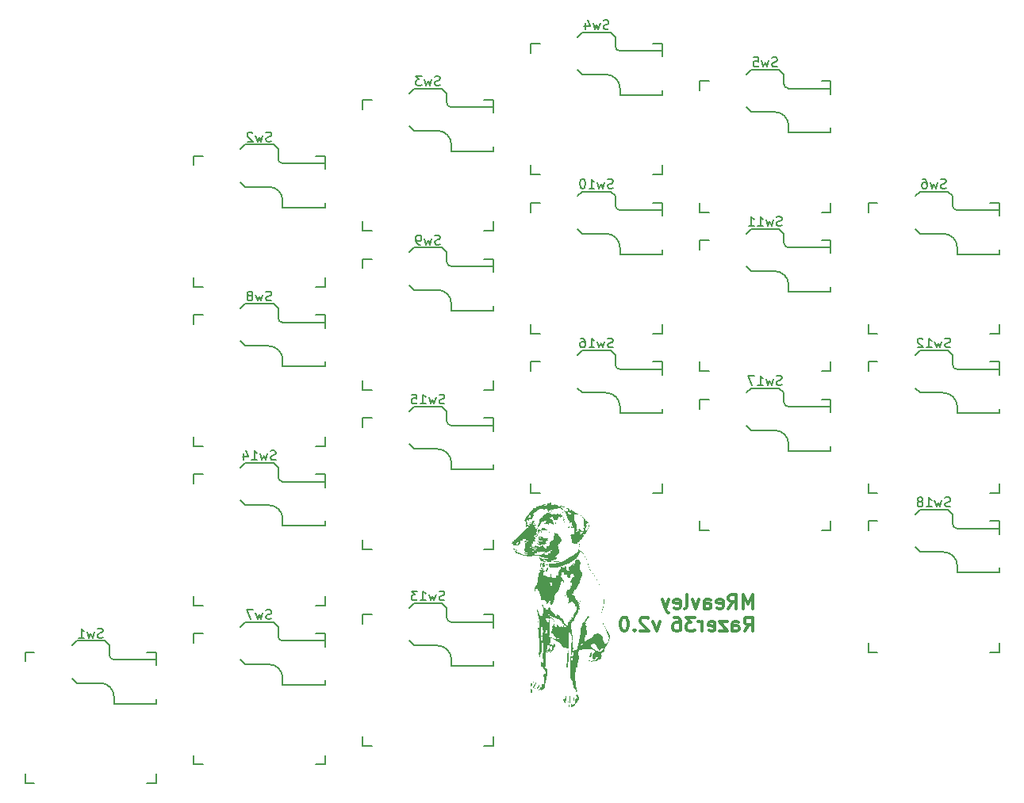
<source format=gbr>
%TF.GenerationSoftware,KiCad,Pcbnew,(7.0.0)*%
%TF.CreationDate,2023-09-04T00:10:10+01:00*%
%TF.ProjectId,Razer36_V2,52617a65-7233-4365-9f56-322e6b696361,rev?*%
%TF.SameCoordinates,Original*%
%TF.FileFunction,Legend,Bot*%
%TF.FilePolarity,Positive*%
%FSLAX46Y46*%
G04 Gerber Fmt 4.6, Leading zero omitted, Abs format (unit mm)*
G04 Created by KiCad (PCBNEW (7.0.0)) date 2023-09-04 00:10:10*
%MOMM*%
%LPD*%
G01*
G04 APERTURE LIST*
%ADD10C,0.300000*%
%ADD11C,0.150000*%
G04 APERTURE END LIST*
D10*
X152642857Y-141336071D02*
X152642857Y-139836071D01*
X152642857Y-139836071D02*
X152142857Y-140907500D01*
X152142857Y-140907500D02*
X151642857Y-139836071D01*
X151642857Y-139836071D02*
X151642857Y-141336071D01*
X150071428Y-141336071D02*
X150571428Y-140621785D01*
X150928571Y-141336071D02*
X150928571Y-139836071D01*
X150928571Y-139836071D02*
X150357142Y-139836071D01*
X150357142Y-139836071D02*
X150214285Y-139907500D01*
X150214285Y-139907500D02*
X150142856Y-139978928D01*
X150142856Y-139978928D02*
X150071428Y-140121785D01*
X150071428Y-140121785D02*
X150071428Y-140336071D01*
X150071428Y-140336071D02*
X150142856Y-140478928D01*
X150142856Y-140478928D02*
X150214285Y-140550357D01*
X150214285Y-140550357D02*
X150357142Y-140621785D01*
X150357142Y-140621785D02*
X150928571Y-140621785D01*
X148857142Y-141264642D02*
X148999999Y-141336071D01*
X148999999Y-141336071D02*
X149285714Y-141336071D01*
X149285714Y-141336071D02*
X149428571Y-141264642D01*
X149428571Y-141264642D02*
X149499999Y-141121785D01*
X149499999Y-141121785D02*
X149499999Y-140550357D01*
X149499999Y-140550357D02*
X149428571Y-140407500D01*
X149428571Y-140407500D02*
X149285714Y-140336071D01*
X149285714Y-140336071D02*
X148999999Y-140336071D01*
X148999999Y-140336071D02*
X148857142Y-140407500D01*
X148857142Y-140407500D02*
X148785714Y-140550357D01*
X148785714Y-140550357D02*
X148785714Y-140693214D01*
X148785714Y-140693214D02*
X149499999Y-140836071D01*
X147500000Y-141336071D02*
X147500000Y-140550357D01*
X147500000Y-140550357D02*
X147571428Y-140407500D01*
X147571428Y-140407500D02*
X147714285Y-140336071D01*
X147714285Y-140336071D02*
X148000000Y-140336071D01*
X148000000Y-140336071D02*
X148142857Y-140407500D01*
X147500000Y-141264642D02*
X147642857Y-141336071D01*
X147642857Y-141336071D02*
X148000000Y-141336071D01*
X148000000Y-141336071D02*
X148142857Y-141264642D01*
X148142857Y-141264642D02*
X148214285Y-141121785D01*
X148214285Y-141121785D02*
X148214285Y-140978928D01*
X148214285Y-140978928D02*
X148142857Y-140836071D01*
X148142857Y-140836071D02*
X148000000Y-140764642D01*
X148000000Y-140764642D02*
X147642857Y-140764642D01*
X147642857Y-140764642D02*
X147500000Y-140693214D01*
X146928571Y-140336071D02*
X146571428Y-141336071D01*
X146571428Y-141336071D02*
X146214285Y-140336071D01*
X145428571Y-141336071D02*
X145571428Y-141264642D01*
X145571428Y-141264642D02*
X145642857Y-141121785D01*
X145642857Y-141121785D02*
X145642857Y-139836071D01*
X144285714Y-141264642D02*
X144428571Y-141336071D01*
X144428571Y-141336071D02*
X144714286Y-141336071D01*
X144714286Y-141336071D02*
X144857143Y-141264642D01*
X144857143Y-141264642D02*
X144928571Y-141121785D01*
X144928571Y-141121785D02*
X144928571Y-140550357D01*
X144928571Y-140550357D02*
X144857143Y-140407500D01*
X144857143Y-140407500D02*
X144714286Y-140336071D01*
X144714286Y-140336071D02*
X144428571Y-140336071D01*
X144428571Y-140336071D02*
X144285714Y-140407500D01*
X144285714Y-140407500D02*
X144214286Y-140550357D01*
X144214286Y-140550357D02*
X144214286Y-140693214D01*
X144214286Y-140693214D02*
X144928571Y-140836071D01*
X143714286Y-140336071D02*
X143357143Y-141336071D01*
X143000000Y-140336071D02*
X143357143Y-141336071D01*
X143357143Y-141336071D02*
X143500000Y-141693214D01*
X143500000Y-141693214D02*
X143571429Y-141764642D01*
X143571429Y-141764642D02*
X143714286Y-141836071D01*
X151785714Y-143766071D02*
X152285714Y-143051785D01*
X152642857Y-143766071D02*
X152642857Y-142266071D01*
X152642857Y-142266071D02*
X152071428Y-142266071D01*
X152071428Y-142266071D02*
X151928571Y-142337500D01*
X151928571Y-142337500D02*
X151857142Y-142408928D01*
X151857142Y-142408928D02*
X151785714Y-142551785D01*
X151785714Y-142551785D02*
X151785714Y-142766071D01*
X151785714Y-142766071D02*
X151857142Y-142908928D01*
X151857142Y-142908928D02*
X151928571Y-142980357D01*
X151928571Y-142980357D02*
X152071428Y-143051785D01*
X152071428Y-143051785D02*
X152642857Y-143051785D01*
X150500000Y-143766071D02*
X150500000Y-142980357D01*
X150500000Y-142980357D02*
X150571428Y-142837500D01*
X150571428Y-142837500D02*
X150714285Y-142766071D01*
X150714285Y-142766071D02*
X151000000Y-142766071D01*
X151000000Y-142766071D02*
X151142857Y-142837500D01*
X150500000Y-143694642D02*
X150642857Y-143766071D01*
X150642857Y-143766071D02*
X151000000Y-143766071D01*
X151000000Y-143766071D02*
X151142857Y-143694642D01*
X151142857Y-143694642D02*
X151214285Y-143551785D01*
X151214285Y-143551785D02*
X151214285Y-143408928D01*
X151214285Y-143408928D02*
X151142857Y-143266071D01*
X151142857Y-143266071D02*
X151000000Y-143194642D01*
X151000000Y-143194642D02*
X150642857Y-143194642D01*
X150642857Y-143194642D02*
X150500000Y-143123214D01*
X149928571Y-142766071D02*
X149142857Y-142766071D01*
X149142857Y-142766071D02*
X149928571Y-143766071D01*
X149928571Y-143766071D02*
X149142857Y-143766071D01*
X147999999Y-143694642D02*
X148142856Y-143766071D01*
X148142856Y-143766071D02*
X148428571Y-143766071D01*
X148428571Y-143766071D02*
X148571428Y-143694642D01*
X148571428Y-143694642D02*
X148642856Y-143551785D01*
X148642856Y-143551785D02*
X148642856Y-142980357D01*
X148642856Y-142980357D02*
X148571428Y-142837500D01*
X148571428Y-142837500D02*
X148428571Y-142766071D01*
X148428571Y-142766071D02*
X148142856Y-142766071D01*
X148142856Y-142766071D02*
X147999999Y-142837500D01*
X147999999Y-142837500D02*
X147928571Y-142980357D01*
X147928571Y-142980357D02*
X147928571Y-143123214D01*
X147928571Y-143123214D02*
X148642856Y-143266071D01*
X147285714Y-143766071D02*
X147285714Y-142766071D01*
X147285714Y-143051785D02*
X147214285Y-142908928D01*
X147214285Y-142908928D02*
X147142857Y-142837500D01*
X147142857Y-142837500D02*
X146999999Y-142766071D01*
X146999999Y-142766071D02*
X146857142Y-142766071D01*
X146500000Y-142266071D02*
X145571428Y-142266071D01*
X145571428Y-142266071D02*
X146071428Y-142837500D01*
X146071428Y-142837500D02*
X145857143Y-142837500D01*
X145857143Y-142837500D02*
X145714286Y-142908928D01*
X145714286Y-142908928D02*
X145642857Y-142980357D01*
X145642857Y-142980357D02*
X145571428Y-143123214D01*
X145571428Y-143123214D02*
X145571428Y-143480357D01*
X145571428Y-143480357D02*
X145642857Y-143623214D01*
X145642857Y-143623214D02*
X145714286Y-143694642D01*
X145714286Y-143694642D02*
X145857143Y-143766071D01*
X145857143Y-143766071D02*
X146285714Y-143766071D01*
X146285714Y-143766071D02*
X146428571Y-143694642D01*
X146428571Y-143694642D02*
X146500000Y-143623214D01*
X144285715Y-142266071D02*
X144571429Y-142266071D01*
X144571429Y-142266071D02*
X144714286Y-142337500D01*
X144714286Y-142337500D02*
X144785715Y-142408928D01*
X144785715Y-142408928D02*
X144928572Y-142623214D01*
X144928572Y-142623214D02*
X145000000Y-142908928D01*
X145000000Y-142908928D02*
X145000000Y-143480357D01*
X145000000Y-143480357D02*
X144928572Y-143623214D01*
X144928572Y-143623214D02*
X144857143Y-143694642D01*
X144857143Y-143694642D02*
X144714286Y-143766071D01*
X144714286Y-143766071D02*
X144428572Y-143766071D01*
X144428572Y-143766071D02*
X144285715Y-143694642D01*
X144285715Y-143694642D02*
X144214286Y-143623214D01*
X144214286Y-143623214D02*
X144142857Y-143480357D01*
X144142857Y-143480357D02*
X144142857Y-143123214D01*
X144142857Y-143123214D02*
X144214286Y-142980357D01*
X144214286Y-142980357D02*
X144285715Y-142908928D01*
X144285715Y-142908928D02*
X144428572Y-142837500D01*
X144428572Y-142837500D02*
X144714286Y-142837500D01*
X144714286Y-142837500D02*
X144857143Y-142908928D01*
X144857143Y-142908928D02*
X144928572Y-142980357D01*
X144928572Y-142980357D02*
X145000000Y-143123214D01*
X142742858Y-142766071D02*
X142385715Y-143766071D01*
X142385715Y-143766071D02*
X142028572Y-142766071D01*
X141528572Y-142408928D02*
X141457144Y-142337500D01*
X141457144Y-142337500D02*
X141314287Y-142266071D01*
X141314287Y-142266071D02*
X140957144Y-142266071D01*
X140957144Y-142266071D02*
X140814287Y-142337500D01*
X140814287Y-142337500D02*
X140742858Y-142408928D01*
X140742858Y-142408928D02*
X140671429Y-142551785D01*
X140671429Y-142551785D02*
X140671429Y-142694642D01*
X140671429Y-142694642D02*
X140742858Y-142908928D01*
X140742858Y-142908928D02*
X141600001Y-143766071D01*
X141600001Y-143766071D02*
X140671429Y-143766071D01*
X140028573Y-143623214D02*
X139957144Y-143694642D01*
X139957144Y-143694642D02*
X140028573Y-143766071D01*
X140028573Y-143766071D02*
X140100001Y-143694642D01*
X140100001Y-143694642D02*
X140028573Y-143623214D01*
X140028573Y-143623214D02*
X140028573Y-143766071D01*
X139028572Y-142266071D02*
X138885715Y-142266071D01*
X138885715Y-142266071D02*
X138742858Y-142337500D01*
X138742858Y-142337500D02*
X138671430Y-142408928D01*
X138671430Y-142408928D02*
X138600001Y-142551785D01*
X138600001Y-142551785D02*
X138528572Y-142837500D01*
X138528572Y-142837500D02*
X138528572Y-143194642D01*
X138528572Y-143194642D02*
X138600001Y-143480357D01*
X138600001Y-143480357D02*
X138671430Y-143623214D01*
X138671430Y-143623214D02*
X138742858Y-143694642D01*
X138742858Y-143694642D02*
X138885715Y-143766071D01*
X138885715Y-143766071D02*
X139028572Y-143766071D01*
X139028572Y-143766071D02*
X139171430Y-143694642D01*
X139171430Y-143694642D02*
X139242858Y-143623214D01*
X139242858Y-143623214D02*
X139314287Y-143480357D01*
X139314287Y-143480357D02*
X139385715Y-143194642D01*
X139385715Y-143194642D02*
X139385715Y-142837500D01*
X139385715Y-142837500D02*
X139314287Y-142551785D01*
X139314287Y-142551785D02*
X139242858Y-142408928D01*
X139242858Y-142408928D02*
X139171430Y-142337500D01*
X139171430Y-142337500D02*
X139028572Y-142266071D01*
D11*
%TO.C,Sw4*%
X137285713Y-79429761D02*
X137142856Y-79477380D01*
X137142856Y-79477380D02*
X136904761Y-79477380D01*
X136904761Y-79477380D02*
X136809523Y-79429761D01*
X136809523Y-79429761D02*
X136761904Y-79382142D01*
X136761904Y-79382142D02*
X136714285Y-79286904D01*
X136714285Y-79286904D02*
X136714285Y-79191666D01*
X136714285Y-79191666D02*
X136761904Y-79096428D01*
X136761904Y-79096428D02*
X136809523Y-79048809D01*
X136809523Y-79048809D02*
X136904761Y-79001190D01*
X136904761Y-79001190D02*
X137095237Y-78953571D01*
X137095237Y-78953571D02*
X137190475Y-78905952D01*
X137190475Y-78905952D02*
X137238094Y-78858333D01*
X137238094Y-78858333D02*
X137285713Y-78763095D01*
X137285713Y-78763095D02*
X137285713Y-78667857D01*
X137285713Y-78667857D02*
X137238094Y-78572619D01*
X137238094Y-78572619D02*
X137190475Y-78525000D01*
X137190475Y-78525000D02*
X137095237Y-78477380D01*
X137095237Y-78477380D02*
X136857142Y-78477380D01*
X136857142Y-78477380D02*
X136714285Y-78525000D01*
X136380951Y-78810714D02*
X136190475Y-79477380D01*
X136190475Y-79477380D02*
X135999999Y-79001190D01*
X135999999Y-79001190D02*
X135809523Y-79477380D01*
X135809523Y-79477380D02*
X135619047Y-78810714D01*
X134809523Y-78810714D02*
X134809523Y-79477380D01*
X135047618Y-78429761D02*
X135285713Y-79144047D01*
X135285713Y-79144047D02*
X134666666Y-79144047D01*
%TO.C,Sw17*%
X155761904Y-117429761D02*
X155619047Y-117477380D01*
X155619047Y-117477380D02*
X155380952Y-117477380D01*
X155380952Y-117477380D02*
X155285714Y-117429761D01*
X155285714Y-117429761D02*
X155238095Y-117382142D01*
X155238095Y-117382142D02*
X155190476Y-117286904D01*
X155190476Y-117286904D02*
X155190476Y-117191666D01*
X155190476Y-117191666D02*
X155238095Y-117096428D01*
X155238095Y-117096428D02*
X155285714Y-117048809D01*
X155285714Y-117048809D02*
X155380952Y-117001190D01*
X155380952Y-117001190D02*
X155571428Y-116953571D01*
X155571428Y-116953571D02*
X155666666Y-116905952D01*
X155666666Y-116905952D02*
X155714285Y-116858333D01*
X155714285Y-116858333D02*
X155761904Y-116763095D01*
X155761904Y-116763095D02*
X155761904Y-116667857D01*
X155761904Y-116667857D02*
X155714285Y-116572619D01*
X155714285Y-116572619D02*
X155666666Y-116525000D01*
X155666666Y-116525000D02*
X155571428Y-116477380D01*
X155571428Y-116477380D02*
X155333333Y-116477380D01*
X155333333Y-116477380D02*
X155190476Y-116525000D01*
X154857142Y-116810714D02*
X154666666Y-117477380D01*
X154666666Y-117477380D02*
X154476190Y-117001190D01*
X154476190Y-117001190D02*
X154285714Y-117477380D01*
X154285714Y-117477380D02*
X154095238Y-116810714D01*
X153190476Y-117477380D02*
X153761904Y-117477380D01*
X153476190Y-117477380D02*
X153476190Y-116477380D01*
X153476190Y-116477380D02*
X153571428Y-116620238D01*
X153571428Y-116620238D02*
X153666666Y-116715476D01*
X153666666Y-116715476D02*
X153761904Y-116763095D01*
X152857142Y-116477380D02*
X152190476Y-116477380D01*
X152190476Y-116477380D02*
X152619047Y-117477380D01*
%TO.C,Sw15*%
X119761904Y-119429761D02*
X119619047Y-119477380D01*
X119619047Y-119477380D02*
X119380952Y-119477380D01*
X119380952Y-119477380D02*
X119285714Y-119429761D01*
X119285714Y-119429761D02*
X119238095Y-119382142D01*
X119238095Y-119382142D02*
X119190476Y-119286904D01*
X119190476Y-119286904D02*
X119190476Y-119191666D01*
X119190476Y-119191666D02*
X119238095Y-119096428D01*
X119238095Y-119096428D02*
X119285714Y-119048809D01*
X119285714Y-119048809D02*
X119380952Y-119001190D01*
X119380952Y-119001190D02*
X119571428Y-118953571D01*
X119571428Y-118953571D02*
X119666666Y-118905952D01*
X119666666Y-118905952D02*
X119714285Y-118858333D01*
X119714285Y-118858333D02*
X119761904Y-118763095D01*
X119761904Y-118763095D02*
X119761904Y-118667857D01*
X119761904Y-118667857D02*
X119714285Y-118572619D01*
X119714285Y-118572619D02*
X119666666Y-118525000D01*
X119666666Y-118525000D02*
X119571428Y-118477380D01*
X119571428Y-118477380D02*
X119333333Y-118477380D01*
X119333333Y-118477380D02*
X119190476Y-118525000D01*
X118857142Y-118810714D02*
X118666666Y-119477380D01*
X118666666Y-119477380D02*
X118476190Y-119001190D01*
X118476190Y-119001190D02*
X118285714Y-119477380D01*
X118285714Y-119477380D02*
X118095238Y-118810714D01*
X117190476Y-119477380D02*
X117761904Y-119477380D01*
X117476190Y-119477380D02*
X117476190Y-118477380D01*
X117476190Y-118477380D02*
X117571428Y-118620238D01*
X117571428Y-118620238D02*
X117666666Y-118715476D01*
X117666666Y-118715476D02*
X117761904Y-118763095D01*
X116285714Y-118477380D02*
X116761904Y-118477380D01*
X116761904Y-118477380D02*
X116809523Y-118953571D01*
X116809523Y-118953571D02*
X116761904Y-118905952D01*
X116761904Y-118905952D02*
X116666666Y-118858333D01*
X116666666Y-118858333D02*
X116428571Y-118858333D01*
X116428571Y-118858333D02*
X116333333Y-118905952D01*
X116333333Y-118905952D02*
X116285714Y-118953571D01*
X116285714Y-118953571D02*
X116238095Y-119048809D01*
X116238095Y-119048809D02*
X116238095Y-119286904D01*
X116238095Y-119286904D02*
X116285714Y-119382142D01*
X116285714Y-119382142D02*
X116333333Y-119429761D01*
X116333333Y-119429761D02*
X116428571Y-119477380D01*
X116428571Y-119477380D02*
X116666666Y-119477380D01*
X116666666Y-119477380D02*
X116761904Y-119429761D01*
X116761904Y-119429761D02*
X116809523Y-119382142D01*
%TO.C,Sw16*%
X137761904Y-113429761D02*
X137619047Y-113477380D01*
X137619047Y-113477380D02*
X137380952Y-113477380D01*
X137380952Y-113477380D02*
X137285714Y-113429761D01*
X137285714Y-113429761D02*
X137238095Y-113382142D01*
X137238095Y-113382142D02*
X137190476Y-113286904D01*
X137190476Y-113286904D02*
X137190476Y-113191666D01*
X137190476Y-113191666D02*
X137238095Y-113096428D01*
X137238095Y-113096428D02*
X137285714Y-113048809D01*
X137285714Y-113048809D02*
X137380952Y-113001190D01*
X137380952Y-113001190D02*
X137571428Y-112953571D01*
X137571428Y-112953571D02*
X137666666Y-112905952D01*
X137666666Y-112905952D02*
X137714285Y-112858333D01*
X137714285Y-112858333D02*
X137761904Y-112763095D01*
X137761904Y-112763095D02*
X137761904Y-112667857D01*
X137761904Y-112667857D02*
X137714285Y-112572619D01*
X137714285Y-112572619D02*
X137666666Y-112525000D01*
X137666666Y-112525000D02*
X137571428Y-112477380D01*
X137571428Y-112477380D02*
X137333333Y-112477380D01*
X137333333Y-112477380D02*
X137190476Y-112525000D01*
X136857142Y-112810714D02*
X136666666Y-113477380D01*
X136666666Y-113477380D02*
X136476190Y-113001190D01*
X136476190Y-113001190D02*
X136285714Y-113477380D01*
X136285714Y-113477380D02*
X136095238Y-112810714D01*
X135190476Y-113477380D02*
X135761904Y-113477380D01*
X135476190Y-113477380D02*
X135476190Y-112477380D01*
X135476190Y-112477380D02*
X135571428Y-112620238D01*
X135571428Y-112620238D02*
X135666666Y-112715476D01*
X135666666Y-112715476D02*
X135761904Y-112763095D01*
X134333333Y-112477380D02*
X134523809Y-112477380D01*
X134523809Y-112477380D02*
X134619047Y-112525000D01*
X134619047Y-112525000D02*
X134666666Y-112572619D01*
X134666666Y-112572619D02*
X134761904Y-112715476D01*
X134761904Y-112715476D02*
X134809523Y-112905952D01*
X134809523Y-112905952D02*
X134809523Y-113286904D01*
X134809523Y-113286904D02*
X134761904Y-113382142D01*
X134761904Y-113382142D02*
X134714285Y-113429761D01*
X134714285Y-113429761D02*
X134619047Y-113477380D01*
X134619047Y-113477380D02*
X134428571Y-113477380D01*
X134428571Y-113477380D02*
X134333333Y-113429761D01*
X134333333Y-113429761D02*
X134285714Y-113382142D01*
X134285714Y-113382142D02*
X134238095Y-113286904D01*
X134238095Y-113286904D02*
X134238095Y-113048809D01*
X134238095Y-113048809D02*
X134285714Y-112953571D01*
X134285714Y-112953571D02*
X134333333Y-112905952D01*
X134333333Y-112905952D02*
X134428571Y-112858333D01*
X134428571Y-112858333D02*
X134619047Y-112858333D01*
X134619047Y-112858333D02*
X134714285Y-112905952D01*
X134714285Y-112905952D02*
X134761904Y-112953571D01*
X134761904Y-112953571D02*
X134809523Y-113048809D01*
%TO.C,Sw9*%
X119285713Y-102429761D02*
X119142856Y-102477380D01*
X119142856Y-102477380D02*
X118904761Y-102477380D01*
X118904761Y-102477380D02*
X118809523Y-102429761D01*
X118809523Y-102429761D02*
X118761904Y-102382142D01*
X118761904Y-102382142D02*
X118714285Y-102286904D01*
X118714285Y-102286904D02*
X118714285Y-102191666D01*
X118714285Y-102191666D02*
X118761904Y-102096428D01*
X118761904Y-102096428D02*
X118809523Y-102048809D01*
X118809523Y-102048809D02*
X118904761Y-102001190D01*
X118904761Y-102001190D02*
X119095237Y-101953571D01*
X119095237Y-101953571D02*
X119190475Y-101905952D01*
X119190475Y-101905952D02*
X119238094Y-101858333D01*
X119238094Y-101858333D02*
X119285713Y-101763095D01*
X119285713Y-101763095D02*
X119285713Y-101667857D01*
X119285713Y-101667857D02*
X119238094Y-101572619D01*
X119238094Y-101572619D02*
X119190475Y-101525000D01*
X119190475Y-101525000D02*
X119095237Y-101477380D01*
X119095237Y-101477380D02*
X118857142Y-101477380D01*
X118857142Y-101477380D02*
X118714285Y-101525000D01*
X118380951Y-101810714D02*
X118190475Y-102477380D01*
X118190475Y-102477380D02*
X117999999Y-102001190D01*
X117999999Y-102001190D02*
X117809523Y-102477380D01*
X117809523Y-102477380D02*
X117619047Y-101810714D01*
X117190475Y-102477380D02*
X116999999Y-102477380D01*
X116999999Y-102477380D02*
X116904761Y-102429761D01*
X116904761Y-102429761D02*
X116857142Y-102382142D01*
X116857142Y-102382142D02*
X116761904Y-102239285D01*
X116761904Y-102239285D02*
X116714285Y-102048809D01*
X116714285Y-102048809D02*
X116714285Y-101667857D01*
X116714285Y-101667857D02*
X116761904Y-101572619D01*
X116761904Y-101572619D02*
X116809523Y-101525000D01*
X116809523Y-101525000D02*
X116904761Y-101477380D01*
X116904761Y-101477380D02*
X117095237Y-101477380D01*
X117095237Y-101477380D02*
X117190475Y-101525000D01*
X117190475Y-101525000D02*
X117238094Y-101572619D01*
X117238094Y-101572619D02*
X117285713Y-101667857D01*
X117285713Y-101667857D02*
X117285713Y-101905952D01*
X117285713Y-101905952D02*
X117238094Y-102001190D01*
X117238094Y-102001190D02*
X117190475Y-102048809D01*
X117190475Y-102048809D02*
X117095237Y-102096428D01*
X117095237Y-102096428D02*
X116904761Y-102096428D01*
X116904761Y-102096428D02*
X116809523Y-102048809D01*
X116809523Y-102048809D02*
X116761904Y-102001190D01*
X116761904Y-102001190D02*
X116714285Y-101905952D01*
%TO.C,Sw1*%
X83285713Y-144429761D02*
X83142856Y-144477380D01*
X83142856Y-144477380D02*
X82904761Y-144477380D01*
X82904761Y-144477380D02*
X82809523Y-144429761D01*
X82809523Y-144429761D02*
X82761904Y-144382142D01*
X82761904Y-144382142D02*
X82714285Y-144286904D01*
X82714285Y-144286904D02*
X82714285Y-144191666D01*
X82714285Y-144191666D02*
X82761904Y-144096428D01*
X82761904Y-144096428D02*
X82809523Y-144048809D01*
X82809523Y-144048809D02*
X82904761Y-144001190D01*
X82904761Y-144001190D02*
X83095237Y-143953571D01*
X83095237Y-143953571D02*
X83190475Y-143905952D01*
X83190475Y-143905952D02*
X83238094Y-143858333D01*
X83238094Y-143858333D02*
X83285713Y-143763095D01*
X83285713Y-143763095D02*
X83285713Y-143667857D01*
X83285713Y-143667857D02*
X83238094Y-143572619D01*
X83238094Y-143572619D02*
X83190475Y-143525000D01*
X83190475Y-143525000D02*
X83095237Y-143477380D01*
X83095237Y-143477380D02*
X82857142Y-143477380D01*
X82857142Y-143477380D02*
X82714285Y-143525000D01*
X82380951Y-143810714D02*
X82190475Y-144477380D01*
X82190475Y-144477380D02*
X81999999Y-144001190D01*
X81999999Y-144001190D02*
X81809523Y-144477380D01*
X81809523Y-144477380D02*
X81619047Y-143810714D01*
X80714285Y-144477380D02*
X81285713Y-144477380D01*
X80999999Y-144477380D02*
X80999999Y-143477380D01*
X80999999Y-143477380D02*
X81095237Y-143620238D01*
X81095237Y-143620238D02*
X81190475Y-143715476D01*
X81190475Y-143715476D02*
X81285713Y-143763095D01*
%TO.C,Sw10*%
X137761904Y-96429761D02*
X137619047Y-96477380D01*
X137619047Y-96477380D02*
X137380952Y-96477380D01*
X137380952Y-96477380D02*
X137285714Y-96429761D01*
X137285714Y-96429761D02*
X137238095Y-96382142D01*
X137238095Y-96382142D02*
X137190476Y-96286904D01*
X137190476Y-96286904D02*
X137190476Y-96191666D01*
X137190476Y-96191666D02*
X137238095Y-96096428D01*
X137238095Y-96096428D02*
X137285714Y-96048809D01*
X137285714Y-96048809D02*
X137380952Y-96001190D01*
X137380952Y-96001190D02*
X137571428Y-95953571D01*
X137571428Y-95953571D02*
X137666666Y-95905952D01*
X137666666Y-95905952D02*
X137714285Y-95858333D01*
X137714285Y-95858333D02*
X137761904Y-95763095D01*
X137761904Y-95763095D02*
X137761904Y-95667857D01*
X137761904Y-95667857D02*
X137714285Y-95572619D01*
X137714285Y-95572619D02*
X137666666Y-95525000D01*
X137666666Y-95525000D02*
X137571428Y-95477380D01*
X137571428Y-95477380D02*
X137333333Y-95477380D01*
X137333333Y-95477380D02*
X137190476Y-95525000D01*
X136857142Y-95810714D02*
X136666666Y-96477380D01*
X136666666Y-96477380D02*
X136476190Y-96001190D01*
X136476190Y-96001190D02*
X136285714Y-96477380D01*
X136285714Y-96477380D02*
X136095238Y-95810714D01*
X135190476Y-96477380D02*
X135761904Y-96477380D01*
X135476190Y-96477380D02*
X135476190Y-95477380D01*
X135476190Y-95477380D02*
X135571428Y-95620238D01*
X135571428Y-95620238D02*
X135666666Y-95715476D01*
X135666666Y-95715476D02*
X135761904Y-95763095D01*
X134571428Y-95477380D02*
X134476190Y-95477380D01*
X134476190Y-95477380D02*
X134380952Y-95525000D01*
X134380952Y-95525000D02*
X134333333Y-95572619D01*
X134333333Y-95572619D02*
X134285714Y-95667857D01*
X134285714Y-95667857D02*
X134238095Y-95858333D01*
X134238095Y-95858333D02*
X134238095Y-96096428D01*
X134238095Y-96096428D02*
X134285714Y-96286904D01*
X134285714Y-96286904D02*
X134333333Y-96382142D01*
X134333333Y-96382142D02*
X134380952Y-96429761D01*
X134380952Y-96429761D02*
X134476190Y-96477380D01*
X134476190Y-96477380D02*
X134571428Y-96477380D01*
X134571428Y-96477380D02*
X134666666Y-96429761D01*
X134666666Y-96429761D02*
X134714285Y-96382142D01*
X134714285Y-96382142D02*
X134761904Y-96286904D01*
X134761904Y-96286904D02*
X134809523Y-96096428D01*
X134809523Y-96096428D02*
X134809523Y-95858333D01*
X134809523Y-95858333D02*
X134761904Y-95667857D01*
X134761904Y-95667857D02*
X134714285Y-95572619D01*
X134714285Y-95572619D02*
X134666666Y-95525000D01*
X134666666Y-95525000D02*
X134571428Y-95477380D01*
%TO.C,Sw5*%
X155285713Y-83429761D02*
X155142856Y-83477380D01*
X155142856Y-83477380D02*
X154904761Y-83477380D01*
X154904761Y-83477380D02*
X154809523Y-83429761D01*
X154809523Y-83429761D02*
X154761904Y-83382142D01*
X154761904Y-83382142D02*
X154714285Y-83286904D01*
X154714285Y-83286904D02*
X154714285Y-83191666D01*
X154714285Y-83191666D02*
X154761904Y-83096428D01*
X154761904Y-83096428D02*
X154809523Y-83048809D01*
X154809523Y-83048809D02*
X154904761Y-83001190D01*
X154904761Y-83001190D02*
X155095237Y-82953571D01*
X155095237Y-82953571D02*
X155190475Y-82905952D01*
X155190475Y-82905952D02*
X155238094Y-82858333D01*
X155238094Y-82858333D02*
X155285713Y-82763095D01*
X155285713Y-82763095D02*
X155285713Y-82667857D01*
X155285713Y-82667857D02*
X155238094Y-82572619D01*
X155238094Y-82572619D02*
X155190475Y-82525000D01*
X155190475Y-82525000D02*
X155095237Y-82477380D01*
X155095237Y-82477380D02*
X154857142Y-82477380D01*
X154857142Y-82477380D02*
X154714285Y-82525000D01*
X154380951Y-82810714D02*
X154190475Y-83477380D01*
X154190475Y-83477380D02*
X153999999Y-83001190D01*
X153999999Y-83001190D02*
X153809523Y-83477380D01*
X153809523Y-83477380D02*
X153619047Y-82810714D01*
X152761904Y-82477380D02*
X153238094Y-82477380D01*
X153238094Y-82477380D02*
X153285713Y-82953571D01*
X153285713Y-82953571D02*
X153238094Y-82905952D01*
X153238094Y-82905952D02*
X153142856Y-82858333D01*
X153142856Y-82858333D02*
X152904761Y-82858333D01*
X152904761Y-82858333D02*
X152809523Y-82905952D01*
X152809523Y-82905952D02*
X152761904Y-82953571D01*
X152761904Y-82953571D02*
X152714285Y-83048809D01*
X152714285Y-83048809D02*
X152714285Y-83286904D01*
X152714285Y-83286904D02*
X152761904Y-83382142D01*
X152761904Y-83382142D02*
X152809523Y-83429761D01*
X152809523Y-83429761D02*
X152904761Y-83477380D01*
X152904761Y-83477380D02*
X153142856Y-83477380D01*
X153142856Y-83477380D02*
X153238094Y-83429761D01*
X153238094Y-83429761D02*
X153285713Y-83382142D01*
%TO.C,Sw6*%
X173285713Y-96429761D02*
X173142856Y-96477380D01*
X173142856Y-96477380D02*
X172904761Y-96477380D01*
X172904761Y-96477380D02*
X172809523Y-96429761D01*
X172809523Y-96429761D02*
X172761904Y-96382142D01*
X172761904Y-96382142D02*
X172714285Y-96286904D01*
X172714285Y-96286904D02*
X172714285Y-96191666D01*
X172714285Y-96191666D02*
X172761904Y-96096428D01*
X172761904Y-96096428D02*
X172809523Y-96048809D01*
X172809523Y-96048809D02*
X172904761Y-96001190D01*
X172904761Y-96001190D02*
X173095237Y-95953571D01*
X173095237Y-95953571D02*
X173190475Y-95905952D01*
X173190475Y-95905952D02*
X173238094Y-95858333D01*
X173238094Y-95858333D02*
X173285713Y-95763095D01*
X173285713Y-95763095D02*
X173285713Y-95667857D01*
X173285713Y-95667857D02*
X173238094Y-95572619D01*
X173238094Y-95572619D02*
X173190475Y-95525000D01*
X173190475Y-95525000D02*
X173095237Y-95477380D01*
X173095237Y-95477380D02*
X172857142Y-95477380D01*
X172857142Y-95477380D02*
X172714285Y-95525000D01*
X172380951Y-95810714D02*
X172190475Y-96477380D01*
X172190475Y-96477380D02*
X171999999Y-96001190D01*
X171999999Y-96001190D02*
X171809523Y-96477380D01*
X171809523Y-96477380D02*
X171619047Y-95810714D01*
X170809523Y-95477380D02*
X170999999Y-95477380D01*
X170999999Y-95477380D02*
X171095237Y-95525000D01*
X171095237Y-95525000D02*
X171142856Y-95572619D01*
X171142856Y-95572619D02*
X171238094Y-95715476D01*
X171238094Y-95715476D02*
X171285713Y-95905952D01*
X171285713Y-95905952D02*
X171285713Y-96286904D01*
X171285713Y-96286904D02*
X171238094Y-96382142D01*
X171238094Y-96382142D02*
X171190475Y-96429761D01*
X171190475Y-96429761D02*
X171095237Y-96477380D01*
X171095237Y-96477380D02*
X170904761Y-96477380D01*
X170904761Y-96477380D02*
X170809523Y-96429761D01*
X170809523Y-96429761D02*
X170761904Y-96382142D01*
X170761904Y-96382142D02*
X170714285Y-96286904D01*
X170714285Y-96286904D02*
X170714285Y-96048809D01*
X170714285Y-96048809D02*
X170761904Y-95953571D01*
X170761904Y-95953571D02*
X170809523Y-95905952D01*
X170809523Y-95905952D02*
X170904761Y-95858333D01*
X170904761Y-95858333D02*
X171095237Y-95858333D01*
X171095237Y-95858333D02*
X171190475Y-95905952D01*
X171190475Y-95905952D02*
X171238094Y-95953571D01*
X171238094Y-95953571D02*
X171285713Y-96048809D01*
%TO.C,Sw3*%
X119285713Y-85429761D02*
X119142856Y-85477380D01*
X119142856Y-85477380D02*
X118904761Y-85477380D01*
X118904761Y-85477380D02*
X118809523Y-85429761D01*
X118809523Y-85429761D02*
X118761904Y-85382142D01*
X118761904Y-85382142D02*
X118714285Y-85286904D01*
X118714285Y-85286904D02*
X118714285Y-85191666D01*
X118714285Y-85191666D02*
X118761904Y-85096428D01*
X118761904Y-85096428D02*
X118809523Y-85048809D01*
X118809523Y-85048809D02*
X118904761Y-85001190D01*
X118904761Y-85001190D02*
X119095237Y-84953571D01*
X119095237Y-84953571D02*
X119190475Y-84905952D01*
X119190475Y-84905952D02*
X119238094Y-84858333D01*
X119238094Y-84858333D02*
X119285713Y-84763095D01*
X119285713Y-84763095D02*
X119285713Y-84667857D01*
X119285713Y-84667857D02*
X119238094Y-84572619D01*
X119238094Y-84572619D02*
X119190475Y-84525000D01*
X119190475Y-84525000D02*
X119095237Y-84477380D01*
X119095237Y-84477380D02*
X118857142Y-84477380D01*
X118857142Y-84477380D02*
X118714285Y-84525000D01*
X118380951Y-84810714D02*
X118190475Y-85477380D01*
X118190475Y-85477380D02*
X117999999Y-85001190D01*
X117999999Y-85001190D02*
X117809523Y-85477380D01*
X117809523Y-85477380D02*
X117619047Y-84810714D01*
X117333332Y-84477380D02*
X116714285Y-84477380D01*
X116714285Y-84477380D02*
X117047618Y-84858333D01*
X117047618Y-84858333D02*
X116904761Y-84858333D01*
X116904761Y-84858333D02*
X116809523Y-84905952D01*
X116809523Y-84905952D02*
X116761904Y-84953571D01*
X116761904Y-84953571D02*
X116714285Y-85048809D01*
X116714285Y-85048809D02*
X116714285Y-85286904D01*
X116714285Y-85286904D02*
X116761904Y-85382142D01*
X116761904Y-85382142D02*
X116809523Y-85429761D01*
X116809523Y-85429761D02*
X116904761Y-85477380D01*
X116904761Y-85477380D02*
X117190475Y-85477380D01*
X117190475Y-85477380D02*
X117285713Y-85429761D01*
X117285713Y-85429761D02*
X117333332Y-85382142D01*
%TO.C,Sw11*%
X155761904Y-100429761D02*
X155619047Y-100477380D01*
X155619047Y-100477380D02*
X155380952Y-100477380D01*
X155380952Y-100477380D02*
X155285714Y-100429761D01*
X155285714Y-100429761D02*
X155238095Y-100382142D01*
X155238095Y-100382142D02*
X155190476Y-100286904D01*
X155190476Y-100286904D02*
X155190476Y-100191666D01*
X155190476Y-100191666D02*
X155238095Y-100096428D01*
X155238095Y-100096428D02*
X155285714Y-100048809D01*
X155285714Y-100048809D02*
X155380952Y-100001190D01*
X155380952Y-100001190D02*
X155571428Y-99953571D01*
X155571428Y-99953571D02*
X155666666Y-99905952D01*
X155666666Y-99905952D02*
X155714285Y-99858333D01*
X155714285Y-99858333D02*
X155761904Y-99763095D01*
X155761904Y-99763095D02*
X155761904Y-99667857D01*
X155761904Y-99667857D02*
X155714285Y-99572619D01*
X155714285Y-99572619D02*
X155666666Y-99525000D01*
X155666666Y-99525000D02*
X155571428Y-99477380D01*
X155571428Y-99477380D02*
X155333333Y-99477380D01*
X155333333Y-99477380D02*
X155190476Y-99525000D01*
X154857142Y-99810714D02*
X154666666Y-100477380D01*
X154666666Y-100477380D02*
X154476190Y-100001190D01*
X154476190Y-100001190D02*
X154285714Y-100477380D01*
X154285714Y-100477380D02*
X154095238Y-99810714D01*
X153190476Y-100477380D02*
X153761904Y-100477380D01*
X153476190Y-100477380D02*
X153476190Y-99477380D01*
X153476190Y-99477380D02*
X153571428Y-99620238D01*
X153571428Y-99620238D02*
X153666666Y-99715476D01*
X153666666Y-99715476D02*
X153761904Y-99763095D01*
X152238095Y-100477380D02*
X152809523Y-100477380D01*
X152523809Y-100477380D02*
X152523809Y-99477380D01*
X152523809Y-99477380D02*
X152619047Y-99620238D01*
X152619047Y-99620238D02*
X152714285Y-99715476D01*
X152714285Y-99715476D02*
X152809523Y-99763095D01*
%TO.C,Sw2*%
X101285713Y-91429761D02*
X101142856Y-91477380D01*
X101142856Y-91477380D02*
X100904761Y-91477380D01*
X100904761Y-91477380D02*
X100809523Y-91429761D01*
X100809523Y-91429761D02*
X100761904Y-91382142D01*
X100761904Y-91382142D02*
X100714285Y-91286904D01*
X100714285Y-91286904D02*
X100714285Y-91191666D01*
X100714285Y-91191666D02*
X100761904Y-91096428D01*
X100761904Y-91096428D02*
X100809523Y-91048809D01*
X100809523Y-91048809D02*
X100904761Y-91001190D01*
X100904761Y-91001190D02*
X101095237Y-90953571D01*
X101095237Y-90953571D02*
X101190475Y-90905952D01*
X101190475Y-90905952D02*
X101238094Y-90858333D01*
X101238094Y-90858333D02*
X101285713Y-90763095D01*
X101285713Y-90763095D02*
X101285713Y-90667857D01*
X101285713Y-90667857D02*
X101238094Y-90572619D01*
X101238094Y-90572619D02*
X101190475Y-90525000D01*
X101190475Y-90525000D02*
X101095237Y-90477380D01*
X101095237Y-90477380D02*
X100857142Y-90477380D01*
X100857142Y-90477380D02*
X100714285Y-90525000D01*
X100380951Y-90810714D02*
X100190475Y-91477380D01*
X100190475Y-91477380D02*
X99999999Y-91001190D01*
X99999999Y-91001190D02*
X99809523Y-91477380D01*
X99809523Y-91477380D02*
X99619047Y-90810714D01*
X99285713Y-90572619D02*
X99238094Y-90525000D01*
X99238094Y-90525000D02*
X99142856Y-90477380D01*
X99142856Y-90477380D02*
X98904761Y-90477380D01*
X98904761Y-90477380D02*
X98809523Y-90525000D01*
X98809523Y-90525000D02*
X98761904Y-90572619D01*
X98761904Y-90572619D02*
X98714285Y-90667857D01*
X98714285Y-90667857D02*
X98714285Y-90763095D01*
X98714285Y-90763095D02*
X98761904Y-90905952D01*
X98761904Y-90905952D02*
X99333332Y-91477380D01*
X99333332Y-91477380D02*
X98714285Y-91477380D01*
%TO.C,Sw13*%
X119761904Y-140429761D02*
X119619047Y-140477380D01*
X119619047Y-140477380D02*
X119380952Y-140477380D01*
X119380952Y-140477380D02*
X119285714Y-140429761D01*
X119285714Y-140429761D02*
X119238095Y-140382142D01*
X119238095Y-140382142D02*
X119190476Y-140286904D01*
X119190476Y-140286904D02*
X119190476Y-140191666D01*
X119190476Y-140191666D02*
X119238095Y-140096428D01*
X119238095Y-140096428D02*
X119285714Y-140048809D01*
X119285714Y-140048809D02*
X119380952Y-140001190D01*
X119380952Y-140001190D02*
X119571428Y-139953571D01*
X119571428Y-139953571D02*
X119666666Y-139905952D01*
X119666666Y-139905952D02*
X119714285Y-139858333D01*
X119714285Y-139858333D02*
X119761904Y-139763095D01*
X119761904Y-139763095D02*
X119761904Y-139667857D01*
X119761904Y-139667857D02*
X119714285Y-139572619D01*
X119714285Y-139572619D02*
X119666666Y-139525000D01*
X119666666Y-139525000D02*
X119571428Y-139477380D01*
X119571428Y-139477380D02*
X119333333Y-139477380D01*
X119333333Y-139477380D02*
X119190476Y-139525000D01*
X118857142Y-139810714D02*
X118666666Y-140477380D01*
X118666666Y-140477380D02*
X118476190Y-140001190D01*
X118476190Y-140001190D02*
X118285714Y-140477380D01*
X118285714Y-140477380D02*
X118095238Y-139810714D01*
X117190476Y-140477380D02*
X117761904Y-140477380D01*
X117476190Y-140477380D02*
X117476190Y-139477380D01*
X117476190Y-139477380D02*
X117571428Y-139620238D01*
X117571428Y-139620238D02*
X117666666Y-139715476D01*
X117666666Y-139715476D02*
X117761904Y-139763095D01*
X116857142Y-139477380D02*
X116238095Y-139477380D01*
X116238095Y-139477380D02*
X116571428Y-139858333D01*
X116571428Y-139858333D02*
X116428571Y-139858333D01*
X116428571Y-139858333D02*
X116333333Y-139905952D01*
X116333333Y-139905952D02*
X116285714Y-139953571D01*
X116285714Y-139953571D02*
X116238095Y-140048809D01*
X116238095Y-140048809D02*
X116238095Y-140286904D01*
X116238095Y-140286904D02*
X116285714Y-140382142D01*
X116285714Y-140382142D02*
X116333333Y-140429761D01*
X116333333Y-140429761D02*
X116428571Y-140477380D01*
X116428571Y-140477380D02*
X116714285Y-140477380D01*
X116714285Y-140477380D02*
X116809523Y-140429761D01*
X116809523Y-140429761D02*
X116857142Y-140382142D01*
%TO.C,Sw7*%
X101285713Y-142429761D02*
X101142856Y-142477380D01*
X101142856Y-142477380D02*
X100904761Y-142477380D01*
X100904761Y-142477380D02*
X100809523Y-142429761D01*
X100809523Y-142429761D02*
X100761904Y-142382142D01*
X100761904Y-142382142D02*
X100714285Y-142286904D01*
X100714285Y-142286904D02*
X100714285Y-142191666D01*
X100714285Y-142191666D02*
X100761904Y-142096428D01*
X100761904Y-142096428D02*
X100809523Y-142048809D01*
X100809523Y-142048809D02*
X100904761Y-142001190D01*
X100904761Y-142001190D02*
X101095237Y-141953571D01*
X101095237Y-141953571D02*
X101190475Y-141905952D01*
X101190475Y-141905952D02*
X101238094Y-141858333D01*
X101238094Y-141858333D02*
X101285713Y-141763095D01*
X101285713Y-141763095D02*
X101285713Y-141667857D01*
X101285713Y-141667857D02*
X101238094Y-141572619D01*
X101238094Y-141572619D02*
X101190475Y-141525000D01*
X101190475Y-141525000D02*
X101095237Y-141477380D01*
X101095237Y-141477380D02*
X100857142Y-141477380D01*
X100857142Y-141477380D02*
X100714285Y-141525000D01*
X100380951Y-141810714D02*
X100190475Y-142477380D01*
X100190475Y-142477380D02*
X99999999Y-142001190D01*
X99999999Y-142001190D02*
X99809523Y-142477380D01*
X99809523Y-142477380D02*
X99619047Y-141810714D01*
X99333332Y-141477380D02*
X98666666Y-141477380D01*
X98666666Y-141477380D02*
X99095237Y-142477380D01*
%TO.C,Sw14*%
X101761904Y-125429761D02*
X101619047Y-125477380D01*
X101619047Y-125477380D02*
X101380952Y-125477380D01*
X101380952Y-125477380D02*
X101285714Y-125429761D01*
X101285714Y-125429761D02*
X101238095Y-125382142D01*
X101238095Y-125382142D02*
X101190476Y-125286904D01*
X101190476Y-125286904D02*
X101190476Y-125191666D01*
X101190476Y-125191666D02*
X101238095Y-125096428D01*
X101238095Y-125096428D02*
X101285714Y-125048809D01*
X101285714Y-125048809D02*
X101380952Y-125001190D01*
X101380952Y-125001190D02*
X101571428Y-124953571D01*
X101571428Y-124953571D02*
X101666666Y-124905952D01*
X101666666Y-124905952D02*
X101714285Y-124858333D01*
X101714285Y-124858333D02*
X101761904Y-124763095D01*
X101761904Y-124763095D02*
X101761904Y-124667857D01*
X101761904Y-124667857D02*
X101714285Y-124572619D01*
X101714285Y-124572619D02*
X101666666Y-124525000D01*
X101666666Y-124525000D02*
X101571428Y-124477380D01*
X101571428Y-124477380D02*
X101333333Y-124477380D01*
X101333333Y-124477380D02*
X101190476Y-124525000D01*
X100857142Y-124810714D02*
X100666666Y-125477380D01*
X100666666Y-125477380D02*
X100476190Y-125001190D01*
X100476190Y-125001190D02*
X100285714Y-125477380D01*
X100285714Y-125477380D02*
X100095238Y-124810714D01*
X99190476Y-125477380D02*
X99761904Y-125477380D01*
X99476190Y-125477380D02*
X99476190Y-124477380D01*
X99476190Y-124477380D02*
X99571428Y-124620238D01*
X99571428Y-124620238D02*
X99666666Y-124715476D01*
X99666666Y-124715476D02*
X99761904Y-124763095D01*
X98333333Y-124810714D02*
X98333333Y-125477380D01*
X98571428Y-124429761D02*
X98809523Y-125144047D01*
X98809523Y-125144047D02*
X98190476Y-125144047D01*
%TO.C,Sw12*%
X173761904Y-113429761D02*
X173619047Y-113477380D01*
X173619047Y-113477380D02*
X173380952Y-113477380D01*
X173380952Y-113477380D02*
X173285714Y-113429761D01*
X173285714Y-113429761D02*
X173238095Y-113382142D01*
X173238095Y-113382142D02*
X173190476Y-113286904D01*
X173190476Y-113286904D02*
X173190476Y-113191666D01*
X173190476Y-113191666D02*
X173238095Y-113096428D01*
X173238095Y-113096428D02*
X173285714Y-113048809D01*
X173285714Y-113048809D02*
X173380952Y-113001190D01*
X173380952Y-113001190D02*
X173571428Y-112953571D01*
X173571428Y-112953571D02*
X173666666Y-112905952D01*
X173666666Y-112905952D02*
X173714285Y-112858333D01*
X173714285Y-112858333D02*
X173761904Y-112763095D01*
X173761904Y-112763095D02*
X173761904Y-112667857D01*
X173761904Y-112667857D02*
X173714285Y-112572619D01*
X173714285Y-112572619D02*
X173666666Y-112525000D01*
X173666666Y-112525000D02*
X173571428Y-112477380D01*
X173571428Y-112477380D02*
X173333333Y-112477380D01*
X173333333Y-112477380D02*
X173190476Y-112525000D01*
X172857142Y-112810714D02*
X172666666Y-113477380D01*
X172666666Y-113477380D02*
X172476190Y-113001190D01*
X172476190Y-113001190D02*
X172285714Y-113477380D01*
X172285714Y-113477380D02*
X172095238Y-112810714D01*
X171190476Y-113477380D02*
X171761904Y-113477380D01*
X171476190Y-113477380D02*
X171476190Y-112477380D01*
X171476190Y-112477380D02*
X171571428Y-112620238D01*
X171571428Y-112620238D02*
X171666666Y-112715476D01*
X171666666Y-112715476D02*
X171761904Y-112763095D01*
X170809523Y-112572619D02*
X170761904Y-112525000D01*
X170761904Y-112525000D02*
X170666666Y-112477380D01*
X170666666Y-112477380D02*
X170428571Y-112477380D01*
X170428571Y-112477380D02*
X170333333Y-112525000D01*
X170333333Y-112525000D02*
X170285714Y-112572619D01*
X170285714Y-112572619D02*
X170238095Y-112667857D01*
X170238095Y-112667857D02*
X170238095Y-112763095D01*
X170238095Y-112763095D02*
X170285714Y-112905952D01*
X170285714Y-112905952D02*
X170857142Y-113477380D01*
X170857142Y-113477380D02*
X170238095Y-113477380D01*
%TO.C,Sw8*%
X101285713Y-108429761D02*
X101142856Y-108477380D01*
X101142856Y-108477380D02*
X100904761Y-108477380D01*
X100904761Y-108477380D02*
X100809523Y-108429761D01*
X100809523Y-108429761D02*
X100761904Y-108382142D01*
X100761904Y-108382142D02*
X100714285Y-108286904D01*
X100714285Y-108286904D02*
X100714285Y-108191666D01*
X100714285Y-108191666D02*
X100761904Y-108096428D01*
X100761904Y-108096428D02*
X100809523Y-108048809D01*
X100809523Y-108048809D02*
X100904761Y-108001190D01*
X100904761Y-108001190D02*
X101095237Y-107953571D01*
X101095237Y-107953571D02*
X101190475Y-107905952D01*
X101190475Y-107905952D02*
X101238094Y-107858333D01*
X101238094Y-107858333D02*
X101285713Y-107763095D01*
X101285713Y-107763095D02*
X101285713Y-107667857D01*
X101285713Y-107667857D02*
X101238094Y-107572619D01*
X101238094Y-107572619D02*
X101190475Y-107525000D01*
X101190475Y-107525000D02*
X101095237Y-107477380D01*
X101095237Y-107477380D02*
X100857142Y-107477380D01*
X100857142Y-107477380D02*
X100714285Y-107525000D01*
X100380951Y-107810714D02*
X100190475Y-108477380D01*
X100190475Y-108477380D02*
X99999999Y-108001190D01*
X99999999Y-108001190D02*
X99809523Y-108477380D01*
X99809523Y-108477380D02*
X99619047Y-107810714D01*
X99095237Y-107905952D02*
X99190475Y-107858333D01*
X99190475Y-107858333D02*
X99238094Y-107810714D01*
X99238094Y-107810714D02*
X99285713Y-107715476D01*
X99285713Y-107715476D02*
X99285713Y-107667857D01*
X99285713Y-107667857D02*
X99238094Y-107572619D01*
X99238094Y-107572619D02*
X99190475Y-107525000D01*
X99190475Y-107525000D02*
X99095237Y-107477380D01*
X99095237Y-107477380D02*
X98904761Y-107477380D01*
X98904761Y-107477380D02*
X98809523Y-107525000D01*
X98809523Y-107525000D02*
X98761904Y-107572619D01*
X98761904Y-107572619D02*
X98714285Y-107667857D01*
X98714285Y-107667857D02*
X98714285Y-107715476D01*
X98714285Y-107715476D02*
X98761904Y-107810714D01*
X98761904Y-107810714D02*
X98809523Y-107858333D01*
X98809523Y-107858333D02*
X98904761Y-107905952D01*
X98904761Y-107905952D02*
X99095237Y-107905952D01*
X99095237Y-107905952D02*
X99190475Y-107953571D01*
X99190475Y-107953571D02*
X99238094Y-108001190D01*
X99238094Y-108001190D02*
X99285713Y-108096428D01*
X99285713Y-108096428D02*
X99285713Y-108286904D01*
X99285713Y-108286904D02*
X99238094Y-108382142D01*
X99238094Y-108382142D02*
X99190475Y-108429761D01*
X99190475Y-108429761D02*
X99095237Y-108477380D01*
X99095237Y-108477380D02*
X98904761Y-108477380D01*
X98904761Y-108477380D02*
X98809523Y-108429761D01*
X98809523Y-108429761D02*
X98761904Y-108382142D01*
X98761904Y-108382142D02*
X98714285Y-108286904D01*
X98714285Y-108286904D02*
X98714285Y-108096428D01*
X98714285Y-108096428D02*
X98761904Y-108001190D01*
X98761904Y-108001190D02*
X98809523Y-107953571D01*
X98809523Y-107953571D02*
X98904761Y-107905952D01*
%TO.C,Sw18*%
X173761904Y-130429761D02*
X173619047Y-130477380D01*
X173619047Y-130477380D02*
X173380952Y-130477380D01*
X173380952Y-130477380D02*
X173285714Y-130429761D01*
X173285714Y-130429761D02*
X173238095Y-130382142D01*
X173238095Y-130382142D02*
X173190476Y-130286904D01*
X173190476Y-130286904D02*
X173190476Y-130191666D01*
X173190476Y-130191666D02*
X173238095Y-130096428D01*
X173238095Y-130096428D02*
X173285714Y-130048809D01*
X173285714Y-130048809D02*
X173380952Y-130001190D01*
X173380952Y-130001190D02*
X173571428Y-129953571D01*
X173571428Y-129953571D02*
X173666666Y-129905952D01*
X173666666Y-129905952D02*
X173714285Y-129858333D01*
X173714285Y-129858333D02*
X173761904Y-129763095D01*
X173761904Y-129763095D02*
X173761904Y-129667857D01*
X173761904Y-129667857D02*
X173714285Y-129572619D01*
X173714285Y-129572619D02*
X173666666Y-129525000D01*
X173666666Y-129525000D02*
X173571428Y-129477380D01*
X173571428Y-129477380D02*
X173333333Y-129477380D01*
X173333333Y-129477380D02*
X173190476Y-129525000D01*
X172857142Y-129810714D02*
X172666666Y-130477380D01*
X172666666Y-130477380D02*
X172476190Y-130001190D01*
X172476190Y-130001190D02*
X172285714Y-130477380D01*
X172285714Y-130477380D02*
X172095238Y-129810714D01*
X171190476Y-130477380D02*
X171761904Y-130477380D01*
X171476190Y-130477380D02*
X171476190Y-129477380D01*
X171476190Y-129477380D02*
X171571428Y-129620238D01*
X171571428Y-129620238D02*
X171666666Y-129715476D01*
X171666666Y-129715476D02*
X171761904Y-129763095D01*
X170619047Y-129905952D02*
X170714285Y-129858333D01*
X170714285Y-129858333D02*
X170761904Y-129810714D01*
X170761904Y-129810714D02*
X170809523Y-129715476D01*
X170809523Y-129715476D02*
X170809523Y-129667857D01*
X170809523Y-129667857D02*
X170761904Y-129572619D01*
X170761904Y-129572619D02*
X170714285Y-129525000D01*
X170714285Y-129525000D02*
X170619047Y-129477380D01*
X170619047Y-129477380D02*
X170428571Y-129477380D01*
X170428571Y-129477380D02*
X170333333Y-129525000D01*
X170333333Y-129525000D02*
X170285714Y-129572619D01*
X170285714Y-129572619D02*
X170238095Y-129667857D01*
X170238095Y-129667857D02*
X170238095Y-129715476D01*
X170238095Y-129715476D02*
X170285714Y-129810714D01*
X170285714Y-129810714D02*
X170333333Y-129858333D01*
X170333333Y-129858333D02*
X170428571Y-129905952D01*
X170428571Y-129905952D02*
X170619047Y-129905952D01*
X170619047Y-129905952D02*
X170714285Y-129953571D01*
X170714285Y-129953571D02*
X170761904Y-130001190D01*
X170761904Y-130001190D02*
X170809523Y-130096428D01*
X170809523Y-130096428D02*
X170809523Y-130286904D01*
X170809523Y-130286904D02*
X170761904Y-130382142D01*
X170761904Y-130382142D02*
X170714285Y-130429761D01*
X170714285Y-130429761D02*
X170619047Y-130477380D01*
X170619047Y-130477380D02*
X170428571Y-130477380D01*
X170428571Y-130477380D02*
X170333333Y-130429761D01*
X170333333Y-130429761D02*
X170285714Y-130382142D01*
X170285714Y-130382142D02*
X170238095Y-130286904D01*
X170238095Y-130286904D02*
X170238095Y-130096428D01*
X170238095Y-130096428D02*
X170285714Y-130001190D01*
X170285714Y-130001190D02*
X170333333Y-129953571D01*
X170333333Y-129953571D02*
X170428571Y-129905952D01*
%TO.C,Sw4*%
X129000000Y-81000000D02*
X130000000Y-81000000D01*
X129000000Y-82000000D02*
X129000000Y-81000000D01*
X129000000Y-95000000D02*
X129000000Y-94000000D01*
X130000000Y-95000000D02*
X129000000Y-95000000D01*
X134000000Y-80300000D02*
X134500000Y-79800000D01*
X134000000Y-83800000D02*
X134500000Y-84300000D01*
X134500000Y-79800000D02*
X137500000Y-79800000D01*
X134500000Y-84300000D02*
X137000000Y-84300000D01*
X137500000Y-79800000D02*
X138000000Y-80300000D01*
X138000000Y-81300000D02*
X138000000Y-80300000D01*
X138500000Y-85800000D02*
X138500000Y-86500000D01*
X138500000Y-86500000D02*
X143000000Y-86500000D01*
X142000000Y-81000000D02*
X143000000Y-81000000D01*
X143000000Y-81000000D02*
X143000000Y-82000000D01*
X143000000Y-81800000D02*
X138500000Y-81800000D01*
X143000000Y-82400000D02*
X143000000Y-81800000D01*
X143000000Y-86500000D02*
X143000000Y-86000000D01*
X143000000Y-94000000D02*
X143000000Y-95000000D01*
X143000000Y-95000000D02*
X142000000Y-95000000D01*
X138500000Y-85800000D02*
G75*
G03*
X137000000Y-84300000I-1500000J0D01*
G01*
X138000000Y-81300000D02*
G75*
G03*
X138500000Y-81800000I500000J0D01*
G01*
%TO.C,Sw17*%
X147000000Y-119000000D02*
X148000000Y-119000000D01*
X147000000Y-120000000D02*
X147000000Y-119000000D01*
X147000000Y-133000000D02*
X147000000Y-132000000D01*
X148000000Y-133000000D02*
X147000000Y-133000000D01*
X152000000Y-118300000D02*
X152500000Y-117800000D01*
X152000000Y-121800000D02*
X152500000Y-122300000D01*
X152500000Y-117800000D02*
X155500000Y-117800000D01*
X152500000Y-122300000D02*
X155000000Y-122300000D01*
X155500000Y-117800000D02*
X156000000Y-118300000D01*
X156000000Y-119300000D02*
X156000000Y-118300000D01*
X156500000Y-123800000D02*
X156500000Y-124500000D01*
X156500000Y-124500000D02*
X161000000Y-124500000D01*
X160000000Y-119000000D02*
X161000000Y-119000000D01*
X161000000Y-119000000D02*
X161000000Y-120000000D01*
X161000000Y-119800000D02*
X156500000Y-119800000D01*
X161000000Y-120400000D02*
X161000000Y-119800000D01*
X161000000Y-124500000D02*
X161000000Y-124000000D01*
X161000000Y-132000000D02*
X161000000Y-133000000D01*
X161000000Y-133000000D02*
X160000000Y-133000000D01*
X156500000Y-123800000D02*
G75*
G03*
X155000000Y-122300000I-1500000J0D01*
G01*
X156000000Y-119300000D02*
G75*
G03*
X156500000Y-119800000I500000J0D01*
G01*
%TO.C,Sw15*%
X111000000Y-121000000D02*
X112000000Y-121000000D01*
X111000000Y-122000000D02*
X111000000Y-121000000D01*
X111000000Y-135000000D02*
X111000000Y-134000000D01*
X112000000Y-135000000D02*
X111000000Y-135000000D01*
X116000000Y-120300000D02*
X116500000Y-119800000D01*
X116000000Y-123800000D02*
X116500000Y-124300000D01*
X116500000Y-119800000D02*
X119500000Y-119800000D01*
X116500000Y-124300000D02*
X119000000Y-124300000D01*
X119500000Y-119800000D02*
X120000000Y-120300000D01*
X120000000Y-121300000D02*
X120000000Y-120300000D01*
X120500000Y-125800000D02*
X120500000Y-126500000D01*
X120500000Y-126500000D02*
X125000000Y-126500000D01*
X124000000Y-121000000D02*
X125000000Y-121000000D01*
X125000000Y-121000000D02*
X125000000Y-122000000D01*
X125000000Y-121800000D02*
X120500000Y-121800000D01*
X125000000Y-122400000D02*
X125000000Y-121800000D01*
X125000000Y-126500000D02*
X125000000Y-126000000D01*
X125000000Y-134000000D02*
X125000000Y-135000000D01*
X125000000Y-135000000D02*
X124000000Y-135000000D01*
X120500000Y-125800000D02*
G75*
G03*
X119000000Y-124300000I-1500000J0D01*
G01*
X120000000Y-121300000D02*
G75*
G03*
X120500000Y-121800000I500000J0D01*
G01*
%TO.C,Sw16*%
X129000000Y-115000000D02*
X130000000Y-115000000D01*
X129000000Y-116000000D02*
X129000000Y-115000000D01*
X129000000Y-129000000D02*
X129000000Y-128000000D01*
X130000000Y-129000000D02*
X129000000Y-129000000D01*
X134000000Y-114300000D02*
X134500000Y-113800000D01*
X134000000Y-117800000D02*
X134500000Y-118300000D01*
X134500000Y-113800000D02*
X137500000Y-113800000D01*
X134500000Y-118300000D02*
X137000000Y-118300000D01*
X137500000Y-113800000D02*
X138000000Y-114300000D01*
X138000000Y-115300000D02*
X138000000Y-114300000D01*
X138500000Y-119800000D02*
X138500000Y-120500000D01*
X138500000Y-120500000D02*
X143000000Y-120500000D01*
X142000000Y-115000000D02*
X143000000Y-115000000D01*
X143000000Y-115000000D02*
X143000000Y-116000000D01*
X143000000Y-115800000D02*
X138500000Y-115800000D01*
X143000000Y-116400000D02*
X143000000Y-115800000D01*
X143000000Y-120500000D02*
X143000000Y-120000000D01*
X143000000Y-128000000D02*
X143000000Y-129000000D01*
X143000000Y-129000000D02*
X142000000Y-129000000D01*
X138500000Y-119800000D02*
G75*
G03*
X137000000Y-118300000I-1500000J0D01*
G01*
X138000000Y-115300000D02*
G75*
G03*
X138500000Y-115800000I500000J0D01*
G01*
%TO.C,Sw9*%
X111000000Y-104000000D02*
X112000000Y-104000000D01*
X111000000Y-105000000D02*
X111000000Y-104000000D01*
X111000000Y-118000000D02*
X111000000Y-117000000D01*
X112000000Y-118000000D02*
X111000000Y-118000000D01*
X116000000Y-103300000D02*
X116500000Y-102800000D01*
X116000000Y-106800000D02*
X116500000Y-107300000D01*
X116500000Y-102800000D02*
X119500000Y-102800000D01*
X116500000Y-107300000D02*
X119000000Y-107300000D01*
X119500000Y-102800000D02*
X120000000Y-103300000D01*
X120000000Y-104300000D02*
X120000000Y-103300000D01*
X120500000Y-108800000D02*
X120500000Y-109500000D01*
X120500000Y-109500000D02*
X125000000Y-109500000D01*
X124000000Y-104000000D02*
X125000000Y-104000000D01*
X125000000Y-104000000D02*
X125000000Y-105000000D01*
X125000000Y-104800000D02*
X120500000Y-104800000D01*
X125000000Y-105400000D02*
X125000000Y-104800000D01*
X125000000Y-109500000D02*
X125000000Y-109000000D01*
X125000000Y-117000000D02*
X125000000Y-118000000D01*
X125000000Y-118000000D02*
X124000000Y-118000000D01*
X120500000Y-108800000D02*
G75*
G03*
X119000000Y-107300000I-1500000J0D01*
G01*
X120000000Y-104300000D02*
G75*
G03*
X120500000Y-104800000I500000J0D01*
G01*
%TO.C,Sw1*%
X75000000Y-146000000D02*
X76000000Y-146000000D01*
X75000000Y-147000000D02*
X75000000Y-146000000D01*
X75000000Y-160000000D02*
X75000000Y-159000000D01*
X76000000Y-160000000D02*
X75000000Y-160000000D01*
X80000000Y-145300000D02*
X80500000Y-144800000D01*
X80000000Y-148800000D02*
X80500000Y-149300000D01*
X80500000Y-144800000D02*
X83500000Y-144800000D01*
X80500000Y-149300000D02*
X83000000Y-149300000D01*
X83500000Y-144800000D02*
X84000000Y-145300000D01*
X84000000Y-146300000D02*
X84000000Y-145300000D01*
X84500000Y-150800000D02*
X84500000Y-151500000D01*
X84500000Y-151500000D02*
X89000000Y-151500000D01*
X88000000Y-146000000D02*
X89000000Y-146000000D01*
X89000000Y-146000000D02*
X89000000Y-147000000D01*
X89000000Y-146800000D02*
X84500000Y-146800000D01*
X89000000Y-147400000D02*
X89000000Y-146800000D01*
X89000000Y-151500000D02*
X89000000Y-151000000D01*
X89000000Y-159000000D02*
X89000000Y-160000000D01*
X89000000Y-160000000D02*
X88000000Y-160000000D01*
X84500000Y-150800000D02*
G75*
G03*
X83000000Y-149300000I-1500000J0D01*
G01*
X84000000Y-146300000D02*
G75*
G03*
X84500000Y-146800000I500000J0D01*
G01*
%TO.C,Sw10*%
X129000000Y-98000000D02*
X130000000Y-98000000D01*
X129000000Y-99000000D02*
X129000000Y-98000000D01*
X129000000Y-112000000D02*
X129000000Y-111000000D01*
X130000000Y-112000000D02*
X129000000Y-112000000D01*
X134000000Y-97300000D02*
X134500000Y-96800000D01*
X134000000Y-100800000D02*
X134500000Y-101300000D01*
X134500000Y-96800000D02*
X137500000Y-96800000D01*
X134500000Y-101300000D02*
X137000000Y-101300000D01*
X137500000Y-96800000D02*
X138000000Y-97300000D01*
X138000000Y-98300000D02*
X138000000Y-97300000D01*
X138500000Y-102800000D02*
X138500000Y-103500000D01*
X138500000Y-103500000D02*
X143000000Y-103500000D01*
X142000000Y-98000000D02*
X143000000Y-98000000D01*
X143000000Y-98000000D02*
X143000000Y-99000000D01*
X143000000Y-98800000D02*
X138500000Y-98800000D01*
X143000000Y-99400000D02*
X143000000Y-98800000D01*
X143000000Y-103500000D02*
X143000000Y-103000000D01*
X143000000Y-111000000D02*
X143000000Y-112000000D01*
X143000000Y-112000000D02*
X142000000Y-112000000D01*
X138500000Y-102800000D02*
G75*
G03*
X137000000Y-101300000I-1500000J0D01*
G01*
X138000000Y-98300000D02*
G75*
G03*
X138500000Y-98800000I500000J0D01*
G01*
%TO.C,Sw5*%
X147000000Y-85000000D02*
X148000000Y-85000000D01*
X147000000Y-86000000D02*
X147000000Y-85000000D01*
X147000000Y-99000000D02*
X147000000Y-98000000D01*
X148000000Y-99000000D02*
X147000000Y-99000000D01*
X152000000Y-84300000D02*
X152500000Y-83800000D01*
X152000000Y-87800000D02*
X152500000Y-88300000D01*
X152500000Y-83800000D02*
X155500000Y-83800000D01*
X152500000Y-88300000D02*
X155000000Y-88300000D01*
X155500000Y-83800000D02*
X156000000Y-84300000D01*
X156000000Y-85300000D02*
X156000000Y-84300000D01*
X156500000Y-89800000D02*
X156500000Y-90500000D01*
X156500000Y-90500000D02*
X161000000Y-90500000D01*
X160000000Y-85000000D02*
X161000000Y-85000000D01*
X161000000Y-85000000D02*
X161000000Y-86000000D01*
X161000000Y-85800000D02*
X156500000Y-85800000D01*
X161000000Y-86400000D02*
X161000000Y-85800000D01*
X161000000Y-90500000D02*
X161000000Y-90000000D01*
X161000000Y-98000000D02*
X161000000Y-99000000D01*
X161000000Y-99000000D02*
X160000000Y-99000000D01*
X156500000Y-89800000D02*
G75*
G03*
X155000000Y-88300000I-1500000J0D01*
G01*
X156000000Y-85300000D02*
G75*
G03*
X156500000Y-85800000I500000J0D01*
G01*
%TO.C,Sw6*%
X165000000Y-98000000D02*
X166000000Y-98000000D01*
X165000000Y-99000000D02*
X165000000Y-98000000D01*
X165000000Y-112000000D02*
X165000000Y-111000000D01*
X166000000Y-112000000D02*
X165000000Y-112000000D01*
X170000000Y-97300000D02*
X170500000Y-96800000D01*
X170000000Y-100800000D02*
X170500000Y-101300000D01*
X170500000Y-96800000D02*
X173500000Y-96800000D01*
X170500000Y-101300000D02*
X173000000Y-101300000D01*
X173500000Y-96800000D02*
X174000000Y-97300000D01*
X174000000Y-98300000D02*
X174000000Y-97300000D01*
X174500000Y-102800000D02*
X174500000Y-103500000D01*
X174500000Y-103500000D02*
X179000000Y-103500000D01*
X178000000Y-98000000D02*
X179000000Y-98000000D01*
X179000000Y-98000000D02*
X179000000Y-99000000D01*
X179000000Y-98800000D02*
X174500000Y-98800000D01*
X179000000Y-99400000D02*
X179000000Y-98800000D01*
X179000000Y-103500000D02*
X179000000Y-103000000D01*
X179000000Y-111000000D02*
X179000000Y-112000000D01*
X179000000Y-112000000D02*
X178000000Y-112000000D01*
X174500000Y-102800000D02*
G75*
G03*
X173000000Y-101300000I-1500000J0D01*
G01*
X174000000Y-98300000D02*
G75*
G03*
X174500000Y-98800000I500000J0D01*
G01*
%TO.C,Sw3*%
X111000000Y-87000000D02*
X112000000Y-87000000D01*
X111000000Y-88000000D02*
X111000000Y-87000000D01*
X111000000Y-101000000D02*
X111000000Y-100000000D01*
X112000000Y-101000000D02*
X111000000Y-101000000D01*
X116000000Y-86300000D02*
X116500000Y-85800000D01*
X116000000Y-89800000D02*
X116500000Y-90300000D01*
X116500000Y-85800000D02*
X119500000Y-85800000D01*
X116500000Y-90300000D02*
X119000000Y-90300000D01*
X119500000Y-85800000D02*
X120000000Y-86300000D01*
X120000000Y-87300000D02*
X120000000Y-86300000D01*
X120500000Y-91800000D02*
X120500000Y-92500000D01*
X120500000Y-92500000D02*
X125000000Y-92500000D01*
X124000000Y-87000000D02*
X125000000Y-87000000D01*
X125000000Y-87000000D02*
X125000000Y-88000000D01*
X125000000Y-87800000D02*
X120500000Y-87800000D01*
X125000000Y-88400000D02*
X125000000Y-87800000D01*
X125000000Y-92500000D02*
X125000000Y-92000000D01*
X125000000Y-100000000D02*
X125000000Y-101000000D01*
X125000000Y-101000000D02*
X124000000Y-101000000D01*
X120500000Y-91800000D02*
G75*
G03*
X119000000Y-90300000I-1500000J0D01*
G01*
X120000000Y-87300000D02*
G75*
G03*
X120500000Y-87800000I500000J0D01*
G01*
%TO.C,Sw11*%
X147000000Y-102000000D02*
X148000000Y-102000000D01*
X147000000Y-103000000D02*
X147000000Y-102000000D01*
X147000000Y-116000000D02*
X147000000Y-115000000D01*
X148000000Y-116000000D02*
X147000000Y-116000000D01*
X152000000Y-101300000D02*
X152500000Y-100800000D01*
X152000000Y-104800000D02*
X152500000Y-105300000D01*
X152500000Y-100800000D02*
X155500000Y-100800000D01*
X152500000Y-105300000D02*
X155000000Y-105300000D01*
X155500000Y-100800000D02*
X156000000Y-101300000D01*
X156000000Y-102300000D02*
X156000000Y-101300000D01*
X156500000Y-106800000D02*
X156500000Y-107500000D01*
X156500000Y-107500000D02*
X161000000Y-107500000D01*
X160000000Y-102000000D02*
X161000000Y-102000000D01*
X161000000Y-102000000D02*
X161000000Y-103000000D01*
X161000000Y-102800000D02*
X156500000Y-102800000D01*
X161000000Y-103400000D02*
X161000000Y-102800000D01*
X161000000Y-107500000D02*
X161000000Y-107000000D01*
X161000000Y-115000000D02*
X161000000Y-116000000D01*
X161000000Y-116000000D02*
X160000000Y-116000000D01*
X156500000Y-106800000D02*
G75*
G03*
X155000000Y-105300000I-1500000J0D01*
G01*
X156000000Y-102300000D02*
G75*
G03*
X156500000Y-102800000I500000J0D01*
G01*
%TO.C,Sw2*%
X93000000Y-93000000D02*
X94000000Y-93000000D01*
X93000000Y-94000000D02*
X93000000Y-93000000D01*
X93000000Y-107000000D02*
X93000000Y-106000000D01*
X94000000Y-107000000D02*
X93000000Y-107000000D01*
X98000000Y-92300000D02*
X98500000Y-91800000D01*
X98000000Y-95800000D02*
X98500000Y-96300000D01*
X98500000Y-91800000D02*
X101500000Y-91800000D01*
X98500000Y-96300000D02*
X101000000Y-96300000D01*
X101500000Y-91800000D02*
X102000000Y-92300000D01*
X102000000Y-93300000D02*
X102000000Y-92300000D01*
X102500000Y-97800000D02*
X102500000Y-98500000D01*
X102500000Y-98500000D02*
X107000000Y-98500000D01*
X106000000Y-93000000D02*
X107000000Y-93000000D01*
X107000000Y-93000000D02*
X107000000Y-94000000D01*
X107000000Y-93800000D02*
X102500000Y-93800000D01*
X107000000Y-94400000D02*
X107000000Y-93800000D01*
X107000000Y-98500000D02*
X107000000Y-98000000D01*
X107000000Y-106000000D02*
X107000000Y-107000000D01*
X107000000Y-107000000D02*
X106000000Y-107000000D01*
X102500000Y-97800000D02*
G75*
G03*
X101000000Y-96300000I-1500000J0D01*
G01*
X102000000Y-93300000D02*
G75*
G03*
X102500000Y-93800000I500000J0D01*
G01*
%TO.C,Sw13*%
X111000000Y-142000000D02*
X112000000Y-142000000D01*
X111000000Y-143000000D02*
X111000000Y-142000000D01*
X111000000Y-156000000D02*
X111000000Y-155000000D01*
X112000000Y-156000000D02*
X111000000Y-156000000D01*
X116000000Y-141300000D02*
X116500000Y-140800000D01*
X116000000Y-144800000D02*
X116500000Y-145300000D01*
X116500000Y-140800000D02*
X119500000Y-140800000D01*
X116500000Y-145300000D02*
X119000000Y-145300000D01*
X119500000Y-140800000D02*
X120000000Y-141300000D01*
X120000000Y-142300000D02*
X120000000Y-141300000D01*
X120500000Y-146800000D02*
X120500000Y-147500000D01*
X120500000Y-147500000D02*
X125000000Y-147500000D01*
X124000000Y-142000000D02*
X125000000Y-142000000D01*
X125000000Y-142000000D02*
X125000000Y-143000000D01*
X125000000Y-142800000D02*
X120500000Y-142800000D01*
X125000000Y-143400000D02*
X125000000Y-142800000D01*
X125000000Y-147500000D02*
X125000000Y-147000000D01*
X125000000Y-155000000D02*
X125000000Y-156000000D01*
X125000000Y-156000000D02*
X124000000Y-156000000D01*
X120500000Y-146800000D02*
G75*
G03*
X119000000Y-145300000I-1500000J0D01*
G01*
X120000000Y-142300000D02*
G75*
G03*
X120500000Y-142800000I500000J0D01*
G01*
%TO.C,Sw7*%
X93000000Y-144000000D02*
X94000000Y-144000000D01*
X93000000Y-145000000D02*
X93000000Y-144000000D01*
X93000000Y-158000000D02*
X93000000Y-157000000D01*
X94000000Y-158000000D02*
X93000000Y-158000000D01*
X98000000Y-143300000D02*
X98500000Y-142800000D01*
X98000000Y-146800000D02*
X98500000Y-147300000D01*
X98500000Y-142800000D02*
X101500000Y-142800000D01*
X98500000Y-147300000D02*
X101000000Y-147300000D01*
X101500000Y-142800000D02*
X102000000Y-143300000D01*
X102000000Y-144300000D02*
X102000000Y-143300000D01*
X102500000Y-148800000D02*
X102500000Y-149500000D01*
X102500000Y-149500000D02*
X107000000Y-149500000D01*
X106000000Y-144000000D02*
X107000000Y-144000000D01*
X107000000Y-144000000D02*
X107000000Y-145000000D01*
X107000000Y-144800000D02*
X102500000Y-144800000D01*
X107000000Y-145400000D02*
X107000000Y-144800000D01*
X107000000Y-149500000D02*
X107000000Y-149000000D01*
X107000000Y-157000000D02*
X107000000Y-158000000D01*
X107000000Y-158000000D02*
X106000000Y-158000000D01*
X102500000Y-148800000D02*
G75*
G03*
X101000000Y-147300000I-1500000J0D01*
G01*
X102000000Y-144300000D02*
G75*
G03*
X102500000Y-144800000I500000J0D01*
G01*
%TO.C,Sw14*%
X93000000Y-127000000D02*
X94000000Y-127000000D01*
X93000000Y-128000000D02*
X93000000Y-127000000D01*
X93000000Y-141000000D02*
X93000000Y-140000000D01*
X94000000Y-141000000D02*
X93000000Y-141000000D01*
X98000000Y-126300000D02*
X98500000Y-125800000D01*
X98000000Y-129800000D02*
X98500000Y-130300000D01*
X98500000Y-125800000D02*
X101500000Y-125800000D01*
X98500000Y-130300000D02*
X101000000Y-130300000D01*
X101500000Y-125800000D02*
X102000000Y-126300000D01*
X102000000Y-127300000D02*
X102000000Y-126300000D01*
X102500000Y-131800000D02*
X102500000Y-132500000D01*
X102500000Y-132500000D02*
X107000000Y-132500000D01*
X106000000Y-127000000D02*
X107000000Y-127000000D01*
X107000000Y-127000000D02*
X107000000Y-128000000D01*
X107000000Y-127800000D02*
X102500000Y-127800000D01*
X107000000Y-128400000D02*
X107000000Y-127800000D01*
X107000000Y-132500000D02*
X107000000Y-132000000D01*
X107000000Y-140000000D02*
X107000000Y-141000000D01*
X107000000Y-141000000D02*
X106000000Y-141000000D01*
X102500000Y-131800000D02*
G75*
G03*
X101000000Y-130300000I-1500000J0D01*
G01*
X102000000Y-127300000D02*
G75*
G03*
X102500000Y-127800000I500000J0D01*
G01*
%TO.C,Sw12*%
X165000000Y-115000000D02*
X166000000Y-115000000D01*
X165000000Y-116000000D02*
X165000000Y-115000000D01*
X165000000Y-129000000D02*
X165000000Y-128000000D01*
X166000000Y-129000000D02*
X165000000Y-129000000D01*
X170000000Y-114300000D02*
X170500000Y-113800000D01*
X170000000Y-117800000D02*
X170500000Y-118300000D01*
X170500000Y-113800000D02*
X173500000Y-113800000D01*
X170500000Y-118300000D02*
X173000000Y-118300000D01*
X173500000Y-113800000D02*
X174000000Y-114300000D01*
X174000000Y-115300000D02*
X174000000Y-114300000D01*
X174500000Y-119800000D02*
X174500000Y-120500000D01*
X174500000Y-120500000D02*
X179000000Y-120500000D01*
X178000000Y-115000000D02*
X179000000Y-115000000D01*
X179000000Y-115000000D02*
X179000000Y-116000000D01*
X179000000Y-115800000D02*
X174500000Y-115800000D01*
X179000000Y-116400000D02*
X179000000Y-115800000D01*
X179000000Y-120500000D02*
X179000000Y-120000000D01*
X179000000Y-128000000D02*
X179000000Y-129000000D01*
X179000000Y-129000000D02*
X178000000Y-129000000D01*
X174500000Y-119800000D02*
G75*
G03*
X173000000Y-118300000I-1500000J0D01*
G01*
X174000000Y-115300000D02*
G75*
G03*
X174500000Y-115800000I500000J0D01*
G01*
%TO.C,Sw8*%
X93000000Y-110000000D02*
X94000000Y-110000000D01*
X93000000Y-111000000D02*
X93000000Y-110000000D01*
X93000000Y-124000000D02*
X93000000Y-123000000D01*
X94000000Y-124000000D02*
X93000000Y-124000000D01*
X98000000Y-109300000D02*
X98500000Y-108800000D01*
X98000000Y-112800000D02*
X98500000Y-113300000D01*
X98500000Y-108800000D02*
X101500000Y-108800000D01*
X98500000Y-113300000D02*
X101000000Y-113300000D01*
X101500000Y-108800000D02*
X102000000Y-109300000D01*
X102000000Y-110300000D02*
X102000000Y-109300000D01*
X102500000Y-114800000D02*
X102500000Y-115500000D01*
X102500000Y-115500000D02*
X107000000Y-115500000D01*
X106000000Y-110000000D02*
X107000000Y-110000000D01*
X107000000Y-110000000D02*
X107000000Y-111000000D01*
X107000000Y-110800000D02*
X102500000Y-110800000D01*
X107000000Y-111400000D02*
X107000000Y-110800000D01*
X107000000Y-115500000D02*
X107000000Y-115000000D01*
X107000000Y-123000000D02*
X107000000Y-124000000D01*
X107000000Y-124000000D02*
X106000000Y-124000000D01*
X102500000Y-114800000D02*
G75*
G03*
X101000000Y-113300000I-1500000J0D01*
G01*
X102000000Y-110300000D02*
G75*
G03*
X102500000Y-110800000I500000J0D01*
G01*
%TO.C,Sw18*%
X165000000Y-132000000D02*
X166000000Y-132000000D01*
X165000000Y-133000000D02*
X165000000Y-132000000D01*
X165000000Y-146000000D02*
X165000000Y-145000000D01*
X166000000Y-146000000D02*
X165000000Y-146000000D01*
X170000000Y-131300000D02*
X170500000Y-130800000D01*
X170000000Y-134800000D02*
X170500000Y-135300000D01*
X170500000Y-130800000D02*
X173500000Y-130800000D01*
X170500000Y-135300000D02*
X173000000Y-135300000D01*
X173500000Y-130800000D02*
X174000000Y-131300000D01*
X174000000Y-132300000D02*
X174000000Y-131300000D01*
X174500000Y-136800000D02*
X174500000Y-137500000D01*
X174500000Y-137500000D02*
X179000000Y-137500000D01*
X178000000Y-132000000D02*
X179000000Y-132000000D01*
X179000000Y-132000000D02*
X179000000Y-133000000D01*
X179000000Y-132800000D02*
X174500000Y-132800000D01*
X179000000Y-133400000D02*
X179000000Y-132800000D01*
X179000000Y-137500000D02*
X179000000Y-137000000D01*
X179000000Y-145000000D02*
X179000000Y-146000000D01*
X179000000Y-146000000D02*
X178000000Y-146000000D01*
X174500000Y-136800000D02*
G75*
G03*
X173000000Y-135300000I-1500000J0D01*
G01*
X174000000Y-132300000D02*
G75*
G03*
X174500000Y-132800000I500000J0D01*
G01*
%TO.C,G\u002A\u002A\u002A*%
G36*
X136747964Y-139889804D02*
G01*
X136733366Y-139904401D01*
X136718768Y-139889804D01*
X136733366Y-139875206D01*
X136747964Y-139889804D01*
G37*
G36*
X136485205Y-139101528D02*
G01*
X136470607Y-139116126D01*
X136456010Y-139101528D01*
X136470607Y-139086930D01*
X136485205Y-139101528D01*
G37*
G36*
X136397619Y-142050264D02*
G01*
X136383021Y-142064861D01*
X136368424Y-142050264D01*
X136383021Y-142035666D01*
X136397619Y-142050264D01*
G37*
G36*
X136164056Y-138517620D02*
G01*
X136149458Y-138532218D01*
X136134860Y-138517620D01*
X136149458Y-138503022D01*
X136164056Y-138517620D01*
G37*
G36*
X136134860Y-138459229D02*
G01*
X136120263Y-138473827D01*
X136105665Y-138459229D01*
X136120263Y-138444631D01*
X136134860Y-138459229D01*
G37*
G36*
X136047274Y-138284057D02*
G01*
X136032676Y-138298654D01*
X136018079Y-138284057D01*
X136032676Y-138269459D01*
X136047274Y-138284057D01*
G37*
G36*
X135959688Y-138079689D02*
G01*
X135945090Y-138094287D01*
X135930492Y-138079689D01*
X135945090Y-138065091D01*
X135959688Y-138079689D01*
G37*
G36*
X134675090Y-133496011D02*
G01*
X134660492Y-133510608D01*
X134645895Y-133496011D01*
X134660492Y-133481413D01*
X134675090Y-133496011D01*
G37*
G36*
X134645895Y-132707735D02*
G01*
X134631297Y-132722333D01*
X134616699Y-132707735D01*
X134631297Y-132693137D01*
X134645895Y-132707735D01*
G37*
G36*
X134645895Y-131598310D02*
G01*
X134631297Y-131612907D01*
X134616699Y-131598310D01*
X134631297Y-131583712D01*
X134645895Y-131598310D01*
G37*
G36*
X134470722Y-132503367D02*
G01*
X134456125Y-132517965D01*
X134441527Y-132503367D01*
X134456125Y-132488769D01*
X134470722Y-132503367D01*
G37*
G36*
X134178768Y-134722218D02*
G01*
X134164171Y-134736815D01*
X134149573Y-134722218D01*
X134164171Y-134707620D01*
X134178768Y-134722218D01*
G37*
G36*
X134091182Y-132941298D02*
G01*
X134076584Y-132955896D01*
X134061987Y-132941298D01*
X134076584Y-132926700D01*
X134091182Y-132941298D01*
G37*
G36*
X133565665Y-145904057D02*
G01*
X133551067Y-145918654D01*
X133536469Y-145904057D01*
X133551067Y-145889459D01*
X133565665Y-145904057D01*
G37*
G36*
X133536469Y-145436930D02*
G01*
X133521872Y-145451528D01*
X133507274Y-145436930D01*
X133521872Y-145422333D01*
X133536469Y-145436930D01*
G37*
G36*
X133478079Y-145115781D02*
G01*
X133463481Y-145130378D01*
X133448883Y-145115781D01*
X133463481Y-145101183D01*
X133478079Y-145115781D01*
G37*
G36*
X133419688Y-139685436D02*
G01*
X133405090Y-139700034D01*
X133390492Y-139685436D01*
X133405090Y-139670838D01*
X133419688Y-139685436D01*
G37*
G36*
X133332102Y-142342218D02*
G01*
X133317504Y-142356815D01*
X133302906Y-142342218D01*
X133317504Y-142327620D01*
X133332102Y-142342218D01*
G37*
G36*
X133332102Y-132503367D02*
G01*
X133317504Y-132517965D01*
X133302906Y-132503367D01*
X133317504Y-132488769D01*
X133332102Y-132503367D01*
G37*
G36*
X133244515Y-138955551D02*
G01*
X133229918Y-138970149D01*
X133215320Y-138955551D01*
X133229918Y-138940953D01*
X133244515Y-138955551D01*
G37*
G36*
X133244515Y-132444976D02*
G01*
X133229918Y-132459574D01*
X133215320Y-132444976D01*
X133229918Y-132430378D01*
X133244515Y-132444976D01*
G37*
G36*
X133244515Y-132240608D02*
G01*
X133229918Y-132255206D01*
X133215320Y-132240608D01*
X133229918Y-132226011D01*
X133244515Y-132240608D01*
G37*
G36*
X133127734Y-138284057D02*
G01*
X133113136Y-138298654D01*
X133098538Y-138284057D01*
X133113136Y-138269459D01*
X133127734Y-138284057D01*
G37*
G36*
X133040148Y-131101988D02*
G01*
X133025550Y-131116585D01*
X133010952Y-131101988D01*
X133025550Y-131087390D01*
X133040148Y-131101988D01*
G37*
G36*
X133010952Y-139247505D02*
G01*
X132996355Y-139262103D01*
X132981757Y-139247505D01*
X132996355Y-139232907D01*
X133010952Y-139247505D01*
G37*
G36*
X133010952Y-138897160D02*
G01*
X132996355Y-138911758D01*
X132981757Y-138897160D01*
X132996355Y-138882562D01*
X133010952Y-138897160D01*
G37*
G36*
X132923366Y-137933712D02*
G01*
X132908768Y-137948310D01*
X132894171Y-137933712D01*
X132908768Y-137919114D01*
X132923366Y-137933712D01*
G37*
G36*
X132806584Y-139481068D02*
G01*
X132791987Y-139495666D01*
X132777389Y-139481068D01*
X132791987Y-139466470D01*
X132806584Y-139481068D01*
G37*
G36*
X132222676Y-142692562D02*
G01*
X132208079Y-142707160D01*
X132193481Y-142692562D01*
X132208079Y-142677965D01*
X132222676Y-142692562D01*
G37*
G36*
X131667964Y-130167735D02*
G01*
X131653366Y-130182333D01*
X131638768Y-130167735D01*
X131653366Y-130153137D01*
X131667964Y-130167735D01*
G37*
G36*
X131521987Y-132386585D02*
G01*
X131507389Y-132401183D01*
X131492791Y-132386585D01*
X131507389Y-132371988D01*
X131521987Y-132386585D01*
G37*
G36*
X131434401Y-131072792D02*
G01*
X131419803Y-131087390D01*
X131405205Y-131072792D01*
X131419803Y-131058195D01*
X131434401Y-131072792D01*
G37*
G36*
X131200837Y-131773482D02*
G01*
X131186240Y-131788080D01*
X131171642Y-131773482D01*
X131186240Y-131758884D01*
X131200837Y-131773482D01*
G37*
G36*
X130821297Y-131043597D02*
G01*
X130806699Y-131058195D01*
X130792102Y-131043597D01*
X130806699Y-131028999D01*
X130821297Y-131043597D01*
G37*
G36*
X130529343Y-136619919D02*
G01*
X130514745Y-136634516D01*
X130500148Y-136619919D01*
X130514745Y-136605321D01*
X130529343Y-136619919D01*
G37*
G36*
X130266584Y-146020838D02*
G01*
X130251987Y-146035436D01*
X130237389Y-146020838D01*
X130251987Y-146006241D01*
X130266584Y-146020838D01*
G37*
G36*
X130266584Y-135481298D02*
G01*
X130251987Y-135495896D01*
X130237389Y-135481298D01*
X130251987Y-135466700D01*
X130266584Y-135481298D01*
G37*
G36*
X130266584Y-133379229D02*
G01*
X130251987Y-133393827D01*
X130237389Y-133379229D01*
X130251987Y-133364631D01*
X130266584Y-133379229D01*
G37*
G36*
X130178998Y-136736700D02*
G01*
X130164401Y-136751298D01*
X130149803Y-136736700D01*
X130164401Y-136722103D01*
X130178998Y-136736700D01*
G37*
G36*
X130178998Y-135276930D02*
G01*
X130164401Y-135291528D01*
X130149803Y-135276930D01*
X130164401Y-135262333D01*
X130178998Y-135276930D01*
G37*
G36*
X130178998Y-133408424D02*
G01*
X130164401Y-133423022D01*
X130149803Y-133408424D01*
X130164401Y-133393827D01*
X130178998Y-133408424D01*
G37*
G36*
X130062217Y-134371873D02*
G01*
X130047619Y-134386470D01*
X130033021Y-134371873D01*
X130047619Y-134357275D01*
X130062217Y-134371873D01*
G37*
G36*
X129974630Y-137145436D02*
G01*
X129960033Y-137160034D01*
X129945435Y-137145436D01*
X129960033Y-137130838D01*
X129974630Y-137145436D01*
G37*
G36*
X129857849Y-135860838D02*
G01*
X129843251Y-135875436D01*
X129828653Y-135860838D01*
X129843251Y-135846241D01*
X129857849Y-135860838D01*
G37*
G36*
X129770263Y-147188654D02*
G01*
X129755665Y-147203252D01*
X129741067Y-147188654D01*
X129755665Y-147174057D01*
X129770263Y-147188654D01*
G37*
G36*
X129741067Y-133174861D02*
G01*
X129726469Y-133189459D01*
X129711872Y-133174861D01*
X129726469Y-133160264D01*
X129741067Y-133174861D01*
G37*
G36*
X129711872Y-133641988D02*
G01*
X129697274Y-133656585D01*
X129682676Y-133641988D01*
X129697274Y-133627390D01*
X129711872Y-133641988D01*
G37*
G36*
X129682676Y-132036241D02*
G01*
X129668079Y-132050838D01*
X129653481Y-132036241D01*
X129668079Y-132021643D01*
X129682676Y-132036241D01*
G37*
G36*
X129624286Y-138663597D02*
G01*
X129609688Y-138678195D01*
X129595090Y-138663597D01*
X129609688Y-138648999D01*
X129624286Y-138663597D01*
G37*
G36*
X129595090Y-138751183D02*
G01*
X129580492Y-138765781D01*
X129565895Y-138751183D01*
X129580492Y-138736585D01*
X129595090Y-138751183D01*
G37*
G36*
X129595090Y-133904746D02*
G01*
X129580492Y-133919344D01*
X129565895Y-133904746D01*
X129580492Y-133890149D01*
X129595090Y-133904746D01*
G37*
G36*
X129565895Y-134897390D02*
G01*
X129551297Y-134911988D01*
X129536699Y-134897390D01*
X129551297Y-134882792D01*
X129565895Y-134897390D01*
G37*
G36*
X129390722Y-132328195D02*
G01*
X129376125Y-132342792D01*
X129361527Y-132328195D01*
X129376125Y-132313597D01*
X129390722Y-132328195D01*
G37*
G36*
X129361527Y-132269804D02*
G01*
X129346929Y-132284401D01*
X129332332Y-132269804D01*
X129346929Y-132255206D01*
X129361527Y-132269804D01*
G37*
G36*
X128894401Y-132036241D02*
G01*
X128879803Y-132050838D01*
X128865205Y-132036241D01*
X128879803Y-132021643D01*
X128894401Y-132036241D01*
G37*
G36*
X128427274Y-135598080D02*
G01*
X128412676Y-135612677D01*
X128398079Y-135598080D01*
X128412676Y-135583482D01*
X128427274Y-135598080D01*
G37*
G36*
X128281297Y-135335321D02*
G01*
X128266699Y-135349919D01*
X128252102Y-135335321D01*
X128266699Y-135320723D01*
X128281297Y-135335321D01*
G37*
G36*
X127084286Y-134751413D02*
G01*
X127069688Y-134766011D01*
X127055090Y-134751413D01*
X127069688Y-134736815D01*
X127084286Y-134751413D01*
G37*
G36*
X127055090Y-134634631D02*
G01*
X127040492Y-134649229D01*
X127025895Y-134634631D01*
X127040492Y-134620034D01*
X127055090Y-134634631D01*
G37*
G36*
X126996699Y-134517850D02*
G01*
X126982102Y-134532447D01*
X126967504Y-134517850D01*
X126982102Y-134503252D01*
X126996699Y-134517850D01*
G37*
G36*
X136767908Y-140044904D02*
G01*
X136771388Y-140090533D01*
X136765603Y-140100862D01*
X136752333Y-140092155D01*
X136750269Y-140062543D01*
X136757399Y-140031391D01*
X136767908Y-140044904D01*
G37*
G36*
X136709037Y-139738961D02*
G01*
X136712531Y-139773609D01*
X136709037Y-139777888D01*
X136691680Y-139773880D01*
X136689573Y-139758424D01*
X136700255Y-139734393D01*
X136709037Y-139738961D01*
G37*
G36*
X136504669Y-139155053D02*
G01*
X136508163Y-139189701D01*
X136504669Y-139193980D01*
X136487312Y-139189972D01*
X136485205Y-139174516D01*
X136495887Y-139150485D01*
X136504669Y-139155053D01*
G37*
G36*
X135920761Y-137987237D02*
G01*
X135924255Y-138021885D01*
X135920761Y-138026164D01*
X135903404Y-138022156D01*
X135901297Y-138006700D01*
X135911979Y-137982669D01*
X135920761Y-137987237D01*
G37*
G36*
X135220071Y-136994593D02*
G01*
X135223565Y-137029241D01*
X135220071Y-137033520D01*
X135202714Y-137029513D01*
X135200607Y-137014057D01*
X135211290Y-136990026D01*
X135220071Y-136994593D01*
G37*
G36*
X135191356Y-136891801D02*
G01*
X135194836Y-136937430D01*
X135189051Y-136947759D01*
X135175781Y-136939052D01*
X135173717Y-136909440D01*
X135180847Y-136878287D01*
X135191356Y-136891801D01*
G37*
G36*
X135161680Y-136790225D02*
G01*
X135165174Y-136824873D01*
X135161680Y-136829152D01*
X135144324Y-136825145D01*
X135142217Y-136809689D01*
X135152899Y-136785658D01*
X135161680Y-136790225D01*
G37*
G36*
X135074094Y-136469076D02*
G01*
X135077588Y-136503724D01*
X135074094Y-136508003D01*
X135056737Y-136503995D01*
X135054630Y-136488539D01*
X135065313Y-136464508D01*
X135074094Y-136469076D01*
G37*
G36*
X134577772Y-140644018D02*
G01*
X134573765Y-140661375D01*
X134558309Y-140663482D01*
X134534277Y-140652800D01*
X134538845Y-140644018D01*
X134573493Y-140640524D01*
X134577772Y-140644018D01*
G37*
G36*
X134404424Y-132763084D02*
G01*
X134395717Y-132776354D01*
X134366105Y-132778418D01*
X134334953Y-132771288D01*
X134348467Y-132760780D01*
X134394096Y-132757299D01*
X134404424Y-132763084D01*
G37*
G36*
X134344209Y-131389076D02*
G01*
X134347703Y-131423724D01*
X134344209Y-131428003D01*
X134326852Y-131423995D01*
X134324745Y-131408539D01*
X134335427Y-131384508D01*
X134344209Y-131389076D01*
G37*
G36*
X134256623Y-140556432D02*
G01*
X134260117Y-140591080D01*
X134256623Y-140595359D01*
X134239266Y-140591352D01*
X134237159Y-140575896D01*
X134247841Y-140551865D01*
X134256623Y-140556432D01*
G37*
G36*
X134256623Y-133257582D02*
G01*
X134260117Y-133292230D01*
X134256623Y-133296509D01*
X134239266Y-133292501D01*
X134237159Y-133277045D01*
X134247841Y-133253014D01*
X134256623Y-133257582D01*
G37*
G36*
X134169517Y-140920766D02*
G01*
X134172997Y-140966395D01*
X134167212Y-140976724D01*
X134153942Y-140968017D01*
X134151878Y-140938405D01*
X134159008Y-140907253D01*
X134169517Y-140920766D01*
G37*
G36*
X133818692Y-141373903D02*
G01*
X133822186Y-141408552D01*
X133818692Y-141412831D01*
X133801335Y-141408823D01*
X133799228Y-141393367D01*
X133809910Y-141369336D01*
X133818692Y-141373903D01*
G37*
G36*
X133673195Y-141592261D02*
G01*
X133676675Y-141637890D01*
X133670890Y-141648219D01*
X133657620Y-141639511D01*
X133655556Y-141609900D01*
X133662686Y-141578747D01*
X133673195Y-141592261D01*
G37*
G36*
X133380761Y-140760800D02*
G01*
X133384255Y-140795448D01*
X133380761Y-140799727D01*
X133363404Y-140795720D01*
X133361297Y-140780264D01*
X133371979Y-140756232D01*
X133380761Y-140760800D01*
G37*
G36*
X133322370Y-137928846D02*
G01*
X133325864Y-137963494D01*
X133322370Y-137967773D01*
X133305013Y-137963765D01*
X133302906Y-137948310D01*
X133313588Y-137924278D01*
X133322370Y-137928846D01*
G37*
G36*
X133263979Y-138804708D02*
G01*
X133267473Y-138839356D01*
X133263979Y-138843635D01*
X133246622Y-138839628D01*
X133244515Y-138824172D01*
X133255198Y-138800140D01*
X133263979Y-138804708D01*
G37*
G36*
X133263979Y-132498501D02*
G01*
X133267473Y-132533149D01*
X133263979Y-132537428D01*
X133246622Y-132533421D01*
X133244515Y-132517965D01*
X133255198Y-132493934D01*
X133263979Y-132498501D01*
G37*
G36*
X133263851Y-138641700D02*
G01*
X133267707Y-138701473D01*
X133263851Y-138714689D01*
X133253195Y-138718356D01*
X133249125Y-138678195D01*
X133253713Y-138636748D01*
X133263851Y-138641700D01*
G37*
G36*
X133206068Y-138760307D02*
G01*
X133209549Y-138805936D01*
X133203764Y-138816265D01*
X133190494Y-138807557D01*
X133188430Y-138777946D01*
X133195560Y-138746793D01*
X133206068Y-138760307D01*
G37*
G36*
X133089287Y-142584904D02*
G01*
X133092767Y-142630533D01*
X133086982Y-142640862D01*
X133073712Y-142632155D01*
X133071648Y-142602543D01*
X133078778Y-142571391D01*
X133089287Y-142584904D01*
G37*
G36*
X133088807Y-138571145D02*
G01*
X133092301Y-138605793D01*
X133088807Y-138610072D01*
X133071450Y-138606064D01*
X133069343Y-138590608D01*
X133080025Y-138566577D01*
X133088807Y-138571145D01*
G37*
G36*
X133001220Y-138658731D02*
G01*
X133004715Y-138693379D01*
X133001220Y-138697658D01*
X132983864Y-138693651D01*
X132981757Y-138678195D01*
X132992439Y-138654163D01*
X133001220Y-138658731D01*
G37*
G36*
X132913634Y-138629536D02*
G01*
X132917128Y-138664184D01*
X132913634Y-138668463D01*
X132896278Y-138664455D01*
X132894171Y-138648999D01*
X132904853Y-138624968D01*
X132913634Y-138629536D01*
G37*
G36*
X132768137Y-139986514D02*
G01*
X132771618Y-140032142D01*
X132765833Y-140042471D01*
X132752563Y-140033764D01*
X132750499Y-140004152D01*
X132757629Y-139973000D01*
X132768137Y-139986514D01*
G37*
G36*
X132650876Y-139972524D02*
G01*
X132646868Y-139989881D01*
X132631412Y-139991988D01*
X132607381Y-139981306D01*
X132611948Y-139972524D01*
X132646597Y-139969030D01*
X132650876Y-139972524D01*
G37*
G36*
X132563289Y-149636202D02*
G01*
X132559282Y-149653559D01*
X132543826Y-149655666D01*
X132519795Y-149644984D01*
X132524362Y-149636202D01*
X132559010Y-149632708D01*
X132563289Y-149636202D01*
G37*
G36*
X132504899Y-137636892D02*
G01*
X132500891Y-137654249D01*
X132485435Y-137656356D01*
X132461404Y-137645673D01*
X132465971Y-137636892D01*
X132500620Y-137633398D01*
X132504899Y-137636892D01*
G37*
G36*
X132417312Y-137607696D02*
G01*
X132413305Y-137625053D01*
X132397849Y-137627160D01*
X132373818Y-137616478D01*
X132378385Y-137607696D01*
X132413033Y-137604202D01*
X132417312Y-137607696D01*
G37*
G36*
X131687427Y-130717582D02*
G01*
X131690921Y-130752230D01*
X131687427Y-130756509D01*
X131670071Y-130752501D01*
X131667964Y-130737045D01*
X131678646Y-130713014D01*
X131687427Y-130717582D01*
G37*
G36*
X131512255Y-131097122D02*
G01*
X131515749Y-131131770D01*
X131512255Y-131136049D01*
X131494898Y-131132041D01*
X131492791Y-131116585D01*
X131503473Y-131092554D01*
X131512255Y-131097122D01*
G37*
G36*
X131307887Y-131067926D02*
G01*
X131303879Y-131085283D01*
X131288424Y-131087390D01*
X131264392Y-131076708D01*
X131268960Y-131067926D01*
X131303608Y-131064432D01*
X131307887Y-131067926D01*
G37*
G36*
X131278692Y-137052984D02*
G01*
X131274684Y-137070340D01*
X131259228Y-137072447D01*
X131235197Y-137061765D01*
X131239764Y-137052984D01*
X131274413Y-137049490D01*
X131278692Y-137052984D01*
G37*
G36*
X131249496Y-137899651D02*
G01*
X131252990Y-137934299D01*
X131249496Y-137938578D01*
X131232140Y-137934570D01*
X131230033Y-137919114D01*
X131240715Y-137895083D01*
X131249496Y-137899651D01*
G37*
G36*
X130840761Y-134571375D02*
G01*
X130836753Y-134588731D01*
X130821297Y-134590838D01*
X130797266Y-134580156D01*
X130801833Y-134571375D01*
X130836482Y-134567881D01*
X130840761Y-134571375D01*
G37*
G36*
X130723851Y-145911356D02*
G01*
X130727707Y-145971129D01*
X130723851Y-145984344D01*
X130713195Y-145988012D01*
X130709125Y-145947850D01*
X130713713Y-145906403D01*
X130723851Y-145911356D01*
G37*
G36*
X130636393Y-132089765D02*
G01*
X130632385Y-132107122D01*
X130616929Y-132109229D01*
X130592898Y-132098547D01*
X130597466Y-132089765D01*
X130632114Y-132086271D01*
X130636393Y-132089765D01*
G37*
G36*
X130461220Y-136469076D02*
G01*
X130464715Y-136503724D01*
X130461220Y-136508003D01*
X130443864Y-136503995D01*
X130441757Y-136488539D01*
X130452439Y-136464508D01*
X130461220Y-136469076D01*
G37*
G36*
X130461220Y-134746547D02*
G01*
X130457213Y-134763904D01*
X130441757Y-134766011D01*
X130417726Y-134755329D01*
X130422293Y-134746547D01*
X130456941Y-134743053D01*
X130461220Y-134746547D01*
G37*
G36*
X130432025Y-136994593D02*
G01*
X130428017Y-137011950D01*
X130412561Y-137014057D01*
X130388530Y-137003375D01*
X130393098Y-136994593D01*
X130427746Y-136991099D01*
X130432025Y-136994593D01*
G37*
G36*
X130256853Y-140760800D02*
G01*
X130252845Y-140778157D01*
X130237389Y-140780264D01*
X130213358Y-140769581D01*
X130217925Y-140760800D01*
X130252574Y-140757306D01*
X130256853Y-140760800D01*
G37*
G36*
X130198462Y-140614823D02*
G01*
X130201956Y-140649471D01*
X130198462Y-140653750D01*
X130181105Y-140649742D01*
X130178998Y-140634287D01*
X130189680Y-140610255D01*
X130198462Y-140614823D01*
G37*
G36*
X129994094Y-133987467D02*
G01*
X129997588Y-134022115D01*
X129994094Y-134026394D01*
X129976737Y-134022386D01*
X129974630Y-134006930D01*
X129985313Y-133982899D01*
X129994094Y-133987467D01*
G37*
G36*
X129818794Y-146378482D02*
G01*
X129822650Y-146438255D01*
X129818794Y-146451470D01*
X129808137Y-146455138D01*
X129804068Y-146414976D01*
X129808656Y-146373530D01*
X129818794Y-146378482D01*
G37*
G36*
X129789598Y-142320321D02*
G01*
X129793454Y-142380094D01*
X129789598Y-142393310D01*
X129778942Y-142396977D01*
X129774872Y-142356815D01*
X129779460Y-142315369D01*
X129789598Y-142320321D01*
G37*
G36*
X129731335Y-133812294D02*
G01*
X129734829Y-133846942D01*
X129731335Y-133851221D01*
X129713979Y-133847214D01*
X129711872Y-133831758D01*
X129722554Y-133807727D01*
X129731335Y-133812294D01*
G37*
G36*
X129702140Y-130338041D02*
G01*
X129705634Y-130372689D01*
X129702140Y-130376969D01*
X129684783Y-130372961D01*
X129682676Y-130357505D01*
X129693359Y-130333474D01*
X129702140Y-130338041D01*
G37*
G36*
X129585358Y-132031375D02*
G01*
X129588852Y-132066023D01*
X129585358Y-132070302D01*
X129568002Y-132066294D01*
X129565895Y-132050838D01*
X129576577Y-132026807D01*
X129585358Y-132031375D01*
G37*
G36*
X128446738Y-133899880D02*
G01*
X128450232Y-133934529D01*
X128446738Y-133938808D01*
X128429381Y-133934800D01*
X128427274Y-133919344D01*
X128437956Y-133895313D01*
X128446738Y-133899880D01*
G37*
G36*
X128126068Y-134760537D02*
G01*
X128129549Y-134806165D01*
X128123764Y-134816494D01*
X128110494Y-134807787D01*
X128108430Y-134778175D01*
X128115560Y-134747023D01*
X128126068Y-134760537D01*
G37*
G36*
X136425925Y-138991396D02*
G01*
X136436889Y-139012683D01*
X136444360Y-139053820D01*
X136424747Y-139045836D01*
X136411016Y-139026597D01*
X136402042Y-138988386D01*
X136405686Y-138981545D01*
X136425925Y-138991396D01*
G37*
G36*
X136309143Y-138757833D02*
G01*
X136320107Y-138779119D01*
X136327578Y-138820257D01*
X136307966Y-138812273D01*
X136294235Y-138793034D01*
X136285260Y-138754822D01*
X136288905Y-138747982D01*
X136309143Y-138757833D01*
G37*
G36*
X136247131Y-138660809D02*
G01*
X136278228Y-138687949D01*
X136280837Y-138694515D01*
X136266982Y-138706515D01*
X136238135Y-138679627D01*
X136234256Y-138673684D01*
X136230815Y-138653705D01*
X136247131Y-138660809D01*
G37*
G36*
X136188740Y-138573223D02*
G01*
X136219837Y-138600362D01*
X136222446Y-138606929D01*
X136208591Y-138618929D01*
X136179744Y-138592041D01*
X136175865Y-138586097D01*
X136172424Y-138566119D01*
X136188740Y-138573223D01*
G37*
G36*
X136075580Y-138349097D02*
G01*
X136086544Y-138370384D01*
X136094015Y-138411522D01*
X136074402Y-138403537D01*
X136060671Y-138384298D01*
X136051697Y-138346087D01*
X136055342Y-138339246D01*
X136075580Y-138349097D01*
G37*
G36*
X135987994Y-138173925D02*
G01*
X135998958Y-138195211D01*
X136006428Y-138236349D01*
X135986816Y-138228365D01*
X135973085Y-138209126D01*
X135964111Y-138170914D01*
X135967755Y-138164073D01*
X135987994Y-138173925D01*
G37*
G36*
X134145062Y-131361958D02*
G01*
X134176159Y-131389098D01*
X134178768Y-131395665D01*
X134164913Y-131407664D01*
X134136066Y-131380776D01*
X134132187Y-131374833D01*
X134128746Y-131354855D01*
X134145062Y-131361958D01*
G37*
G36*
X132220043Y-130976689D02*
G01*
X132216465Y-131003840D01*
X132200385Y-131025817D01*
X132181305Y-131003722D01*
X132170592Y-130960741D01*
X132175960Y-130949202D01*
X132204822Y-130944408D01*
X132220043Y-130976689D01*
G37*
G36*
X130962837Y-133125693D02*
G01*
X130975431Y-133159106D01*
X130981761Y-133210251D01*
X130967906Y-133211821D01*
X130948153Y-133173602D01*
X130940519Y-133126736D01*
X130945362Y-133114053D01*
X130962837Y-133125693D01*
G37*
G36*
X129809993Y-134117845D02*
G01*
X129807346Y-134155092D01*
X129782637Y-134201346D01*
X129754474Y-134207923D01*
X129741067Y-134170629D01*
X129764466Y-134124803D01*
X129781556Y-134114422D01*
X129809993Y-134117845D01*
G37*
G36*
X129588894Y-132192824D02*
G01*
X129582447Y-132245709D01*
X129570813Y-132261966D01*
X129551683Y-132269543D01*
X129557249Y-132226759D01*
X129558047Y-132223670D01*
X129575362Y-132184536D01*
X129588894Y-132192824D01*
G37*
G36*
X128194187Y-135423202D02*
G01*
X128211029Y-135458191D01*
X128207062Y-135468718D01*
X128178878Y-135494605D01*
X128165087Y-135465120D01*
X128164515Y-135450380D01*
X128178880Y-135420310D01*
X128194187Y-135423202D01*
G37*
G36*
X136651831Y-142525029D02*
G01*
X136656531Y-142601102D01*
X136651242Y-142641811D01*
X136643350Y-142648636D01*
X136638922Y-142606709D01*
X136638545Y-142575781D01*
X136641419Y-142519241D01*
X136648013Y-142510664D01*
X136651831Y-142525029D01*
G37*
G36*
X135108510Y-136571647D02*
G01*
X135125534Y-136622004D01*
X135135826Y-136683107D01*
X135132546Y-136712310D01*
X135117533Y-136697386D01*
X135100509Y-136647029D01*
X135090217Y-136585926D01*
X135093496Y-136556723D01*
X135108510Y-136571647D01*
G37*
G36*
X135044222Y-136287006D02*
G01*
X135045667Y-136292026D01*
X135049941Y-136355623D01*
X135044585Y-136379612D01*
X135035001Y-136380583D01*
X135031087Y-136334879D01*
X135031127Y-136327965D01*
X135035336Y-136282684D01*
X135044222Y-136287006D01*
G37*
G36*
X134596126Y-132539187D02*
G01*
X134602102Y-132547160D01*
X134595483Y-132572154D01*
X134574629Y-132576356D01*
X134534684Y-132561113D01*
X134529113Y-132547160D01*
X134550068Y-132518800D01*
X134556586Y-132517965D01*
X134596126Y-132539187D01*
G37*
G36*
X134578344Y-140799122D02*
G01*
X134572906Y-140809459D01*
X134545398Y-140837341D01*
X134540265Y-140838654D01*
X134538273Y-140819796D01*
X134543711Y-140809459D01*
X134571219Y-140781577D01*
X134576352Y-140780264D01*
X134578344Y-140799122D01*
G37*
G36*
X134187390Y-140801486D02*
G01*
X134193366Y-140809459D01*
X134186747Y-140834453D01*
X134165894Y-140838654D01*
X134125948Y-140823411D01*
X134120378Y-140809459D01*
X134141332Y-140781099D01*
X134147850Y-140780264D01*
X134187390Y-140801486D01*
G37*
G36*
X133360449Y-138116504D02*
G01*
X133361297Y-138123482D01*
X133339080Y-138151829D01*
X133332102Y-138152677D01*
X133303755Y-138130460D01*
X133302906Y-138123482D01*
X133325123Y-138095135D01*
X133332102Y-138094287D01*
X133360449Y-138116504D01*
G37*
G36*
X133070447Y-138029530D02*
G01*
X133079901Y-138050493D01*
X133080508Y-138088087D01*
X133068427Y-138094287D01*
X133043333Y-138070626D01*
X133040148Y-138050493D01*
X133046394Y-138011541D01*
X133051622Y-138006700D01*
X133070447Y-138029530D01*
G37*
G36*
X133003261Y-131251226D02*
G01*
X132981757Y-131291758D01*
X132959083Y-131319117D01*
X132953107Y-131292821D01*
X132953008Y-131286182D01*
X132967885Y-131233393D01*
X132981757Y-131218769D01*
X133007547Y-131216413D01*
X133003261Y-131251226D01*
G37*
G36*
X132980463Y-151248868D02*
G01*
X132987596Y-151255574D01*
X133007598Y-151295303D01*
X132987596Y-151325643D01*
X132961450Y-151340014D01*
X132952775Y-151304660D01*
X132952561Y-151290608D01*
X132958449Y-151244203D01*
X132980463Y-151248868D01*
G37*
G36*
X131423993Y-137892753D02*
G01*
X131425437Y-137897773D01*
X131429711Y-137961370D01*
X131424355Y-137985359D01*
X131414771Y-137986330D01*
X131410857Y-137940626D01*
X131410897Y-137933712D01*
X131415107Y-137888431D01*
X131423993Y-137892753D01*
G37*
G36*
X131043009Y-131072348D02*
G01*
X131040263Y-131087390D01*
X131002937Y-131115472D01*
X130994746Y-131116585D01*
X130968060Y-131094317D01*
X130967274Y-131087390D01*
X130991038Y-131061768D01*
X131012790Y-131058195D01*
X131043009Y-131072348D01*
G37*
G36*
X130829149Y-132733358D02*
G01*
X130835775Y-132751722D01*
X130799984Y-132773862D01*
X130748432Y-132780124D01*
X130709921Y-132769153D01*
X130704515Y-132757896D01*
X130729633Y-132738769D01*
X130779107Y-132728895D01*
X130829149Y-132733358D01*
G37*
G36*
X130820449Y-137736963D02*
G01*
X130821297Y-137743942D01*
X130799080Y-137772289D01*
X130792102Y-137773137D01*
X130763755Y-137750920D01*
X130762906Y-137743942D01*
X130785123Y-137715595D01*
X130792102Y-137714746D01*
X130820449Y-137736963D01*
G37*
G36*
X130606893Y-134550334D02*
G01*
X130602332Y-134561643D01*
X130576096Y-134589495D01*
X130571413Y-134590838D01*
X130558873Y-134568250D01*
X130558538Y-134561643D01*
X130580982Y-134533569D01*
X130589457Y-134532447D01*
X130606893Y-134550334D01*
G37*
G36*
X130168962Y-136798380D02*
G01*
X130164401Y-136809689D01*
X130138165Y-136837541D01*
X130133482Y-136838884D01*
X130120942Y-136816296D01*
X130120607Y-136809689D01*
X130143051Y-136781615D01*
X130151526Y-136780493D01*
X130168962Y-136798380D01*
G37*
G36*
X130061368Y-133386848D02*
G01*
X130062217Y-133393827D01*
X130040000Y-133422174D01*
X130033021Y-133423022D01*
X130004674Y-133400805D01*
X130003826Y-133393827D01*
X130026043Y-133365480D01*
X130033021Y-133364631D01*
X130061368Y-133386848D01*
G37*
G36*
X130023859Y-137029397D02*
G01*
X130007550Y-137050551D01*
X129964936Y-137095940D01*
X129945914Y-137095743D01*
X129945435Y-137090620D01*
X129965386Y-137066249D01*
X129996527Y-137039528D01*
X130031109Y-137014278D01*
X130023859Y-137029397D01*
G37*
G36*
X129820107Y-146641581D02*
G01*
X129824807Y-146717653D01*
X129819518Y-146758363D01*
X129811626Y-146765187D01*
X129807198Y-146723261D01*
X129806821Y-146692333D01*
X129809695Y-146635793D01*
X129816289Y-146627215D01*
X129820107Y-146641581D01*
G37*
G36*
X129679777Y-134323893D02*
G01*
X129684273Y-134330664D01*
X129688437Y-134377382D01*
X129673836Y-134392552D01*
X129622799Y-134414427D01*
X129610375Y-134393219D01*
X129626396Y-134353331D01*
X129655802Y-134313045D01*
X129679777Y-134323893D01*
G37*
G36*
X129591154Y-139299116D02*
G01*
X129587591Y-139340105D01*
X129575525Y-139377581D01*
X129560757Y-139360331D01*
X129552209Y-139341131D01*
X129541427Y-139289655D01*
X129547690Y-139270575D01*
X129576556Y-139264087D01*
X129591154Y-139299116D01*
G37*
G36*
X129478567Y-149847897D02*
G01*
X129467381Y-149904790D01*
X129431469Y-149944498D01*
X129387170Y-149931363D01*
X129373387Y-149913995D01*
X129377524Y-149873305D01*
X129407822Y-149839996D01*
X129457556Y-149820700D01*
X129478567Y-149847897D01*
G37*
G36*
X129477120Y-135517089D02*
G01*
X129478309Y-135525091D01*
X129468348Y-135553527D01*
X129465434Y-135554287D01*
X129440508Y-135533828D01*
X129434515Y-135525091D01*
X129436830Y-135498188D01*
X129447390Y-135495896D01*
X129477120Y-135517089D01*
G37*
G36*
X129389887Y-131867425D02*
G01*
X129390722Y-131873943D01*
X129369500Y-131913483D01*
X129361527Y-131919459D01*
X129336533Y-131912840D01*
X129332332Y-131891987D01*
X129347574Y-131852041D01*
X129361527Y-131846470D01*
X129389887Y-131867425D01*
G37*
G36*
X128833267Y-132283261D02*
G01*
X128839574Y-132293890D01*
X128858255Y-132342692D01*
X128851008Y-132365733D01*
X128826278Y-132352524D01*
X128809282Y-132308996D01*
X128807702Y-132286834D01*
X128813193Y-132259681D01*
X128833267Y-132283261D01*
G37*
G36*
X127405435Y-135043367D02*
G01*
X127433287Y-135069602D01*
X127434630Y-135074285D01*
X127412042Y-135086825D01*
X127405435Y-135087160D01*
X127377362Y-135064716D01*
X127376240Y-135056242D01*
X127394126Y-135038805D01*
X127405435Y-135043367D01*
G37*
G36*
X133021306Y-132456096D02*
G01*
X133025550Y-132459574D01*
X133061834Y-132494557D01*
X133069343Y-132506942D01*
X133045500Y-132516747D01*
X133025550Y-132517965D01*
X132987687Y-132494325D01*
X132981757Y-132470597D01*
X132989436Y-132439616D01*
X133021306Y-132456096D01*
G37*
G36*
X132555547Y-132039176D02*
G01*
X132587843Y-132068422D01*
X132612051Y-132115001D01*
X132618855Y-132155438D01*
X132606506Y-132167620D01*
X132577740Y-132145830D01*
X132550849Y-132109625D01*
X132519172Y-132051265D01*
X132524395Y-132031621D01*
X132555547Y-132039176D01*
G37*
G36*
X131662214Y-132153212D02*
G01*
X131662003Y-132202949D01*
X131650242Y-132238221D01*
X131620212Y-132280878D01*
X131592720Y-132270862D01*
X131580383Y-132213013D01*
X131580378Y-132211413D01*
X131595605Y-132152710D01*
X131624171Y-132138424D01*
X131662214Y-132153212D01*
G37*
G36*
X131616311Y-131179488D02*
G01*
X131653815Y-131204939D01*
X131654567Y-131206114D01*
X131664662Y-131240387D01*
X131629319Y-131245504D01*
X131602274Y-131240450D01*
X131558914Y-131218016D01*
X131551182Y-131202031D01*
X131572343Y-131178134D01*
X131616311Y-131179488D01*
G37*
G36*
X129795356Y-133231845D02*
G01*
X129787784Y-133279025D01*
X129774595Y-133315058D01*
X129750326Y-133350312D01*
X129736029Y-133349861D01*
X129727344Y-133310301D01*
X129739935Y-133257044D01*
X129764851Y-133221300D01*
X129773668Y-133218654D01*
X129795356Y-133231845D01*
G37*
G36*
X129681939Y-139296798D02*
G01*
X129682229Y-139311472D01*
X129670659Y-139370345D01*
X129653481Y-139393482D01*
X129627582Y-139388374D01*
X129624733Y-139373308D01*
X129640134Y-139316377D01*
X129653481Y-139291298D01*
X129674922Y-139267952D01*
X129681939Y-139296798D01*
G37*
G36*
X129331604Y-149087503D02*
G01*
X129332332Y-149094705D01*
X129312552Y-149131472D01*
X129269693Y-149176716D01*
X129226471Y-149213664D01*
X129219990Y-149209761D01*
X129240654Y-149168269D01*
X129278196Y-149111736D01*
X129312815Y-149081361D01*
X129331604Y-149087503D01*
G37*
G36*
X128922541Y-132148797D02*
G01*
X128923149Y-132173196D01*
X128913685Y-132237842D01*
X128894401Y-132269804D01*
X128870665Y-132261948D01*
X128865652Y-132235033D01*
X128881580Y-132163907D01*
X128894401Y-132138424D01*
X128914748Y-132118329D01*
X128922541Y-132148797D01*
G37*
G36*
X127119092Y-134836047D02*
G01*
X127141206Y-134866373D01*
X127179076Y-134942405D01*
X127175173Y-134988393D01*
X127144358Y-134999574D01*
X127119098Y-134975107D01*
X127102687Y-134933884D01*
X127085787Y-134850940D01*
X127091659Y-134817621D01*
X127119092Y-134836047D01*
G37*
G36*
X135560986Y-137507977D02*
G01*
X135603256Y-137551067D01*
X135640399Y-137602356D01*
X135660562Y-137643363D01*
X135656151Y-137656356D01*
X135632433Y-137634831D01*
X135590116Y-137581206D01*
X135575977Y-137561470D01*
X135540595Y-137506734D01*
X135541804Y-137494710D01*
X135560986Y-137507977D01*
G37*
G36*
X132398151Y-131020918D02*
G01*
X132434019Y-131052193D01*
X132475389Y-131108021D01*
X132467048Y-131146648D01*
X132466743Y-131146955D01*
X132432822Y-131153451D01*
X132389744Y-131107674D01*
X132385258Y-131100954D01*
X132352272Y-131034462D01*
X132358575Y-131005778D01*
X132398151Y-131020918D01*
G37*
G36*
X130185944Y-133475236D02*
G01*
X130185226Y-133539804D01*
X130168709Y-133601288D01*
X130146824Y-133627383D01*
X130146489Y-133627390D01*
X130128313Y-133602006D01*
X130120609Y-133540852D01*
X130120607Y-133539804D01*
X130132171Y-133473776D01*
X130159344Y-133452218D01*
X130185944Y-133475236D01*
G37*
G36*
X129760383Y-142611414D02*
G01*
X129762335Y-142626873D01*
X129767059Y-142736500D01*
X129762335Y-142845838D01*
X129757113Y-142871517D01*
X129753139Y-142844900D01*
X129751051Y-142772081D01*
X129750883Y-142736356D01*
X129752151Y-142648633D01*
X129755530Y-142604955D01*
X129760383Y-142611414D01*
G37*
G36*
X129333644Y-150141822D02*
G01*
X129337962Y-150145940D01*
X129356488Y-150175740D01*
X129340558Y-150181183D01*
X129286639Y-150190281D01*
X129254432Y-150199926D01*
X129218484Y-150210179D01*
X129224507Y-150194541D01*
X129251836Y-150164683D01*
X129297375Y-150129705D01*
X129333644Y-150141822D01*
G37*
G36*
X127492176Y-135130882D02*
G01*
X127548893Y-135163922D01*
X127579786Y-135199664D01*
X127580607Y-135204969D01*
X127560008Y-135231363D01*
X127513094Y-135230075D01*
X127462192Y-135205728D01*
X127434630Y-135174746D01*
X127418102Y-135127994D01*
X127435523Y-135116356D01*
X127492176Y-135130882D01*
G37*
G36*
X133270800Y-138408592D02*
G01*
X133264897Y-138468636D01*
X133232985Y-138545652D01*
X133199970Y-138591551D01*
X133175175Y-138596294D01*
X133174118Y-138594800D01*
X133176475Y-138555319D01*
X133185648Y-138547110D01*
X133208623Y-138506614D01*
X133215320Y-138457506D01*
X133225534Y-138403469D01*
X133244515Y-138386241D01*
X133270800Y-138408592D01*
G37*
G36*
X133101173Y-132592582D02*
G01*
X133121561Y-132631697D01*
X133125429Y-132672964D01*
X133118592Y-132708742D01*
X133108476Y-132700669D01*
X133080730Y-132679352D01*
X133037792Y-132694398D01*
X132994741Y-132708762D01*
X132982002Y-132679390D01*
X132981757Y-132668092D01*
X133004307Y-132614049D01*
X133054928Y-132585159D01*
X133101173Y-132592582D01*
G37*
G36*
X130617411Y-136620216D02*
G01*
X130666813Y-136638917D01*
X130726236Y-136652910D01*
X130796469Y-136668948D01*
X130811310Y-136683181D01*
X130773559Y-136698569D01*
X130770274Y-136699440D01*
X130700218Y-136700810D01*
X130652335Y-136689491D01*
X130602113Y-136659035D01*
X130587734Y-136633734D01*
X130605630Y-136615568D01*
X130617411Y-136620216D01*
G37*
G36*
X135702709Y-137713444D02*
G01*
X135748884Y-137754930D01*
X135752806Y-137758539D01*
X135813538Y-137820324D01*
X135864144Y-137881646D01*
X135894473Y-137928854D01*
X135894375Y-137948297D01*
X135893909Y-137948310D01*
X135872026Y-137927599D01*
X135824537Y-137873701D01*
X135771074Y-137809631D01*
X135712565Y-137737328D01*
X135690190Y-137706421D01*
X135702709Y-137713444D01*
G37*
G36*
X133128355Y-151648255D02*
G01*
X133141917Y-151725523D01*
X133148436Y-151820266D01*
X133142236Y-151895274D01*
X133126443Y-151940342D01*
X133104181Y-151945268D01*
X133084134Y-151914206D01*
X133063573Y-151834879D01*
X133057132Y-151742388D01*
X133064615Y-151659812D01*
X133085827Y-151610227D01*
X133086724Y-151609448D01*
X133110377Y-151606457D01*
X133128355Y-151648255D01*
G37*
G36*
X135249546Y-137086343D02*
G01*
X135267118Y-137113176D01*
X135304875Y-137168137D01*
X135361885Y-137247372D01*
X135397484Y-137295648D01*
X135455992Y-137377879D01*
X135477716Y-137416200D01*
X135464581Y-137410413D01*
X135418518Y-137360320D01*
X135367653Y-137298712D01*
X135307612Y-137217544D01*
X135263142Y-137145820D01*
X135249737Y-137116241D01*
X135238389Y-137075837D01*
X135249546Y-137086343D01*
G37*
G36*
X133360815Y-132578345D02*
G01*
X133360850Y-132581267D01*
X133350261Y-132655071D01*
X133323518Y-132708704D01*
X133299783Y-132722333D01*
X133274448Y-132700024D01*
X133273711Y-132693137D01*
X133296155Y-132665064D01*
X133304629Y-132663942D01*
X133324155Y-132648281D01*
X133321153Y-132640651D01*
X133322187Y-132599075D01*
X133333581Y-132574962D01*
X133355232Y-132549358D01*
X133360815Y-132578345D01*
G37*
G36*
X136817896Y-140407430D02*
G01*
X136827365Y-140556061D01*
X136809244Y-140711175D01*
X136796169Y-140772373D01*
X136763796Y-140910745D01*
X136742812Y-140996840D01*
X136731583Y-141035300D01*
X136728474Y-141030767D01*
X136731849Y-140987882D01*
X136736833Y-140940838D01*
X136746309Y-140844098D01*
X136757811Y-140712349D01*
X136769342Y-140568834D01*
X136773209Y-140517505D01*
X136793662Y-140240149D01*
X136817896Y-140407430D01*
G37*
G36*
X131245658Y-130893002D02*
G01*
X131248271Y-130927830D01*
X131247754Y-130929203D01*
X131231909Y-130980179D01*
X131229586Y-130994893D01*
X131216795Y-130991798D01*
X131200837Y-130970608D01*
X131177230Y-130946854D01*
X131172089Y-130963310D01*
X131157087Y-130997285D01*
X131148703Y-130999804D01*
X131130050Y-130975299D01*
X131125763Y-130941413D01*
X131143709Y-130894919D01*
X131195619Y-130883022D01*
X131245658Y-130893002D01*
G37*
G36*
X130797430Y-137007707D02*
G01*
X130807916Y-137054555D01*
X130792856Y-137132017D01*
X130759183Y-137222184D01*
X130713833Y-137307147D01*
X130663741Y-137369000D01*
X130654660Y-137376367D01*
X130578973Y-137432127D01*
X130599004Y-137281127D01*
X130613084Y-137187694D01*
X130626904Y-137115949D01*
X130633143Y-137093360D01*
X130670300Y-137044876D01*
X130727027Y-137009531D01*
X130779905Y-136999536D01*
X130797430Y-137007707D01*
G37*
G36*
X133178432Y-150693210D02*
G01*
X133185501Y-150749914D01*
X133183591Y-150798180D01*
X133182714Y-150904876D01*
X133190035Y-151029979D01*
X133196113Y-151086241D01*
X133201437Y-151244424D01*
X133175899Y-151361223D01*
X133148604Y-151428086D01*
X133130751Y-151444020D01*
X133118315Y-151419614D01*
X133108918Y-151355406D01*
X133104986Y-151255912D01*
X133105830Y-151134789D01*
X133110762Y-151005695D01*
X133119091Y-150882286D01*
X133130129Y-150778220D01*
X133143187Y-150707154D01*
X133155489Y-150682851D01*
X133178432Y-150693210D01*
G37*
G36*
X129040378Y-149361768D02*
G01*
X129061982Y-149378076D01*
X129087540Y-149372977D01*
X129115722Y-149373353D01*
X129119024Y-149409043D01*
X129096538Y-149485476D01*
X129048850Y-149604574D01*
X129008768Y-149684839D01*
X128981802Y-149709222D01*
X128969817Y-149677905D01*
X128973941Y-149597275D01*
X128976058Y-149516058D01*
X128959781Y-149481217D01*
X128955513Y-149480493D01*
X128925843Y-149461988D01*
X128929854Y-149420397D01*
X128962810Y-149376608D01*
X128981987Y-149363712D01*
X129029957Y-149348300D01*
X129040378Y-149361768D01*
G37*
G36*
X131915967Y-136279100D02*
G01*
X131993118Y-136286764D01*
X132048280Y-136298409D01*
X132063316Y-136311403D01*
X132021302Y-136337001D01*
X131936482Y-136362148D01*
X131824401Y-136384266D01*
X131700607Y-136400779D01*
X131580645Y-136409110D01*
X131485492Y-136407196D01*
X131404286Y-136389302D01*
X131376012Y-136355795D01*
X131376010Y-136355398D01*
X131401552Y-136323444D01*
X131479962Y-136310232D01*
X131485492Y-136310038D01*
X131619733Y-136302194D01*
X131738103Y-136288651D01*
X131770626Y-136282988D01*
X131835559Y-136277235D01*
X131915967Y-136279100D01*
G37*
G36*
X129896712Y-149470698D02*
G01*
X129915645Y-149525305D01*
X129907643Y-149606936D01*
X129875633Y-149692440D01*
X129866722Y-149707785D01*
X129811782Y-149781724D01*
X129748906Y-149846502D01*
X129689270Y-149893442D01*
X129644048Y-149913869D01*
X129624416Y-149899107D01*
X129624286Y-149896006D01*
X129639407Y-149860131D01*
X129677484Y-149796142D01*
X129697274Y-149766176D01*
X129742518Y-149687584D01*
X129768117Y-149619827D01*
X129770263Y-149603349D01*
X129786624Y-149550595D01*
X129824642Y-149499806D01*
X129867718Y-149468396D01*
X129896712Y-149470698D01*
G37*
G36*
X129710281Y-133470226D02*
G01*
X129700423Y-133513537D01*
X129656841Y-133566082D01*
X129656005Y-133566810D01*
X129610755Y-133631543D01*
X129588916Y-133701614D01*
X129580425Y-133758206D01*
X129573627Y-133759639D01*
X129564481Y-133714976D01*
X129536687Y-133657255D01*
X129502500Y-133645658D01*
X129465159Y-133637546D01*
X129468986Y-133612244D01*
X129504764Y-133582073D01*
X129563277Y-133559355D01*
X129567761Y-133558408D01*
X129631197Y-133532161D01*
X129653481Y-133496741D01*
X129669020Y-133457422D01*
X129682676Y-133452218D01*
X129710281Y-133470226D01*
G37*
G36*
X133563008Y-150788949D02*
G01*
X133565665Y-150810607D01*
X133579819Y-150840826D01*
X133594860Y-150838080D01*
X133618056Y-150846781D01*
X133624056Y-150878427D01*
X133613297Y-150933473D01*
X133599728Y-150951853D01*
X133585739Y-150988518D01*
X133587144Y-151048461D01*
X133585438Y-151138315D01*
X133569529Y-151203022D01*
X133547959Y-151250138D01*
X133537548Y-151245330D01*
X133533167Y-151217620D01*
X133526504Y-151130380D01*
X133523950Y-151026767D01*
X133525132Y-150922768D01*
X133529675Y-150834370D01*
X133537203Y-150777561D01*
X133543768Y-150765131D01*
X133563008Y-150788949D01*
G37*
G36*
X132444710Y-131632817D02*
G01*
X132487734Y-131675171D01*
X132529994Y-131732552D01*
X132561123Y-131793339D01*
X132570887Y-131833591D01*
X132558742Y-131883004D01*
X132526793Y-131926647D01*
X132491396Y-131947026D01*
X132473276Y-131938003D01*
X132438339Y-131916825D01*
X132425027Y-131920706D01*
X132400878Y-131913991D01*
X132397849Y-131897623D01*
X132421696Y-131856387D01*
X132463538Y-131828677D01*
X132501371Y-131809390D01*
X132497292Y-131805778D01*
X132477113Y-131786944D01*
X132478799Y-131741621D01*
X132477867Y-131686406D01*
X132445045Y-131671298D01*
X132404076Y-131655324D01*
X132397849Y-131639670D01*
X132411292Y-131617110D01*
X132444710Y-131632817D01*
G37*
G36*
X129558842Y-149263798D02*
G01*
X129565856Y-149307616D01*
X129552596Y-149366782D01*
X129521217Y-149422490D01*
X129508603Y-149435706D01*
X129460867Y-149498787D01*
X129420522Y-149583835D01*
X129417252Y-149593506D01*
X129371636Y-149711172D01*
X129321533Y-149801464D01*
X129274139Y-149852701D01*
X129253048Y-149860034D01*
X129218435Y-149841052D01*
X129215550Y-149829236D01*
X129227158Y-149786810D01*
X129256818Y-149712271D01*
X129279685Y-149661363D01*
X129315408Y-149581164D01*
X129337148Y-149524843D01*
X129340494Y-149509644D01*
X129353829Y-149474069D01*
X129392551Y-149412781D01*
X129443347Y-149343787D01*
X129492902Y-149285097D01*
X129527902Y-149254717D01*
X129529401Y-149254136D01*
X129558842Y-149263798D01*
G37*
G36*
X135319032Y-146196011D02*
G01*
X135375780Y-146196011D01*
X135390378Y-146210608D01*
X135404975Y-146196011D01*
X135390378Y-146181413D01*
X135375780Y-146196011D01*
X135319032Y-146196011D01*
X135331782Y-146148838D01*
X135332733Y-146143910D01*
X135363116Y-146061953D01*
X135414104Y-146034409D01*
X135487027Y-146060576D01*
X135488455Y-146061475D01*
X135509851Y-146087342D01*
X135513108Y-146136229D01*
X135498755Y-146223312D01*
X135494752Y-146242307D01*
X135467167Y-146340602D01*
X135433286Y-146421046D01*
X135414047Y-146450278D01*
X135357615Y-146488888D01*
X135294543Y-146501945D01*
X135245363Y-146488663D01*
X135229803Y-146457319D01*
X135242678Y-146399671D01*
X135271093Y-146332230D01*
X135305316Y-146246758D01*
X135319032Y-146196011D01*
G37*
G36*
X136710462Y-141123758D02*
G01*
X136710842Y-141178548D01*
X136698167Y-141265350D01*
X136674714Y-141372331D01*
X136642760Y-141487661D01*
X136604583Y-141599508D01*
X136597689Y-141617196D01*
X136548002Y-141750782D01*
X136522843Y-141852482D01*
X136521272Y-141942958D01*
X136542349Y-142042869D01*
X136573886Y-142140578D01*
X136604528Y-142244731D01*
X136622693Y-142337067D01*
X136624978Y-142385832D01*
X136615173Y-142393223D01*
X136595310Y-142349412D01*
X136567623Y-142260275D01*
X136545479Y-142176818D01*
X136474374Y-141894994D01*
X136552372Y-141636882D01*
X136590125Y-141505001D01*
X136622808Y-141378347D01*
X136644984Y-141278407D01*
X136649208Y-141254042D01*
X136666516Y-141173693D01*
X136687463Y-141120927D01*
X136694752Y-141112810D01*
X136710462Y-141123758D01*
G37*
G36*
X129039098Y-149919264D02*
G01*
X129046974Y-149933022D01*
X129079475Y-149985413D01*
X129096273Y-150006011D01*
X129122310Y-150040399D01*
X129150118Y-150086314D01*
X129169334Y-150136710D01*
X129159275Y-150187331D01*
X129120923Y-150253827D01*
X129075801Y-150320195D01*
X129045621Y-150347544D01*
X129014440Y-150346408D01*
X128993123Y-150338299D01*
X128976808Y-150310102D01*
X128989733Y-150244348D01*
X128999140Y-150216523D01*
X129032565Y-150101202D01*
X129034135Y-150027212D01*
X129006671Y-149988625D01*
X128986657Y-149985195D01*
X128993490Y-150001003D01*
X129001824Y-150049498D01*
X128996216Y-150126845D01*
X128993263Y-150144192D01*
X128979082Y-150213237D01*
X128968380Y-150229789D01*
X128954049Y-150198776D01*
X128946526Y-150176602D01*
X128938036Y-150087797D01*
X128967655Y-149986831D01*
X128998536Y-149918903D01*
X129018955Y-149898683D01*
X129039098Y-149919264D01*
G37*
G36*
X132321366Y-130484018D02*
G01*
X132465971Y-130484018D01*
X132469979Y-130501375D01*
X132485435Y-130503482D01*
X132509466Y-130492800D01*
X132504899Y-130484018D01*
X132470250Y-130480524D01*
X132465971Y-130484018D01*
X132321366Y-130484018D01*
X132256839Y-130462893D01*
X132163792Y-130431548D01*
X132111478Y-130410780D01*
X132092669Y-130396346D01*
X132100135Y-130384003D01*
X132126647Y-130369508D01*
X132144426Y-130360321D01*
X132207860Y-130336562D01*
X132270343Y-130345866D01*
X132306257Y-130360412D01*
X132363033Y-130393747D01*
X132364901Y-130420529D01*
X132359892Y-130424701D01*
X132361905Y-130437463D01*
X132412819Y-130438884D01*
X132448941Y-130435597D01*
X132527568Y-130430252D01*
X132563937Y-130441261D01*
X132573014Y-130473368D01*
X132573021Y-130474924D01*
X132596720Y-130524700D01*
X132624113Y-130538520D01*
X132653436Y-130553640D01*
X132646010Y-130564814D01*
X132606162Y-130563879D01*
X132526772Y-130546865D01*
X132423319Y-130517252D01*
X132397849Y-130509057D01*
X132321366Y-130484018D01*
G37*
G36*
X130129468Y-132817322D02*
G01*
X130448035Y-132817322D01*
X130472216Y-132833234D01*
X130485550Y-132839114D01*
X130540687Y-132861720D01*
X130555359Y-132861017D01*
X130543941Y-132839114D01*
X130502437Y-132814589D01*
X130476528Y-132811971D01*
X130448035Y-132817322D01*
X130129468Y-132817322D01*
X130161475Y-132773292D01*
X130205581Y-132746958D01*
X130321256Y-132739471D01*
X130404731Y-132747209D01*
X130481090Y-132774075D01*
X130526183Y-132796832D01*
X130593570Y-132839204D01*
X130617836Y-132869205D01*
X130611046Y-132877697D01*
X130604919Y-132889855D01*
X130638826Y-132895200D01*
X130690149Y-132908026D01*
X130704515Y-132926700D01*
X130699168Y-132950885D01*
X130672104Y-132951310D01*
X130611531Y-132930427D01*
X130519535Y-132921903D01*
X130470952Y-132934548D01*
X130378828Y-132957879D01*
X130261764Y-132970337D01*
X130152260Y-132969327D01*
X130111693Y-132963243D01*
X130072391Y-132944520D01*
X130068837Y-132931547D01*
X130087862Y-132893740D01*
X130118932Y-132831815D01*
X130129468Y-132817322D01*
G37*
G36*
X130231136Y-136868080D02*
G01*
X130266584Y-136868080D01*
X130276545Y-136896516D01*
X130279459Y-136897275D01*
X130304385Y-136876817D01*
X130310378Y-136868080D01*
X130308063Y-136841177D01*
X130297503Y-136838884D01*
X130267773Y-136860078D01*
X130266584Y-136868080D01*
X130231136Y-136868080D01*
X130230200Y-136864617D01*
X130237411Y-136824287D01*
X130238362Y-136746721D01*
X130213126Y-136685973D01*
X130184233Y-136627701D01*
X130189747Y-136592164D01*
X130224011Y-136559728D01*
X130253990Y-136532045D01*
X130244882Y-136531770D01*
X130218356Y-136526472D01*
X130214756Y-136475545D01*
X130232868Y-136411221D01*
X130268113Y-136396708D01*
X130314316Y-136428277D01*
X130365303Y-136502203D01*
X130406034Y-136590999D01*
X130457591Y-136731920D01*
X130483616Y-136824578D01*
X130484824Y-136872869D01*
X130461930Y-136880689D01*
X130459074Y-136879681D01*
X130406073Y-136882776D01*
X130346052Y-136910312D01*
X130289122Y-136939270D01*
X130254109Y-136929642D01*
X130245118Y-136919829D01*
X130231136Y-136868080D01*
G37*
G36*
X130069774Y-136444746D02*
G01*
X130149803Y-136444746D01*
X130164401Y-136459344D01*
X130178998Y-136444746D01*
X130164401Y-136430149D01*
X130149803Y-136444746D01*
X130069774Y-136444746D01*
X130106165Y-136378289D01*
X130131182Y-136354525D01*
X130154644Y-136368987D01*
X130166337Y-136384067D01*
X130189857Y-136433731D01*
X130173015Y-136485214D01*
X130163097Y-136501029D01*
X130132872Y-136559113D01*
X130102389Y-136635866D01*
X130076464Y-136715492D01*
X130059914Y-136782192D01*
X130057555Y-136820168D01*
X130065090Y-136822511D01*
X130089510Y-136819543D01*
X130086618Y-136846790D01*
X130060595Y-136885297D01*
X130048822Y-136896277D01*
X130015363Y-136912405D01*
X129994607Y-136882026D01*
X129987218Y-136855867D01*
X129980808Y-136736566D01*
X130009636Y-136592992D01*
X130045829Y-136503137D01*
X130091412Y-136503137D01*
X130106010Y-136517735D01*
X130120607Y-136503137D01*
X130106010Y-136488539D01*
X130091412Y-136503137D01*
X130045829Y-136503137D01*
X130068164Y-136447686D01*
X130069774Y-136444746D01*
G37*
G36*
X132445011Y-151100838D02*
G01*
X132514630Y-151100838D01*
X132529228Y-151115436D01*
X132543826Y-151100838D01*
X132529228Y-151086241D01*
X132514630Y-151100838D01*
X132445011Y-151100838D01*
X132457760Y-151067554D01*
X132468866Y-151051000D01*
X132504640Y-151005690D01*
X132522491Y-150993240D01*
X132551167Y-150991993D01*
X132581400Y-150982403D01*
X132639325Y-150934677D01*
X132688336Y-150851572D01*
X132716361Y-150756016D01*
X132718998Y-150721025D01*
X132728108Y-150670456D01*
X132748194Y-150662907D01*
X132767429Y-150703899D01*
X132776017Y-150784526D01*
X132774444Y-150887104D01*
X132763199Y-150993950D01*
X132742770Y-151087379D01*
X132735919Y-151107546D01*
X132702616Y-151212445D01*
X132677653Y-151318822D01*
X132676397Y-151326078D01*
X132657729Y-151401217D01*
X132634737Y-151448008D01*
X132630281Y-151451882D01*
X132602054Y-151462154D01*
X132599917Y-151460205D01*
X132596904Y-151428273D01*
X132592058Y-151358723D01*
X132590006Y-151325951D01*
X132577716Y-151240180D01*
X132556223Y-151177650D01*
X132548233Y-151166555D01*
X132528906Y-151159203D01*
X132522739Y-151194768D01*
X132528052Y-151277190D01*
X132534915Y-151354807D01*
X132534503Y-151377317D01*
X132526065Y-151347638D01*
X132518580Y-151314035D01*
X132493441Y-151230433D01*
X132462672Y-151167453D01*
X132458550Y-151162013D01*
X132438146Y-151118760D01*
X132445011Y-151100838D01*
G37*
G36*
X130077024Y-133204057D02*
G01*
X130120607Y-133204057D01*
X130135205Y-133218654D01*
X130149803Y-133204057D01*
X130135205Y-133189459D01*
X130120607Y-133204057D01*
X130077024Y-133204057D01*
X130074094Y-133197969D01*
X130078061Y-133187442D01*
X130072569Y-133162422D01*
X130060535Y-133160264D01*
X130038633Y-133137240D01*
X130041481Y-133101873D01*
X130039878Y-133054029D01*
X130009007Y-133042889D01*
X129962468Y-133065517D01*
X129913865Y-133118975D01*
X129906286Y-133131068D01*
X129864725Y-133189776D01*
X129831106Y-133218170D01*
X129828030Y-133218654D01*
X129790628Y-133191566D01*
X129754406Y-133118290D01*
X129729255Y-133028884D01*
X129723228Y-132965294D01*
X129750123Y-132927570D01*
X129799824Y-132901899D01*
X129906903Y-132874500D01*
X129991620Y-132899603D01*
X130059118Y-132979338D01*
X130078178Y-133017312D01*
X130112110Y-133081695D01*
X130137076Y-133109430D01*
X130143780Y-133105344D01*
X130162872Y-133074738D01*
X130178557Y-133088992D01*
X130185983Y-133134590D01*
X130180299Y-133198018D01*
X130179080Y-133203695D01*
X130169916Y-133267614D01*
X130178140Y-133291151D01*
X130182119Y-133289714D01*
X130204512Y-133298145D01*
X130208194Y-133319115D01*
X130185579Y-133358918D01*
X130164401Y-133364631D01*
X130128562Y-133340432D01*
X130120607Y-133307964D01*
X130106970Y-133251916D01*
X130090936Y-133232958D01*
X130077024Y-133204057D01*
G37*
G36*
X133678891Y-151298847D02*
G01*
X133751420Y-151298847D01*
X133770726Y-151379868D01*
X133808463Y-151448994D01*
X133837463Y-151462453D01*
X133852965Y-151422834D01*
X133850633Y-151336426D01*
X133847180Y-151252258D01*
X133855663Y-151192760D01*
X133862123Y-151181001D01*
X133863422Y-151143937D01*
X133832002Y-151104077D01*
X133796085Y-151075730D01*
X133776279Y-151082548D01*
X133762438Y-151133748D01*
X133755475Y-151173590D01*
X133751420Y-151298847D01*
X133678891Y-151298847D01*
X133678470Y-151189245D01*
X133680140Y-151094110D01*
X133686092Y-151037380D01*
X133698389Y-151009062D01*
X133719091Y-150999165D01*
X133748136Y-150997726D01*
X133825742Y-150979199D01*
X133888831Y-150935787D01*
X133915974Y-150882442D01*
X133916010Y-150880573D01*
X133903959Y-150832987D01*
X133873354Y-150755861D01*
X133853167Y-150712103D01*
X133790325Y-150582288D01*
X133859275Y-150530279D01*
X133907984Y-150498179D01*
X133941985Y-150501531D01*
X133985353Y-150544791D01*
X133994405Y-150555290D01*
X134051548Y-150652318D01*
X134090494Y-150776885D01*
X134106084Y-150904481D01*
X134093159Y-151010595D01*
X134091343Y-151015800D01*
X134044735Y-151097933D01*
X133987539Y-151160754D01*
X133922659Y-151249399D01*
X133891990Y-151350524D01*
X133872259Y-151432815D01*
X133846144Y-151469772D01*
X133812239Y-151475227D01*
X133761744Y-151493246D01*
X133713391Y-151561379D01*
X133701913Y-151584763D01*
X133651198Y-151665200D01*
X133595301Y-151711788D01*
X133585131Y-151715347D01*
X133531011Y-151749485D01*
X133473126Y-151815293D01*
X133457475Y-151839374D01*
X133418572Y-151894829D01*
X133393491Y-151911934D01*
X133389077Y-151903712D01*
X133387662Y-151847973D01*
X133389048Y-151762858D01*
X133389990Y-151735838D01*
X133386459Y-151656414D01*
X133370659Y-151614667D01*
X133363502Y-151611758D01*
X133337117Y-151635907D01*
X133332102Y-151664310D01*
X133318544Y-151724468D01*
X133305740Y-151744597D01*
X133276212Y-151794602D01*
X133263200Y-151830723D01*
X133257224Y-151835842D01*
X133257347Y-151792367D01*
X133263184Y-151713942D01*
X133272634Y-151620387D01*
X133280850Y-151554386D01*
X133285312Y-151532419D01*
X133317122Y-151533844D01*
X133380489Y-151551790D01*
X133453863Y-151578508D01*
X133515693Y-151606249D01*
X133543321Y-151625185D01*
X133560560Y-151627381D01*
X133565665Y-151597160D01*
X133572264Y-151560715D01*
X133590586Y-151576645D01*
X133621834Y-151600169D01*
X133648511Y-151572184D01*
X133668136Y-151499533D01*
X133678225Y-151389060D01*
X133679021Y-151332778D01*
X133678891Y-151298847D01*
G37*
G36*
X134155696Y-134828127D02*
G01*
X134152707Y-134887044D01*
X134145246Y-134934291D01*
X134131385Y-135045151D01*
X134137513Y-135114776D01*
X134162624Y-135137177D01*
X134178317Y-135131232D01*
X134219773Y-135135931D01*
X134289066Y-135171933D01*
X134372491Y-135229501D01*
X134456347Y-135298901D01*
X134526931Y-135370398D01*
X134543241Y-135390500D01*
X134598326Y-135479618D01*
X134649334Y-135589006D01*
X134664568Y-135630562D01*
X134727743Y-135760757D01*
X134827681Y-135894516D01*
X134850367Y-135919229D01*
X134924351Y-136007113D01*
X134980806Y-136092738D01*
X135006061Y-136152792D01*
X135023014Y-136240378D01*
X134983134Y-136152792D01*
X134944130Y-136087588D01*
X134878881Y-135998140D01*
X134800941Y-135902933D01*
X134794564Y-135895622D01*
X134678592Y-135741434D01*
X134615363Y-135604204D01*
X134612569Y-135593773D01*
X134555135Y-135464932D01*
X134456110Y-135340830D01*
X134330799Y-135239344D01*
X134288251Y-135214878D01*
X134207964Y-135173247D01*
X134207964Y-135295271D01*
X134189532Y-135400401D01*
X134139920Y-135531476D01*
X134067649Y-135671629D01*
X133981242Y-135803989D01*
X133904163Y-135896608D01*
X133842146Y-135961196D01*
X133794663Y-136010551D01*
X133784630Y-136020945D01*
X133737604Y-136058552D01*
X133650664Y-136118374D01*
X133534607Y-136193683D01*
X133400232Y-136277749D01*
X133258338Y-136363844D01*
X133119723Y-136445240D01*
X132995185Y-136515207D01*
X132967159Y-136530315D01*
X132540666Y-136731421D01*
X132117770Y-136876909D01*
X131692022Y-136968682D01*
X131361412Y-137003745D01*
X131226120Y-137010854D01*
X131136595Y-137011582D01*
X131080431Y-137004573D01*
X131045221Y-136988468D01*
X131022543Y-136966664D01*
X130977332Y-136887109D01*
X130944427Y-136780981D01*
X130929470Y-136673709D01*
X130938100Y-136590722D01*
X130938762Y-136588925D01*
X130958222Y-136551379D01*
X130990275Y-136533246D01*
X131051003Y-136530141D01*
X131133681Y-136535749D01*
X131240774Y-136545453D01*
X131334418Y-136555274D01*
X131376010Y-136560517D01*
X131461722Y-136558989D01*
X131588737Y-136539095D01*
X131744302Y-136504538D01*
X131915661Y-136459021D01*
X132090058Y-136406247D01*
X132254739Y-136349920D01*
X132396947Y-136293743D01*
X132503929Y-136241420D01*
X132529228Y-136225698D01*
X132611622Y-136172967D01*
X132723510Y-136105282D01*
X132843169Y-136035732D01*
X132864975Y-136023395D01*
X133092941Y-135892721D01*
X133279416Y-135779861D01*
X133435528Y-135677323D01*
X133572405Y-135577610D01*
X133701177Y-135473227D01*
X133767901Y-135415258D01*
X133868312Y-135324429D01*
X133951346Y-135245792D01*
X134007759Y-135188337D01*
X134028109Y-135162229D01*
X134046151Y-135115671D01*
X134076592Y-135044804D01*
X134079201Y-135038955D01*
X134107980Y-134957595D01*
X134120368Y-134888742D01*
X134120378Y-134887402D01*
X134131378Y-134831544D01*
X134145676Y-134812212D01*
X134155696Y-134828127D01*
G37*
G36*
X132661260Y-131078711D02*
G01*
X132737227Y-131078711D01*
X132777389Y-131082780D01*
X132818836Y-131078192D01*
X132813883Y-131068054D01*
X132754110Y-131064198D01*
X132740895Y-131068054D01*
X132737227Y-131078711D01*
X132661260Y-131078711D01*
X132619820Y-131007511D01*
X132532523Y-130905410D01*
X132515818Y-130891250D01*
X132486539Y-130863226D01*
X132506729Y-130855174D01*
X132519496Y-130854755D01*
X132567636Y-130871027D01*
X132579264Y-130887153D01*
X132613639Y-130906416D01*
X132694389Y-130919370D01*
X132778766Y-130923648D01*
X132881957Y-130923026D01*
X132937782Y-130915120D01*
X132957066Y-130897450D01*
X132956110Y-130883022D01*
X132946427Y-130824553D01*
X132938075Y-130742771D01*
X132937737Y-130738220D01*
X132924066Y-130667502D01*
X132900271Y-130627682D01*
X132896782Y-130626000D01*
X132871074Y-130636343D01*
X132871362Y-130650371D01*
X132856953Y-130691576D01*
X132844752Y-130698777D01*
X132818182Y-130686500D01*
X132814318Y-130653357D01*
X132827134Y-130612495D01*
X132841840Y-130609411D01*
X132863748Y-130602206D01*
X132864975Y-130593171D01*
X132888153Y-130587162D01*
X132947530Y-130604939D01*
X132996355Y-130626461D01*
X133077378Y-130671450D01*
X133116617Y-130713143D01*
X133127657Y-130766778D01*
X133127734Y-130773781D01*
X133119340Y-130828766D01*
X133098538Y-130839229D01*
X133073544Y-130845848D01*
X133069343Y-130866701D01*
X133051616Y-130906605D01*
X133035282Y-130912218D01*
X133012018Y-130920595D01*
X133014503Y-130925500D01*
X133052355Y-130928092D01*
X133118308Y-130908471D01*
X133191221Y-130875806D01*
X133249954Y-130839267D01*
X133272458Y-130813606D01*
X133288538Y-130793260D01*
X133322331Y-130796328D01*
X133384727Y-130826146D01*
X133463745Y-130872219D01*
X133568593Y-130938999D01*
X133666486Y-131007450D01*
X133727825Y-131055744D01*
X133812388Y-131118581D01*
X133900952Y-131168550D01*
X133910296Y-131172609D01*
X133972887Y-131206267D01*
X134003095Y-131237702D01*
X134003596Y-131240989D01*
X134023946Y-131281378D01*
X134054688Y-131312601D01*
X134081577Y-131338305D01*
X134072263Y-131337833D01*
X134028197Y-131320867D01*
X133947012Y-131293350D01*
X133860524Y-131265718D01*
X133682302Y-131210249D01*
X133636069Y-131307678D01*
X133609731Y-131387824D01*
X133606237Y-131455490D01*
X133607847Y-131461856D01*
X133612829Y-131524916D01*
X133603538Y-131614152D01*
X133597387Y-131645325D01*
X133583157Y-131734728D01*
X133592153Y-131782814D01*
X133603784Y-131794213D01*
X133620682Y-131813063D01*
X133598178Y-131816828D01*
X133589074Y-131832706D01*
X133613344Y-131870426D01*
X133658170Y-131916115D01*
X133710732Y-131955898D01*
X133740837Y-131971232D01*
X133756938Y-131984527D01*
X133718941Y-131990143D01*
X133664690Y-132004988D01*
X133657395Y-132034283D01*
X133694291Y-132060340D01*
X133729016Y-132097704D01*
X133754964Y-132165478D01*
X133755002Y-132165647D01*
X133775564Y-132227754D01*
X133798328Y-132255141D01*
X133799284Y-132255206D01*
X133828271Y-132280506D01*
X133853926Y-132340948D01*
X133870239Y-132413344D01*
X133871196Y-132474507D01*
X133861786Y-132496280D01*
X133850806Y-132533189D01*
X133880531Y-132565652D01*
X133907538Y-132595290D01*
X133898844Y-132604622D01*
X133873827Y-132629922D01*
X133863299Y-132688392D01*
X133866904Y-132756731D01*
X133884290Y-132811637D01*
X133902254Y-132828880D01*
X133939364Y-132867733D01*
X133939264Y-132922557D01*
X133903164Y-132965352D01*
X133896229Y-132968443D01*
X133863381Y-132987557D01*
X133876426Y-133015746D01*
X133893022Y-133033006D01*
X133932215Y-133060774D01*
X133981195Y-133060493D01*
X134042738Y-133041188D01*
X134114494Y-133006489D01*
X134146718Y-132958402D01*
X134155428Y-132906150D01*
X134168829Y-132842973D01*
X134190161Y-132816322D01*
X134193366Y-132816608D01*
X134218971Y-132835238D01*
X134219006Y-132839114D01*
X134196789Y-132937196D01*
X134190098Y-132990971D01*
X134198156Y-133012201D01*
X134207407Y-133014287D01*
X134229803Y-132989314D01*
X134237159Y-132941584D01*
X134240585Y-132891611D01*
X134260957Y-132891113D01*
X134295550Y-132918877D01*
X134339690Y-132968537D01*
X134353941Y-133003054D01*
X134377362Y-133042273D01*
X134397734Y-133054040D01*
X134434494Y-133091380D01*
X134438591Y-133142954D01*
X134417647Y-133171576D01*
X134382702Y-133163620D01*
X134327844Y-133124908D01*
X134318038Y-133116114D01*
X134252737Y-133073524D01*
X134209466Y-133083347D01*
X134191488Y-133142701D01*
X134197312Y-133222718D01*
X134198827Y-133313083D01*
X134164162Y-133375065D01*
X134163690Y-133375538D01*
X134131872Y-133420043D01*
X134131500Y-133443876D01*
X134149062Y-133442298D01*
X134149573Y-133436906D01*
X134163713Y-133437191D01*
X134191914Y-133468534D01*
X134221747Y-133505269D01*
X134226040Y-133492616D01*
X134217461Y-133452218D01*
X134208007Y-133402608D01*
X134219693Y-133405061D01*
X134243652Y-133434744D01*
X134283837Y-133469542D01*
X134307414Y-133456640D01*
X134351003Y-133428606D01*
X134386582Y-133423022D01*
X134426565Y-133412479D01*
X134428558Y-133396461D01*
X134421761Y-133346677D01*
X134446155Y-133302450D01*
X134486809Y-133288630D01*
X134492338Y-133290296D01*
X134522782Y-133289759D01*
X134519257Y-133264276D01*
X134520504Y-133215572D01*
X134541731Y-133147524D01*
X134572350Y-133084842D01*
X134735786Y-133084842D01*
X134741154Y-133122709D01*
X134751120Y-133123161D01*
X134758089Y-133084086D01*
X134753425Y-133067203D01*
X134740461Y-133056145D01*
X134735786Y-133084842D01*
X134572350Y-133084842D01*
X134573116Y-133083273D01*
X134604835Y-133045962D01*
X134612975Y-133043482D01*
X134613810Y-133041581D01*
X134682248Y-133041581D01*
X134686242Y-133043482D01*
X134712885Y-133022929D01*
X134718883Y-133014287D01*
X134726323Y-132986992D01*
X134722329Y-132985091D01*
X134695686Y-133005644D01*
X134689688Y-133014287D01*
X134682248Y-133041581D01*
X134613810Y-133041581D01*
X134624109Y-133018130D01*
X134623793Y-132955910D01*
X134622550Y-132943949D01*
X134597319Y-132860949D01*
X134555303Y-132829869D01*
X134515200Y-132800377D01*
X134516147Y-132772401D01*
X134539346Y-132745264D01*
X134586224Y-132754916D01*
X134603001Y-132762401D01*
X134660456Y-132802661D01*
X134685132Y-132839114D01*
X134693811Y-132845587D01*
X134695434Y-132833375D01*
X134806469Y-132833375D01*
X134814434Y-132927478D01*
X134841271Y-132968526D01*
X134891394Y-132957988D01*
X134969216Y-132897332D01*
X134976991Y-132890154D01*
X135028748Y-132828587D01*
X135040341Y-132782381D01*
X135038220Y-132777791D01*
X135041059Y-132734531D01*
X135068432Y-132704707D01*
X135105131Y-132654287D01*
X135134648Y-132574415D01*
X135151918Y-132487488D01*
X135151879Y-132415903D01*
X135140015Y-132388045D01*
X135119977Y-132340338D01*
X135113021Y-132278562D01*
X135104744Y-132219626D01*
X135086214Y-132196815D01*
X135037286Y-132187185D01*
X135013225Y-132179094D01*
X134975104Y-132181699D01*
X134966864Y-132215588D01*
X134953542Y-132279646D01*
X134923071Y-132353428D01*
X134888155Y-132431975D01*
X134881855Y-132475318D01*
X134905133Y-132476325D01*
X134906636Y-132475418D01*
X134943718Y-132479772D01*
X134954170Y-132491557D01*
X134952229Y-132533064D01*
X134937335Y-132547478D01*
X134913328Y-132590490D01*
X134916715Y-132613644D01*
X134914519Y-132667118D01*
X134879140Y-132703663D01*
X134839406Y-132705131D01*
X134817399Y-132722835D01*
X134807181Y-132796120D01*
X134806469Y-132833375D01*
X134695434Y-132833375D01*
X134699432Y-132803304D01*
X134699751Y-132795321D01*
X134705095Y-132709545D01*
X134714840Y-132604437D01*
X134717972Y-132576356D01*
X134723355Y-132505875D01*
X134717540Y-132487189D01*
X134709311Y-132501232D01*
X134689028Y-132540925D01*
X134674001Y-132526977D01*
X134664223Y-132502560D01*
X134654479Y-132447411D01*
X134648444Y-132353264D01*
X134648368Y-132345764D01*
X134743843Y-132345764D01*
X134753828Y-132389706D01*
X134771745Y-132428250D01*
X134781802Y-132412631D01*
X134786291Y-132391599D01*
X134787311Y-132338297D01*
X134779855Y-132321044D01*
X134753004Y-132313311D01*
X134743843Y-132345764D01*
X134648368Y-132345764D01*
X134647293Y-132239454D01*
X134647499Y-132227339D01*
X134647229Y-132114236D01*
X134642476Y-132020392D01*
X134634239Y-131964261D01*
X134633085Y-131960988D01*
X134628636Y-131899975D01*
X134642132Y-131841769D01*
X134656511Y-131797708D01*
X134655221Y-131761941D01*
X134631163Y-131722505D01*
X134577232Y-131667436D01*
X134493271Y-131591011D01*
X134426221Y-131527771D01*
X134385124Y-131483073D01*
X134378699Y-131466930D01*
X134412984Y-131486243D01*
X134464290Y-131533108D01*
X134467852Y-131536864D01*
X134529309Y-131592814D01*
X134616652Y-131661473D01*
X134677253Y-131704737D01*
X134754008Y-131761582D01*
X134806183Y-131808895D01*
X134821046Y-131831873D01*
X134842928Y-131880332D01*
X134897642Y-131944278D01*
X134969130Y-132007278D01*
X135033098Y-132048854D01*
X135105202Y-132113619D01*
X135145858Y-132209243D01*
X135173964Y-132306493D01*
X135202125Y-132393880D01*
X135206715Y-132406765D01*
X135216530Y-132498116D01*
X135196936Y-132608684D01*
X135154234Y-132711487D01*
X135126202Y-132751528D01*
X135090498Y-132812849D01*
X135068338Y-132875608D01*
X135046807Y-132933571D01*
X135025492Y-132955896D01*
X135004586Y-132981248D01*
X134977386Y-133045604D01*
X134963846Y-133087433D01*
X134925185Y-133183358D01*
X134875152Y-133265136D01*
X134858132Y-133284502D01*
X134789040Y-133352104D01*
X134733012Y-133406804D01*
X134681592Y-133443380D01*
X134643877Y-133432608D01*
X134641753Y-133430559D01*
X134627909Y-133392314D01*
X134649724Y-133330029D01*
X134668743Y-133295845D01*
X134676643Y-133280491D01*
X134791872Y-133280491D01*
X134809860Y-133296320D01*
X134821067Y-133291643D01*
X134849173Y-133252967D01*
X134850263Y-133244404D01*
X134832274Y-133228575D01*
X134821067Y-133233252D01*
X134792962Y-133271928D01*
X134791872Y-133280491D01*
X134676643Y-133280491D01*
X134705250Y-133224889D01*
X134709784Y-133178606D01*
X134689708Y-133140756D01*
X134649370Y-133105611D01*
X134622425Y-133125070D01*
X134611022Y-133196439D01*
X134611300Y-133239108D01*
X134605588Y-133315347D01*
X134586285Y-133364221D01*
X134581418Y-133368392D01*
X134562763Y-133397618D01*
X134582586Y-133431694D01*
X134602912Y-133492475D01*
X134597644Y-133526295D01*
X134590765Y-133562138D01*
X134619017Y-133554184D01*
X134619037Y-133554172D01*
X134632275Y-133554674D01*
X134608731Y-133588722D01*
X134604876Y-133593176D01*
X134560850Y-133637896D01*
X134534240Y-133656310D01*
X134534946Y-133643873D01*
X134555952Y-133615631D01*
X134574369Y-133577108D01*
X134552228Y-133557241D01*
X134529954Y-133537785D01*
X134551010Y-133522773D01*
X134585578Y-133487689D01*
X134565942Y-133452026D01*
X134549698Y-133443957D01*
X134520898Y-133454307D01*
X134514960Y-133506523D01*
X134504125Y-133591645D01*
X134479777Y-133662434D01*
X134448770Y-133734710D01*
X134444700Y-133764981D01*
X134467272Y-133749037D01*
X134484392Y-133727855D01*
X134516642Y-133693286D01*
X134528185Y-133694053D01*
X134510130Y-133726941D01*
X134463322Y-133784107D01*
X134434228Y-133815485D01*
X134355588Y-133901222D01*
X134270912Y-133999349D01*
X134243199Y-134033014D01*
X134194536Y-134095865D01*
X134167268Y-134146650D01*
X134157114Y-134204370D01*
X134159792Y-134288021D01*
X134166938Y-134371409D01*
X134175158Y-134491462D01*
X134175069Y-134564153D01*
X134168402Y-134587003D01*
X134156886Y-134557534D01*
X134142251Y-134473268D01*
X134135129Y-134416989D01*
X134115061Y-134292917D01*
X134088058Y-134225303D01*
X134050683Y-134212317D01*
X133999498Y-134252132D01*
X133948452Y-134317702D01*
X133853842Y-134451927D01*
X133703689Y-134437500D01*
X133616523Y-134423461D01*
X133557122Y-134403256D01*
X133542570Y-134390173D01*
X133508166Y-134357900D01*
X133497542Y-134356039D01*
X133450372Y-134328491D01*
X133402119Y-134260412D01*
X133361222Y-134168878D01*
X133336119Y-134070968D01*
X133332102Y-134021227D01*
X133325962Y-133939362D01*
X133310529Y-133884702D01*
X133302906Y-133875551D01*
X133281738Y-133836016D01*
X133273711Y-133773018D01*
X133262631Y-133684036D01*
X133242778Y-133620637D01*
X133227511Y-133538402D01*
X133247912Y-133461949D01*
X133254037Y-133455525D01*
X133744021Y-133455525D01*
X133749865Y-133487452D01*
X133751138Y-133491100D01*
X133769033Y-133553764D01*
X133773419Y-133578686D01*
X133781573Y-133584471D01*
X133781883Y-133583597D01*
X134383136Y-133583597D01*
X134397950Y-133619933D01*
X134414521Y-133621794D01*
X134444685Y-133591653D01*
X134445906Y-133583597D01*
X134423177Y-133549364D01*
X134414521Y-133545400D01*
X134387900Y-133559493D01*
X134383136Y-133583597D01*
X133781883Y-133583597D01*
X133790755Y-133558599D01*
X133785538Y-133496997D01*
X133768474Y-133471013D01*
X133744021Y-133455525D01*
X133254037Y-133455525D01*
X133296095Y-133411412D01*
X133328351Y-133402137D01*
X133385189Y-133409935D01*
X133406238Y-133424880D01*
X133445884Y-133446682D01*
X133487101Y-133451771D01*
X133498551Y-133450495D01*
X133974401Y-133450495D01*
X133980884Y-133503099D01*
X133998309Y-133499800D01*
X134013795Y-133467750D01*
X134013773Y-133464382D01*
X134064292Y-133464382D01*
X134069659Y-133502249D01*
X134079626Y-133502701D01*
X134086595Y-133463626D01*
X134081931Y-133446743D01*
X134068967Y-133435685D01*
X134064292Y-133464382D01*
X134013773Y-133464382D01*
X134013484Y-133420772D01*
X134002321Y-133407636D01*
X133980321Y-133417247D01*
X133974401Y-133450495D01*
X133498551Y-133450495D01*
X133529329Y-133447065D01*
X133518617Y-133428512D01*
X133507274Y-133420043D01*
X133484525Y-133398989D01*
X133511782Y-133399560D01*
X133529171Y-133403159D01*
X133578807Y-133403678D01*
X133594398Y-133364548D01*
X133594860Y-133347300D01*
X133600674Y-133318405D01*
X133830728Y-133318405D01*
X133836096Y-133356272D01*
X133846062Y-133356724D01*
X133853032Y-133317649D01*
X133848367Y-133300766D01*
X133835404Y-133289708D01*
X133830728Y-133318405D01*
X133600674Y-133318405D01*
X133605632Y-133293762D01*
X133625265Y-133277045D01*
X133641398Y-133249439D01*
X133645239Y-133218654D01*
X133711642Y-133218654D01*
X133722324Y-133242685D01*
X133731105Y-133238118D01*
X133734600Y-133203470D01*
X133731105Y-133199191D01*
X133713749Y-133203198D01*
X133711642Y-133218654D01*
X133645239Y-133218654D01*
X133651000Y-133172483D01*
X133652094Y-133115884D01*
X133781773Y-133115884D01*
X133815545Y-133144737D01*
X133884925Y-133182926D01*
X133931319Y-133180150D01*
X133936388Y-133167562D01*
X134004043Y-133167562D01*
X134021093Y-133188918D01*
X134060587Y-133174686D01*
X134089025Y-133148265D01*
X134108211Y-133107764D01*
X134089336Y-133086134D01*
X134049948Y-133089397D01*
X134014785Y-133128086D01*
X134004043Y-133167562D01*
X133936388Y-133167562D01*
X133945205Y-133145666D01*
X133920740Y-133111860D01*
X133852039Y-133101873D01*
X133791204Y-133104012D01*
X133781773Y-133115884D01*
X133652094Y-133115884D01*
X133653071Y-133065378D01*
X133652661Y-132951893D01*
X133654056Y-132855430D01*
X133656955Y-132796348D01*
X133657067Y-132795321D01*
X133660213Y-132724040D01*
X133658456Y-132642045D01*
X133639003Y-132568189D01*
X133598828Y-132542791D01*
X133549035Y-132565358D01*
X133500730Y-132635395D01*
X133494558Y-132649344D01*
X133461477Y-132715239D01*
X133433231Y-132749949D01*
X133428476Y-132751528D01*
X133411495Y-132726976D01*
X133406165Y-132669510D01*
X133412404Y-132603417D01*
X133429157Y-132554459D01*
X133434604Y-132519548D01*
X133389353Y-132513017D01*
X133386736Y-132513326D01*
X133369214Y-132489788D01*
X133368974Y-132488769D01*
X133478079Y-132488769D01*
X133488761Y-132512800D01*
X133497542Y-132508233D01*
X133501036Y-132473585D01*
X133497542Y-132469306D01*
X133480186Y-132473313D01*
X133478079Y-132488769D01*
X133368974Y-132488769D01*
X133354747Y-132428261D01*
X133345931Y-132349147D01*
X133345364Y-132272847D01*
X133351041Y-132232876D01*
X133356125Y-132185833D01*
X133330198Y-132181584D01*
X133323346Y-132184016D01*
X133283865Y-132178335D01*
X133279728Y-132167620D01*
X133624056Y-132167620D01*
X133634738Y-132191651D01*
X133643519Y-132187083D01*
X133647013Y-132152435D01*
X133643519Y-132148156D01*
X133626163Y-132152164D01*
X133624056Y-132167620D01*
X133279728Y-132167620D01*
X133266500Y-132133358D01*
X133254643Y-132065436D01*
X133225848Y-132134341D01*
X133197054Y-132203247D01*
X133147796Y-132128070D01*
X133112195Y-132059276D01*
X133098538Y-132006349D01*
X133087013Y-131973664D01*
X133074700Y-131974539D01*
X133043287Y-131962337D01*
X133033362Y-131948123D01*
X133524130Y-131948123D01*
X133524364Y-131977827D01*
X133527574Y-131990779D01*
X133546089Y-132042636D01*
X133565617Y-132042407D01*
X133578218Y-132024951D01*
X133572737Y-131987488D01*
X133553043Y-131964892D01*
X133524130Y-131948123D01*
X133033362Y-131948123D01*
X132999647Y-131899840D01*
X132947192Y-131793008D01*
X132892021Y-131655131D01*
X132855326Y-131559672D01*
X132824053Y-131485437D01*
X132807232Y-131452333D01*
X133302906Y-131452333D01*
X133317504Y-131466930D01*
X133332102Y-131452333D01*
X133317504Y-131437735D01*
X133302906Y-131452333D01*
X132807232Y-131452333D01*
X132788318Y-131408825D01*
X132763028Y-131330071D01*
X132748401Y-131277160D01*
X132743718Y-131264712D01*
X132917514Y-131264712D01*
X132918331Y-131307572D01*
X132944068Y-131337643D01*
X132948316Y-131340935D01*
X133007815Y-131375240D01*
X133036371Y-131362171D01*
X133040148Y-131335551D01*
X133186125Y-131335551D01*
X133200722Y-131350149D01*
X133215320Y-131335551D01*
X133200722Y-131320953D01*
X133186125Y-131335551D01*
X133040148Y-131335551D01*
X133064728Y-131306361D01*
X133120775Y-131289912D01*
X133181749Y-131292257D01*
X133200160Y-131299057D01*
X133227847Y-131286070D01*
X133234085Y-131277160D01*
X133302906Y-131277160D01*
X133317504Y-131291758D01*
X133332102Y-131277160D01*
X133317504Y-131262562D01*
X133302906Y-131277160D01*
X133234085Y-131277160D01*
X133259850Y-131240362D01*
X133283637Y-131185117D01*
X133286673Y-131143519D01*
X133285489Y-131141219D01*
X133282098Y-131121294D01*
X133298395Y-131128395D01*
X133327748Y-131133811D01*
X133327089Y-131106532D01*
X133297067Y-131064034D01*
X133239186Y-131030909D01*
X133193961Y-131051481D01*
X133177665Y-131087390D01*
X133150615Y-131134800D01*
X133127344Y-131145781D01*
X133105493Y-131124656D01*
X133109096Y-131101988D01*
X133105460Y-131068162D01*
X133053829Y-131058195D01*
X132999147Y-131060734D01*
X132981317Y-131065493D01*
X132972391Y-131094868D01*
X132950532Y-131159798D01*
X132940577Y-131188588D01*
X132917514Y-131264712D01*
X132743718Y-131264712D01*
X132696551Y-131139345D01*
X132661260Y-131078711D01*
G37*
G36*
X131470847Y-130255321D02*
G01*
X131521987Y-130255321D01*
X131536584Y-130269919D01*
X131551182Y-130255321D01*
X131536584Y-130240723D01*
X131521987Y-130255321D01*
X131470847Y-130255321D01*
X131492708Y-130236949D01*
X131500542Y-130214238D01*
X131530562Y-130164459D01*
X131570313Y-130153818D01*
X131598913Y-130181640D01*
X131601930Y-130217509D01*
X131611937Y-130270164D01*
X131653366Y-130285048D01*
X131795624Y-130310275D01*
X131899797Y-130365983D01*
X131939367Y-130411211D01*
X131972015Y-130454651D01*
X131988035Y-130458030D01*
X131988336Y-130455123D01*
X132010603Y-130433846D01*
X132065908Y-130442055D01*
X132139592Y-130475553D01*
X132198957Y-130515414D01*
X132281085Y-130577458D01*
X132354237Y-130630437D01*
X132417316Y-130690670D01*
X132459680Y-130760146D01*
X132470374Y-130819112D01*
X132465836Y-130831689D01*
X132438031Y-130826819D01*
X132377422Y-130793210D01*
X132297545Y-130738434D01*
X132141999Y-130623525D01*
X131901454Y-130647775D01*
X131768747Y-130665788D01*
X131677224Y-130688099D01*
X131636072Y-130711834D01*
X131602915Y-130736334D01*
X131559312Y-130719262D01*
X131503650Y-130703238D01*
X131440601Y-130730638D01*
X131388664Y-130758134D01*
X131356000Y-130747009D01*
X131335547Y-130722065D01*
X131291814Y-130689833D01*
X131254639Y-130697780D01*
X131244895Y-130738544D01*
X131249029Y-130752578D01*
X131242379Y-130790146D01*
X131190379Y-130801241D01*
X131160341Y-130797559D01*
X131120780Y-130806309D01*
X131048965Y-130833945D01*
X131003195Y-130854462D01*
X130925085Y-130896476D01*
X130896578Y-130927865D01*
X130905013Y-130949221D01*
X130931805Y-131003498D01*
X130938079Y-131048409D01*
X130956226Y-131108624D01*
X131016290Y-131152852D01*
X131118513Y-131185580D01*
X131179990Y-131190327D01*
X131207325Y-131160419D01*
X131209380Y-131153125D01*
X131217261Y-131128947D01*
X131215171Y-131160378D01*
X131197937Y-131238151D01*
X131184528Y-131277160D01*
X131172694Y-131316546D01*
X131192525Y-131310662D01*
X131202670Y-131303090D01*
X131255974Y-131279804D01*
X131341202Y-131259114D01*
X131380384Y-131252957D01*
X131467907Y-131245784D01*
X131518751Y-131256840D01*
X131553084Y-131291022D01*
X131556218Y-131295649D01*
X131596298Y-131356012D01*
X131705119Y-131291806D01*
X131771753Y-131246945D01*
X131810202Y-131210321D01*
X131813941Y-131201288D01*
X131834868Y-131177687D01*
X131878750Y-131179973D01*
X131917240Y-131206149D01*
X131918913Y-131208683D01*
X131922346Y-131228685D01*
X131906372Y-131221764D01*
X131884521Y-131221022D01*
X131888783Y-131242267D01*
X131927728Y-131271197D01*
X131999174Y-131271676D01*
X132084895Y-131244173D01*
X132099400Y-131236843D01*
X132142004Y-131219733D01*
X132148166Y-131242474D01*
X132143417Y-131263069D01*
X132145389Y-131309908D01*
X132182777Y-131321925D01*
X132256919Y-131347824D01*
X132334818Y-131413545D01*
X132390550Y-131489765D01*
X132421469Y-131550947D01*
X132415107Y-131570462D01*
X132366973Y-131554958D01*
X132351254Y-131547928D01*
X132292452Y-131528424D01*
X132259799Y-131543984D01*
X132249406Y-131559959D01*
X132219886Y-131587071D01*
X132162176Y-131597884D01*
X132061883Y-131595026D01*
X132058594Y-131594794D01*
X131967144Y-131589892D01*
X131923703Y-131593875D01*
X131918224Y-131609399D01*
X131931481Y-131628419D01*
X131951794Y-131681195D01*
X131930249Y-131715973D01*
X131883355Y-131716401D01*
X131858266Y-131700935D01*
X131809627Y-131677343D01*
X131790392Y-131695954D01*
X131813355Y-131743581D01*
X131835527Y-131789949D01*
X131812703Y-131833364D01*
X131766291Y-131860592D01*
X131701741Y-131870216D01*
X131640627Y-131863138D01*
X131604523Y-131840257D01*
X131602274Y-131824574D01*
X131591341Y-131791082D01*
X131580378Y-131788080D01*
X131556657Y-131812532D01*
X131551182Y-131846470D01*
X131532927Y-131894024D01*
X131507389Y-131904861D01*
X131468631Y-131883819D01*
X131463596Y-131865593D01*
X131443585Y-131817951D01*
X131405205Y-131773482D01*
X131391368Y-131751904D01*
X131563845Y-131751904D01*
X131592542Y-131756579D01*
X131630409Y-131751212D01*
X131630861Y-131741245D01*
X131591786Y-131734276D01*
X131574903Y-131738940D01*
X131563845Y-131751904D01*
X131391368Y-131751904D01*
X131360774Y-131704194D01*
X131356939Y-131685896D01*
X131492791Y-131685896D01*
X131507389Y-131700493D01*
X131521987Y-131685896D01*
X131507389Y-131671298D01*
X131492791Y-131685896D01*
X131356939Y-131685896D01*
X131347762Y-131642103D01*
X131551182Y-131642103D01*
X131574946Y-131667725D01*
X131596698Y-131671298D01*
X131626917Y-131657144D01*
X131624171Y-131642103D01*
X131586846Y-131614021D01*
X131578654Y-131612907D01*
X131551968Y-131635176D01*
X131551182Y-131642103D01*
X131347762Y-131642103D01*
X131346814Y-131637578D01*
X131336148Y-131575101D01*
X131324962Y-131569114D01*
X131434401Y-131569114D01*
X131448998Y-131583712D01*
X131457269Y-131575441D01*
X131846096Y-131575441D01*
X131875351Y-131569315D01*
X131880890Y-131567237D01*
X131916641Y-131544109D01*
X131916897Y-131530959D01*
X131886013Y-131534234D01*
X131864546Y-131550894D01*
X131846096Y-131575441D01*
X131457269Y-131575441D01*
X131463596Y-131569114D01*
X131448998Y-131554516D01*
X131434401Y-131569114D01*
X131324962Y-131569114D01*
X131298143Y-131554760D01*
X131290564Y-131554516D01*
X131239686Y-131534425D01*
X131224875Y-131509260D01*
X131211446Y-131479945D01*
X131179760Y-131490874D01*
X131158696Y-131505699D01*
X131119936Y-131540889D01*
X131128232Y-131572099D01*
X131151397Y-131596833D01*
X131190589Y-131653943D01*
X131200837Y-131691962D01*
X131189900Y-131711711D01*
X131153032Y-131688380D01*
X131123868Y-131660682D01*
X131063986Y-131610387D01*
X131016086Y-131585119D01*
X130990672Y-131586188D01*
X130998249Y-131614905D01*
X131025244Y-131648376D01*
X131063823Y-131705548D01*
X131071162Y-131750373D01*
X131086562Y-131781358D01*
X131159632Y-131804009D01*
X131172630Y-131806222D01*
X131246553Y-131825244D01*
X131289204Y-131850026D01*
X131292870Y-131857501D01*
X131304834Y-131924980D01*
X131325745Y-131989503D01*
X131342262Y-132030842D01*
X131366394Y-132097158D01*
X131376010Y-132137959D01*
X131389378Y-132178349D01*
X131421854Y-132242722D01*
X131424813Y-132247923D01*
X131453012Y-132324528D01*
X131451514Y-132390317D01*
X131422148Y-132427451D01*
X131406121Y-132430378D01*
X131379412Y-132406746D01*
X131376010Y-132386585D01*
X131358596Y-132347760D01*
X131343691Y-132342792D01*
X131323969Y-132321631D01*
X131327818Y-132299934D01*
X131327507Y-132252955D01*
X131317014Y-132240608D01*
X131376010Y-132240608D01*
X131390607Y-132255206D01*
X131405205Y-132240608D01*
X131390607Y-132226011D01*
X131376010Y-132240608D01*
X131317014Y-132240608D01*
X131316344Y-132239820D01*
X131292410Y-132247178D01*
X131288424Y-132268081D01*
X131272739Y-132308522D01*
X131229546Y-132301637D01*
X131171642Y-132255206D01*
X131130546Y-132222615D01*
X131113253Y-132225797D01*
X131113251Y-132226011D01*
X131087576Y-132245266D01*
X131024401Y-132254938D01*
X131010511Y-132255206D01*
X130942937Y-132259093D01*
X130919408Y-132278853D01*
X130925697Y-132326630D01*
X130925901Y-132327442D01*
X130944031Y-132399677D01*
X130850308Y-132352922D01*
X130767789Y-132325524D01*
X130656940Y-132305557D01*
X130583841Y-132299417D01*
X130468834Y-132291211D01*
X130405321Y-132278208D01*
X130395487Y-132261420D01*
X130441520Y-132241858D01*
X130452910Y-132238864D01*
X130509161Y-132216293D01*
X130526522Y-132196815D01*
X131186240Y-132196815D01*
X131188554Y-132223718D01*
X131199114Y-132226011D01*
X131228845Y-132204817D01*
X131230033Y-132196815D01*
X131220072Y-132168379D01*
X131217158Y-132167620D01*
X131192232Y-132188078D01*
X131186240Y-132196815D01*
X130526522Y-132196815D01*
X130529343Y-132193650D01*
X130554687Y-132175230D01*
X130615206Y-132167620D01*
X130691736Y-132156584D01*
X130719728Y-132127005D01*
X130697968Y-132089765D01*
X130831029Y-132089765D01*
X130835037Y-132107122D01*
X130850492Y-132109229D01*
X130874524Y-132098547D01*
X130869956Y-132089765D01*
X130835308Y-132086271D01*
X130831029Y-132089765D01*
X130697968Y-132089765D01*
X130694701Y-132084173D01*
X130689596Y-132079767D01*
X130652630Y-132029148D01*
X130646125Y-132001747D01*
X130633928Y-131977850D01*
X130879688Y-131977850D01*
X130894286Y-131992447D01*
X130908883Y-131977850D01*
X130894286Y-131963252D01*
X130879688Y-131977850D01*
X130633928Y-131977850D01*
X130631855Y-131973789D01*
X130618724Y-131976741D01*
X130584389Y-131969267D01*
X130561221Y-131941970D01*
X130537147Y-131914110D01*
X130530231Y-131928481D01*
X130513121Y-131952670D01*
X130500148Y-131948654D01*
X130473087Y-131947269D01*
X130470952Y-131955128D01*
X130446614Y-131981333D01*
X130388225Y-132014033D01*
X130317724Y-132043148D01*
X130257048Y-132058597D01*
X130244688Y-132059095D01*
X130210848Y-132075672D01*
X130208194Y-132086401D01*
X130186626Y-132102637D01*
X130161699Y-132097634D01*
X130117429Y-132103402D01*
X130099903Y-132138304D01*
X130076798Y-132185698D01*
X130058812Y-132196815D01*
X130038205Y-132221614D01*
X130031806Y-132262505D01*
X130014092Y-132318614D01*
X129970893Y-132388645D01*
X129914671Y-132457947D01*
X129857884Y-132511866D01*
X129812993Y-132535751D01*
X129801228Y-132533656D01*
X129777653Y-132542206D01*
X129770263Y-132589230D01*
X129760479Y-132644916D01*
X129741067Y-132663942D01*
X129718377Y-132688713D01*
X129711872Y-132730434D01*
X129695101Y-132806465D01*
X129667766Y-132859897D01*
X129643400Y-132913176D01*
X129651127Y-132939843D01*
X129667903Y-132978166D01*
X129668049Y-133036645D01*
X129659374Y-133110312D01*
X129655493Y-133154688D01*
X129638596Y-133179752D01*
X129626779Y-133176402D01*
X129594102Y-133182535D01*
X129585209Y-133196576D01*
X129565467Y-133215838D01*
X129540598Y-133190448D01*
X129516068Y-133169723D01*
X129493740Y-133195803D01*
X129479985Y-133228843D01*
X129454564Y-133304913D01*
X129453324Y-133333843D01*
X129476229Y-133312795D01*
X129480978Y-133306241D01*
X129509012Y-133278540D01*
X129527787Y-133302067D01*
X129527858Y-133302245D01*
X129545976Y-133327370D01*
X129568276Y-133302387D01*
X129593722Y-133281811D01*
X129627051Y-133308522D01*
X129636802Y-133320980D01*
X129676475Y-133386681D01*
X129669827Y-133417273D01*
X129625284Y-133414824D01*
X129580248Y-133410432D01*
X129570350Y-133418718D01*
X129565674Y-133484331D01*
X129534778Y-133510586D01*
X129533576Y-133510608D01*
X129513855Y-133489447D01*
X129517703Y-133467750D01*
X129517392Y-133420772D01*
X129506229Y-133407636D01*
X129480446Y-133412510D01*
X129478309Y-133424091D01*
X129462207Y-133474348D01*
X129423670Y-133534257D01*
X129377347Y-133585814D01*
X129337888Y-133611018D01*
X129327292Y-133609678D01*
X129307217Y-133616184D01*
X129307878Y-133645829D01*
X129344404Y-133693381D01*
X129398271Y-133709617D01*
X129452288Y-133729764D01*
X129478418Y-133763434D01*
X129469874Y-133793221D01*
X129434515Y-133802562D01*
X129395798Y-133825463D01*
X129390722Y-133845439D01*
X129409972Y-133875007D01*
X129441814Y-133870707D01*
X129471480Y-133863983D01*
X129456545Y-133883412D01*
X129434515Y-133902653D01*
X129398518Y-133945834D01*
X129410979Y-133966857D01*
X129432207Y-134001803D01*
X129428075Y-134027784D01*
X129424885Y-134057962D01*
X129458013Y-134060918D01*
X129495295Y-134052733D01*
X129580273Y-134031405D01*
X129510226Y-134092156D01*
X129433712Y-134140133D01*
X129366820Y-134150351D01*
X129324487Y-134120879D01*
X129322472Y-134116413D01*
X129310993Y-134112447D01*
X129305441Y-134151188D01*
X129301064Y-134200700D01*
X129283999Y-134196579D01*
X129258683Y-134165786D01*
X129231262Y-134134623D01*
X129222710Y-134143202D01*
X129229598Y-134199295D01*
X129233529Y-134222817D01*
X129241439Y-134296217D01*
X129230568Y-134319857D01*
X129219591Y-134315979D01*
X129190854Y-134319060D01*
X129186355Y-134339231D01*
X129173412Y-134391559D01*
X129144995Y-134396531D01*
X129116721Y-134356217D01*
X129109171Y-134329001D01*
X129091023Y-134265855D01*
X129074567Y-134259669D01*
X129061522Y-134309009D01*
X129055463Y-134373745D01*
X129040661Y-134451984D01*
X129012825Y-134504635D01*
X129008205Y-134508518D01*
X128993978Y-134525727D01*
X129031419Y-134523017D01*
X129047676Y-134519655D01*
X129107022Y-134515793D01*
X129127964Y-134531891D01*
X129103594Y-134556302D01*
X129071296Y-134561643D01*
X129017946Y-134571549D01*
X129001372Y-134583539D01*
X129008325Y-134617357D01*
X129041216Y-134654808D01*
X129069573Y-134668228D01*
X129163429Y-134692642D01*
X129253335Y-134742814D01*
X129316846Y-134804800D01*
X129329884Y-134829931D01*
X129339783Y-134893233D01*
X129316179Y-134913597D01*
X129267114Y-134889112D01*
X129230148Y-134853597D01*
X129183572Y-134810198D01*
X129155367Y-134795206D01*
X129143955Y-134818571D01*
X129148700Y-134853597D01*
X129148305Y-134900047D01*
X129132285Y-134911988D01*
X129113374Y-134933277D01*
X129117533Y-134956112D01*
X129118061Y-134986901D01*
X129087421Y-134982184D01*
X129047860Y-134979646D01*
X129040378Y-134991584D01*
X129062563Y-135015167D01*
X129110287Y-135016876D01*
X129155300Y-134997564D01*
X129164011Y-134987859D01*
X129182611Y-134975631D01*
X129185907Y-134995399D01*
X129206862Y-135021838D01*
X129228261Y-135018935D01*
X129274214Y-135023284D01*
X129286976Y-135037708D01*
X129295674Y-135042180D01*
X129292254Y-135009391D01*
X129297938Y-134970378D01*
X129945435Y-134970378D01*
X129956117Y-134994410D01*
X129964899Y-134989842D01*
X129968393Y-134955194D01*
X129964899Y-134950915D01*
X129947542Y-134954923D01*
X129945435Y-134970378D01*
X129297938Y-134970378D01*
X129300440Y-134953207D01*
X129343022Y-134929502D01*
X129414874Y-134914093D01*
X129440291Y-134921298D01*
X129431673Y-134945782D01*
X129432446Y-134967124D01*
X129481042Y-134960778D01*
X129554329Y-134945719D01*
X129596133Y-134941582D01*
X129625632Y-134921719D01*
X130042753Y-134921719D01*
X130046761Y-134939076D01*
X130062217Y-134941183D01*
X130086248Y-134930501D01*
X130084211Y-134926585D01*
X130675320Y-134926585D01*
X130689918Y-134941183D01*
X130704515Y-134926585D01*
X130689918Y-134911988D01*
X130675320Y-134926585D01*
X130084211Y-134926585D01*
X130081680Y-134921719D01*
X130047032Y-134918225D01*
X130042753Y-134921719D01*
X129625632Y-134921719D01*
X129632885Y-134916835D01*
X129640969Y-134882792D01*
X129638413Y-134859853D01*
X129857849Y-134859853D01*
X129881464Y-134880453D01*
X129899919Y-134882792D01*
X129946984Y-134869014D01*
X129956166Y-134859853D01*
X129944384Y-134841307D01*
X129914096Y-134836914D01*
X129867792Y-134846870D01*
X129857849Y-134859853D01*
X129638413Y-134859853D01*
X129637243Y-134849354D01*
X129617282Y-134830051D01*
X129579925Y-134822501D01*
X130215352Y-134822501D01*
X130219345Y-134824401D01*
X130245989Y-134803848D01*
X130251987Y-134795206D01*
X130259426Y-134767912D01*
X130255433Y-134766011D01*
X130228789Y-134786564D01*
X130222791Y-134795206D01*
X130215352Y-134822501D01*
X129579925Y-134822501D01*
X129567907Y-134820072D01*
X129475940Y-134814608D01*
X129451550Y-134813644D01*
X129380777Y-134800834D01*
X129340488Y-134774654D01*
X129338906Y-134771126D01*
X129344187Y-134746547D01*
X129371259Y-134746547D01*
X129375266Y-134763904D01*
X129390722Y-134766011D01*
X129414753Y-134755329D01*
X129410186Y-134746547D01*
X129375538Y-134743053D01*
X129371259Y-134746547D01*
X129344187Y-134746547D01*
X129348320Y-134727309D01*
X129386798Y-134677014D01*
X129435430Y-134639198D01*
X129475304Y-134632816D01*
X129476311Y-134633397D01*
X129499838Y-134620383D01*
X129520974Y-134566584D01*
X129522046Y-134561898D01*
X129547496Y-134500381D01*
X129582067Y-134474071D01*
X129582812Y-134474057D01*
X129620137Y-134491984D01*
X129615112Y-134529020D01*
X129595090Y-134547045D01*
X129570255Y-134588371D01*
X129565895Y-134619671D01*
X129546119Y-134684920D01*
X129521809Y-134718340D01*
X129493750Y-134751943D01*
X129512129Y-134760648D01*
X129529108Y-134760320D01*
X129602109Y-134769933D01*
X129629345Y-134778975D01*
X129680351Y-134776363D01*
X129710660Y-134739080D01*
X129725828Y-134693086D01*
X129716023Y-134678424D01*
X129683873Y-134701877D01*
X129670245Y-134727100D01*
X129646333Y-134758396D01*
X129617650Y-134741858D01*
X129603835Y-134706442D01*
X129635340Y-134660323D01*
X129648450Y-134647650D01*
X129689048Y-134597230D01*
X129696329Y-134560119D01*
X129696198Y-134559902D01*
X129701448Y-134534590D01*
X129713272Y-134532447D01*
X129734472Y-134511358D01*
X129731856Y-134495556D01*
X129977350Y-134495556D01*
X130008206Y-134488380D01*
X130008248Y-134488364D01*
X130054818Y-134447067D01*
X130055848Y-134444861D01*
X130149803Y-134444861D01*
X130159764Y-134473298D01*
X130162677Y-134474057D01*
X130187604Y-134453598D01*
X130193596Y-134444861D01*
X130191281Y-134417958D01*
X130180721Y-134415666D01*
X130150991Y-134436859D01*
X130149803Y-134444861D01*
X130055848Y-134444861D01*
X130072203Y-134409827D01*
X130069998Y-134388235D01*
X130271705Y-134388235D01*
X130282000Y-134413245D01*
X130292985Y-134426896D01*
X130337766Y-134465404D01*
X130371288Y-134471061D01*
X130377369Y-134441790D01*
X130376081Y-134437562D01*
X130340275Y-134401832D01*
X130308888Y-134390402D01*
X130271705Y-134388235D01*
X130069998Y-134388235D01*
X130064955Y-134338840D01*
X130040801Y-134302494D01*
X130019676Y-134284287D01*
X130178998Y-134284287D01*
X130193596Y-134298884D01*
X130208194Y-134284287D01*
X130535035Y-134284287D01*
X130538190Y-134334147D01*
X130547330Y-134338537D01*
X130548493Y-134335934D01*
X130554269Y-134277976D01*
X130549575Y-134248348D01*
X130540282Y-134236442D01*
X130535227Y-134275220D01*
X130535035Y-134284287D01*
X130208194Y-134284287D01*
X130193596Y-134269689D01*
X130178998Y-134284287D01*
X130019676Y-134284287D01*
X130009687Y-134275678D01*
X130002382Y-134290274D01*
X130011759Y-134345849D01*
X130014323Y-134427716D01*
X129994946Y-134471529D01*
X129977350Y-134495556D01*
X129731856Y-134495556D01*
X129730868Y-134489589D01*
X129731179Y-134442611D01*
X129742342Y-134429476D01*
X129768465Y-134429336D01*
X129770263Y-134436925D01*
X129795102Y-134457461D01*
X129835952Y-134464868D01*
X129872768Y-134462528D01*
X129870010Y-134459459D01*
X129916240Y-134459459D01*
X129930837Y-134474057D01*
X129945435Y-134459459D01*
X129930837Y-134444861D01*
X129916240Y-134459459D01*
X129870010Y-134459459D01*
X129865148Y-134454050D01*
X129831271Y-134422202D01*
X129828653Y-134410109D01*
X129849467Y-134391423D01*
X129866475Y-134394737D01*
X129898296Y-134383758D01*
X129907293Y-134346769D01*
X129904611Y-134312104D01*
X129896233Y-134320781D01*
X129860071Y-134354715D01*
X129845697Y-134357275D01*
X129818101Y-134334561D01*
X129816666Y-134280190D01*
X129838320Y-134223463D01*
X129889349Y-134223463D01*
X129894717Y-134261330D01*
X129904683Y-134261782D01*
X129905876Y-134255091D01*
X130237389Y-134255091D01*
X130251987Y-134269689D01*
X130266584Y-134255091D01*
X130251987Y-134240493D01*
X130237389Y-134255091D01*
X129905876Y-134255091D01*
X129911084Y-134225896D01*
X130062217Y-134225896D01*
X130076814Y-134240493D01*
X130091412Y-134225896D01*
X130076814Y-134211298D01*
X130062217Y-134225896D01*
X129911084Y-134225896D01*
X129911653Y-134222707D01*
X129906988Y-134205824D01*
X129894024Y-134194765D01*
X129889349Y-134223463D01*
X129838320Y-134223463D01*
X129841618Y-134214823D01*
X129844095Y-134210785D01*
X129866343Y-134150401D01*
X129875541Y-134076201D01*
X129870138Y-134014103D01*
X129857192Y-133991927D01*
X129844451Y-133955826D01*
X129848535Y-133922610D01*
X129846394Y-133868188D01*
X129831197Y-133847927D01*
X129806723Y-133806407D01*
X129799458Y-133756019D01*
X129805571Y-133705907D01*
X129833790Y-133703311D01*
X129857849Y-133714976D01*
X129904581Y-133762081D01*
X129916240Y-133801157D01*
X129929645Y-133851741D01*
X129945485Y-133865836D01*
X129960120Y-133900347D01*
X129945485Y-133977559D01*
X129920833Y-134084074D01*
X129923011Y-134148897D01*
X129953514Y-134182944D01*
X129974630Y-134190562D01*
X130018602Y-134190639D01*
X130032660Y-134149410D01*
X130032875Y-134140011D01*
X130075550Y-134140011D01*
X130107167Y-134171961D01*
X130161834Y-134207093D01*
X130174755Y-134201886D01*
X130166291Y-134185162D01*
X130170071Y-134170124D01*
X130259100Y-134170124D01*
X130264359Y-134198543D01*
X130294262Y-134241536D01*
X130329837Y-134275862D01*
X130349850Y-134281309D01*
X130343171Y-134254850D01*
X130318036Y-134213372D01*
X130280901Y-134174147D01*
X130259100Y-134170124D01*
X130170071Y-134170124D01*
X130172296Y-134161276D01*
X130329681Y-134161276D01*
X130336785Y-134177592D01*
X130366182Y-134208934D01*
X130383082Y-134202505D01*
X130383366Y-134198423D01*
X130362629Y-134173729D01*
X130349660Y-134164717D01*
X130329681Y-134161276D01*
X130172296Y-134161276D01*
X130174064Y-134154242D01*
X130193764Y-134142285D01*
X130198061Y-134138310D01*
X130441757Y-134138310D01*
X130456355Y-134152907D01*
X130470952Y-134138310D01*
X130456355Y-134123712D01*
X130441757Y-134138310D01*
X130198061Y-134138310D01*
X130229623Y-134109114D01*
X130324975Y-134109114D01*
X130339573Y-134123712D01*
X130354171Y-134109114D01*
X130383366Y-134109114D01*
X130397964Y-134123712D01*
X130412561Y-134109114D01*
X130397964Y-134094516D01*
X130383366Y-134109114D01*
X130354171Y-134109114D01*
X130339573Y-134094516D01*
X130324975Y-134109114D01*
X130229623Y-134109114D01*
X130233385Y-134105634D01*
X130223808Y-134055410D01*
X130218772Y-134050723D01*
X130295780Y-134050723D01*
X130310378Y-134065321D01*
X130324975Y-134050723D01*
X130310378Y-134036126D01*
X130295780Y-134050723D01*
X130218772Y-134050723D01*
X130178998Y-134013706D01*
X130168418Y-134008653D01*
X130354171Y-134008653D01*
X130372057Y-134026090D01*
X130383366Y-134021528D01*
X130409934Y-134026099D01*
X130412561Y-134039268D01*
X130422942Y-134061547D01*
X130430083Y-134057532D01*
X130433955Y-134020806D01*
X130428360Y-134008873D01*
X130392414Y-133980132D01*
X130360453Y-133988158D01*
X130354171Y-134008653D01*
X130168418Y-134008653D01*
X130135229Y-133992801D01*
X130121346Y-134013732D01*
X130120607Y-134034155D01*
X130105110Y-134091611D01*
X130086989Y-134111848D01*
X130075550Y-134140011D01*
X130032875Y-134140011D01*
X130033021Y-134133657D01*
X130045570Y-134051951D01*
X130063516Y-134004502D01*
X130069640Y-133975834D01*
X130565697Y-133975834D01*
X130569690Y-133977735D01*
X130596333Y-133957182D01*
X130602332Y-133948539D01*
X130609771Y-133921245D01*
X130605778Y-133919344D01*
X130579134Y-133939897D01*
X130573136Y-133948539D01*
X130565697Y-133975834D01*
X130069640Y-133975834D01*
X130077053Y-133941132D01*
X130059907Y-133904746D01*
X130237389Y-133904746D01*
X130251987Y-133919344D01*
X130266584Y-133904746D01*
X130251987Y-133890149D01*
X130237389Y-133904746D01*
X130059907Y-133904746D01*
X130051390Y-133886672D01*
X130036488Y-133846523D01*
X130080790Y-133846523D01*
X130082206Y-133884017D01*
X130110831Y-133886162D01*
X130133958Y-133862971D01*
X130131251Y-133825421D01*
X130124143Y-133819345D01*
X130092823Y-133826851D01*
X130080790Y-133846523D01*
X130036488Y-133846523D01*
X130023172Y-133810648D01*
X130022330Y-133751036D01*
X130027590Y-133700783D01*
X130010687Y-133698597D01*
X129990663Y-133713785D01*
X129953196Y-133733920D01*
X129945435Y-133718551D01*
X129921846Y-133689501D01*
X129901642Y-133685781D01*
X129862790Y-133670016D01*
X129857849Y-133656585D01*
X129881496Y-133630684D01*
X129901642Y-133627390D01*
X129940464Y-133645041D01*
X129945435Y-133660160D01*
X129957699Y-133677188D01*
X129986435Y-133658903D01*
X130043392Y-133636969D01*
X130107329Y-133643570D01*
X130156810Y-133671976D01*
X130170398Y-133715459D01*
X130170124Y-133716564D01*
X130171676Y-133754629D01*
X130196900Y-133753461D01*
X130234314Y-133724092D01*
X130218706Y-133679895D01*
X130200895Y-133659591D01*
X130182286Y-133631968D01*
X130213247Y-133630580D01*
X130220947Y-133631900D01*
X130272230Y-133668864D01*
X130301778Y-133735793D01*
X130329489Y-133800512D01*
X130363244Y-133815240D01*
X130363378Y-133815189D01*
X130400110Y-133828593D01*
X130434723Y-133882003D01*
X130454822Y-133924374D01*
X130456395Y-133911720D01*
X130454876Y-133904746D01*
X130529343Y-133904746D01*
X130543941Y-133919344D01*
X130558538Y-133904746D01*
X130543941Y-133890149D01*
X130529343Y-133904746D01*
X130454876Y-133904746D01*
X130453287Y-133897447D01*
X130450068Y-133846011D01*
X130461686Y-133829524D01*
X130508150Y-133822715D01*
X130542273Y-133816683D01*
X130603356Y-133815344D01*
X130632755Y-133832850D01*
X130617843Y-133860695D01*
X130612747Y-133864156D01*
X130589997Y-133884765D01*
X130618389Y-133889702D01*
X130678131Y-133870731D01*
X130698885Y-133854906D01*
X130736113Y-133837123D01*
X130780887Y-133866455D01*
X130783969Y-133869503D01*
X130816878Y-133906736D01*
X130804846Y-133918951D01*
X130776461Y-133920379D01*
X130737877Y-133923523D01*
X130748500Y-133937748D01*
X130780482Y-133956873D01*
X130841852Y-133992333D01*
X130776150Y-134056123D01*
X130725889Y-134095285D01*
X130693779Y-134103102D01*
X130692885Y-134102349D01*
X130676999Y-134107830D01*
X130675320Y-134121970D01*
X130654634Y-134145775D01*
X130629145Y-134141436D01*
X130599170Y-134139368D01*
X130591505Y-134173976D01*
X130596327Y-134222823D01*
X130611035Y-134299979D01*
X130628553Y-134352355D01*
X130629627Y-134354200D01*
X130644760Y-134401571D01*
X130621953Y-134421132D01*
X130573605Y-134414662D01*
X130512116Y-134383939D01*
X130449885Y-134330741D01*
X130447474Y-134328080D01*
X130423917Y-134307636D01*
X130426717Y-134320781D01*
X130423661Y-134352975D01*
X130408704Y-134357275D01*
X130400283Y-134370975D01*
X130428878Y-134399263D01*
X130468102Y-134432963D01*
X130460515Y-134458248D01*
X130427930Y-134483932D01*
X130374664Y-134511157D01*
X130325653Y-134495063D01*
X130315336Y-134488108D01*
X130273134Y-134468177D01*
X130221830Y-134471598D01*
X130141861Y-134500370D01*
X130124795Y-134507589D01*
X130029934Y-134554933D01*
X129948021Y-134607057D01*
X129923538Y-134627089D01*
X129872601Y-134667157D01*
X129858843Y-134664312D01*
X129887851Y-134624070D01*
X129903727Y-134607521D01*
X129931322Y-134571402D01*
X129912495Y-134559313D01*
X129911026Y-134559210D01*
X129851413Y-134554109D01*
X129806757Y-134549491D01*
X129757376Y-134554333D01*
X129745999Y-134590225D01*
X129768706Y-134663827D01*
X129775343Y-134729658D01*
X129762494Y-134759417D01*
X129741665Y-134800951D01*
X129761882Y-134813033D01*
X129813133Y-134794543D01*
X129852884Y-134769546D01*
X129913233Y-134731624D01*
X129949021Y-134728773D01*
X129974921Y-134751763D01*
X130025312Y-134792441D01*
X130062369Y-134791196D01*
X130071383Y-134751639D01*
X130065256Y-134729585D01*
X130059104Y-134693022D01*
X130178998Y-134693022D01*
X130193596Y-134707620D01*
X130208194Y-134693022D01*
X130193596Y-134678424D01*
X130178998Y-134693022D01*
X130059104Y-134693022D01*
X130056873Y-134679764D01*
X130087194Y-134646746D01*
X130126646Y-134627945D01*
X130180137Y-134595309D01*
X130195013Y-134564366D01*
X130193932Y-134562186D01*
X130193838Y-134534809D01*
X130203113Y-134532447D01*
X130241356Y-134556450D01*
X130281938Y-134612408D01*
X130310757Y-134676248D01*
X130314358Y-134722373D01*
X130326728Y-134759545D01*
X130370840Y-134807689D01*
X130427376Y-134849447D01*
X130475818Y-134867436D01*
X130512573Y-134885840D01*
X130517178Y-134890091D01*
X130566199Y-134908290D01*
X130615633Y-134883814D01*
X130651585Y-134830600D01*
X130660156Y-134762582D01*
X130657584Y-134749301D01*
X130653967Y-134694170D01*
X130684019Y-134678424D01*
X130716342Y-134699462D01*
X130716056Y-134744114D01*
X130712792Y-134780733D01*
X130721283Y-134773128D01*
X130752202Y-134749521D01*
X130765606Y-134753082D01*
X130795904Y-134744307D01*
X130812395Y-134716769D01*
X130847565Y-134660171D01*
X130896086Y-134617709D01*
X130937907Y-134606124D01*
X130942468Y-134608149D01*
X130958745Y-134591927D01*
X130974619Y-134538265D01*
X130986543Y-134468028D01*
X130990971Y-134402083D01*
X130984412Y-134361385D01*
X130981752Y-134307754D01*
X131014895Y-134238123D01*
X131070886Y-134168621D01*
X131136770Y-134115378D01*
X131198752Y-134094516D01*
X131267577Y-134073870D01*
X131327013Y-134009710D01*
X131378425Y-133898702D01*
X131423180Y-133737514D01*
X131462645Y-133522812D01*
X131478490Y-133411991D01*
X131497715Y-133288715D01*
X131518572Y-133217787D01*
X131546437Y-133193285D01*
X131586687Y-133209287D01*
X131629579Y-133245555D01*
X131705171Y-133291684D01*
X131773763Y-133311245D01*
X131835051Y-133330671D01*
X131883090Y-133381968D01*
X131917725Y-133445752D01*
X131956269Y-133514356D01*
X131987554Y-133549811D01*
X131998012Y-133550368D01*
X132014648Y-133556263D01*
X132018309Y-133582605D01*
X132038410Y-133634518D01*
X132085110Y-133693079D01*
X132138003Y-133735678D01*
X132164131Y-133744172D01*
X132184094Y-133769318D01*
X132210047Y-133832360D01*
X132219227Y-133860953D01*
X132234954Y-133973150D01*
X132222353Y-134087174D01*
X132185955Y-134183614D01*
X132130294Y-134243059D01*
X132129953Y-134243243D01*
X132085981Y-134289040D01*
X132076699Y-134322618D01*
X132055412Y-134376993D01*
X132006283Y-134434097D01*
X131951408Y-134470513D01*
X131933794Y-134474057D01*
X131905450Y-134499462D01*
X131881945Y-134560635D01*
X131870704Y-134635009D01*
X131871342Y-134663827D01*
X131887719Y-134727390D01*
X131921628Y-134810170D01*
X131930227Y-134827656D01*
X131967612Y-134939422D01*
X131981898Y-135066556D01*
X131981848Y-135072780D01*
X131988801Y-135176032D01*
X132015961Y-135236432D01*
X132030233Y-135249390D01*
X132064612Y-135279372D01*
X132049457Y-135295732D01*
X132027622Y-135303194D01*
X131983664Y-135343927D01*
X131970372Y-135392317D01*
X131960627Y-135445996D01*
X131931519Y-135493162D01*
X131872796Y-135545087D01*
X131774205Y-135613040D01*
X131762849Y-135620442D01*
X131691752Y-135671882D01*
X131646861Y-135714415D01*
X131638768Y-135729873D01*
X131614824Y-135754698D01*
X131590450Y-135758654D01*
X131560152Y-135763601D01*
X131569539Y-135787555D01*
X131595375Y-135817486D01*
X131662924Y-135868776D01*
X131738578Y-135902440D01*
X131784965Y-135920214D01*
X131783941Y-135930530D01*
X131777446Y-135931194D01*
X131734044Y-135946557D01*
X131726355Y-135961518D01*
X131708154Y-136000005D01*
X131663823Y-136056602D01*
X131658705Y-136062205D01*
X131591662Y-136112977D01*
X131492587Y-136148004D01*
X131406250Y-136164962D01*
X131307457Y-136178427D01*
X131232493Y-136184121D01*
X131199851Y-136181378D01*
X131166480Y-136189662D01*
X131140212Y-136213875D01*
X131117559Y-136267673D01*
X131134600Y-136311652D01*
X131146889Y-136338488D01*
X131134829Y-136353543D01*
X131088083Y-136359602D01*
X130996315Y-136359451D01*
X130960142Y-136358651D01*
X130850069Y-136354274D01*
X130779696Y-136343092D01*
X130730335Y-136318284D01*
X130683296Y-136273025D01*
X130663193Y-136250254D01*
X130600865Y-136195446D01*
X130583140Y-136184970D01*
X130980421Y-136184970D01*
X130996469Y-136211183D01*
X131040430Y-136247984D01*
X131062010Y-136254976D01*
X131070909Y-136237396D01*
X131054860Y-136211183D01*
X131010900Y-136174382D01*
X130989320Y-136167390D01*
X130980421Y-136184970D01*
X130583140Y-136184970D01*
X130524191Y-136150130D01*
X130457435Y-136123597D01*
X130675320Y-136123597D01*
X130689918Y-136138195D01*
X130704515Y-136123597D01*
X130689918Y-136108999D01*
X130675320Y-136123597D01*
X130457435Y-136123597D01*
X130447920Y-136119815D01*
X130386799Y-136110013D01*
X130355577Y-136126234D01*
X130354171Y-136134786D01*
X130379551Y-136187485D01*
X130443030Y-136237307D01*
X130521744Y-136268286D01*
X130605570Y-136300394D01*
X130675320Y-136343011D01*
X130748309Y-136399655D01*
X130631527Y-136397316D01*
X130529710Y-136390173D01*
X130435863Y-136375826D01*
X130427159Y-136373839D01*
X130342896Y-136348605D01*
X130281182Y-136323803D01*
X130214304Y-136300893D01*
X130178998Y-136296837D01*
X130123747Y-136274345D01*
X130058539Y-136213244D01*
X129994826Y-136129251D01*
X129944060Y-136038082D01*
X129917691Y-135955454D01*
X129916240Y-135936215D01*
X129916240Y-135876373D01*
X130029341Y-135935325D01*
X130124945Y-135974549D01*
X130251884Y-136007082D01*
X130418397Y-136034506D01*
X130632727Y-136058407D01*
X130702673Y-136064704D01*
X130809535Y-136073953D01*
X130892000Y-136081143D01*
X130934339Y-136084899D01*
X130936236Y-136085080D01*
X130977301Y-136081247D01*
X130967436Y-136054767D01*
X130925867Y-136018074D01*
X130840248Y-135973062D01*
X130761355Y-135973551D01*
X130701238Y-135978748D01*
X130675342Y-135967451D01*
X130675320Y-135966916D01*
X130649292Y-135951887D01*
X130583843Y-135942293D01*
X130551240Y-135940875D01*
X130448453Y-135930539D01*
X130353902Y-135907871D01*
X130339573Y-135902492D01*
X130263023Y-135878590D01*
X130203481Y-135872269D01*
X130151100Y-135861564D01*
X130136069Y-135847638D01*
X130093845Y-135821425D01*
X130063617Y-135817045D01*
X130009972Y-135796116D01*
X129993268Y-135773252D01*
X129961426Y-135734546D01*
X129944628Y-135729459D01*
X129926361Y-135749053D01*
X129931279Y-135765953D01*
X129931530Y-135777231D01*
X129911106Y-135756049D01*
X129852708Y-135713891D01*
X129760640Y-135692752D01*
X129627175Y-135691713D01*
X129482881Y-135705038D01*
X129201018Y-135736151D01*
X128968444Y-135755034D01*
X128777347Y-135761655D01*
X128619914Y-135755979D01*
X128488331Y-135737975D01*
X128374786Y-135707610D01*
X128354286Y-135700322D01*
X128239190Y-135661231D01*
X128126064Y-135628367D01*
X128062332Y-135613517D01*
X127962559Y-135589754D01*
X127846335Y-135555330D01*
X127799573Y-135539495D01*
X127779413Y-135533460D01*
X127964854Y-135533460D01*
X127971957Y-135549776D01*
X128001354Y-135581118D01*
X128018254Y-135574689D01*
X128018538Y-135570607D01*
X127997802Y-135545913D01*
X127984832Y-135536901D01*
X127964854Y-135533460D01*
X127779413Y-135533460D01*
X127693506Y-135507744D01*
X127591426Y-135486680D01*
X127553256Y-135482623D01*
X127482659Y-135470200D01*
X127442881Y-135446265D01*
X127441279Y-135442854D01*
X127416249Y-135419603D01*
X127406097Y-135422498D01*
X127385216Y-135406015D01*
X127358079Y-135347831D01*
X127342901Y-135302019D01*
X127296616Y-135194061D01*
X127237695Y-135137047D01*
X127237561Y-135136985D01*
X127186889Y-135094846D01*
X127171872Y-135055001D01*
X127186197Y-135005361D01*
X127217116Y-134976767D01*
X127246548Y-134982603D01*
X127253043Y-134994926D01*
X127282309Y-135043619D01*
X127307943Y-135073084D01*
X127330761Y-135107668D01*
X127318211Y-135116356D01*
X127298985Y-135134184D01*
X127303545Y-135146027D01*
X127335170Y-135165010D01*
X127343743Y-135162189D01*
X127375107Y-135172174D01*
X127406562Y-135205505D01*
X127459760Y-135250389D01*
X127501189Y-135262333D01*
X127538008Y-135273756D01*
X127538283Y-135289152D01*
X127551022Y-135313036D01*
X127604571Y-135334145D01*
X127608177Y-135334964D01*
X127696957Y-135367461D01*
X127761708Y-135406025D01*
X127827394Y-135444534D01*
X127923354Y-135487004D01*
X127988680Y-135510740D01*
X128084572Y-135547194D01*
X128161375Y-135585045D01*
X128191744Y-135606540D01*
X128231304Y-135631212D01*
X128245932Y-135616587D01*
X128276111Y-135585108D01*
X128285453Y-135583482D01*
X128301191Y-135601229D01*
X128297142Y-135610660D01*
X128300301Y-135648411D01*
X128307807Y-135654811D01*
X128336414Y-135646236D01*
X128348689Y-135620334D01*
X128359218Y-135597599D01*
X128365032Y-135631725D01*
X128365497Y-135640413D01*
X128373831Y-135687793D01*
X128396404Y-135683913D01*
X128403918Y-135676907D01*
X128460441Y-135648041D01*
X128502527Y-135641873D01*
X128569489Y-135625929D01*
X128582635Y-135613154D01*
X129288833Y-135613154D01*
X129322554Y-135630804D01*
X129332332Y-135627275D01*
X129367622Y-135632774D01*
X129377757Y-135644513D01*
X129403890Y-135658765D01*
X129423120Y-135637691D01*
X129444532Y-135618229D01*
X129448666Y-135631324D01*
X129475485Y-135647846D01*
X129546516Y-135654966D01*
X129648484Y-135653528D01*
X129768116Y-135644377D01*
X129892138Y-135628357D01*
X130007277Y-135606312D01*
X130060383Y-135592410D01*
X130155928Y-135552867D01*
X130257980Y-135493106D01*
X130276856Y-135479269D01*
X130420044Y-135479269D01*
X130425818Y-135513175D01*
X130466427Y-135525091D01*
X130525599Y-135545592D01*
X130574068Y-135584512D01*
X130625865Y-135623616D01*
X130665244Y-135629580D01*
X130710007Y-135633453D01*
X130720196Y-135643624D01*
X130750149Y-135662461D01*
X130777021Y-135634805D01*
X130791502Y-135572222D01*
X130792102Y-135554287D01*
X130795813Y-135495558D01*
X130815982Y-135461063D01*
X130866158Y-135440694D01*
X130959894Y-135424342D01*
X130967891Y-135423167D01*
X131066916Y-135402382D01*
X131123895Y-135377135D01*
X131132911Y-135351210D01*
X131106762Y-135334393D01*
X131074232Y-135295357D01*
X131075490Y-135262738D01*
X131097004Y-135226840D01*
X131146289Y-135219319D01*
X131189046Y-135224650D01*
X131254762Y-135231877D01*
X131282347Y-135214288D01*
X131288353Y-135156944D01*
X131288424Y-135134956D01*
X131284118Y-135065518D01*
X131264304Y-135039500D01*
X131222734Y-135041381D01*
X131161577Y-135052018D01*
X131135148Y-135055795D01*
X131115636Y-135081707D01*
X131113251Y-135101758D01*
X131088911Y-135137423D01*
X131054860Y-135145551D01*
X130990528Y-135165381D01*
X130940512Y-135201509D01*
X130894636Y-135237335D01*
X130868770Y-135241683D01*
X130836189Y-135244878D01*
X130774878Y-135272449D01*
X130755986Y-135283129D01*
X130666630Y-135328031D01*
X130580040Y-135360100D01*
X130574072Y-135361673D01*
X130501877Y-135391818D01*
X130447965Y-135434917D01*
X130420044Y-135479269D01*
X130276856Y-135479269D01*
X130352968Y-135423475D01*
X130427325Y-135354324D01*
X130467480Y-135295999D01*
X130470952Y-135279292D01*
X130442249Y-135258551D01*
X130356857Y-135246529D01*
X130265071Y-135243412D01*
X130154576Y-135244875D01*
X130093355Y-135252937D01*
X130072493Y-135269314D01*
X130074025Y-135280190D01*
X130072702Y-135324429D01*
X130063435Y-135334568D01*
X130033195Y-135327503D01*
X130025695Y-135313606D01*
X130003973Y-135291820D01*
X129954432Y-135305403D01*
X129942914Y-135310777D01*
X129844757Y-135353825D01*
X129791069Y-135366270D01*
X129777049Y-135348849D01*
X129780693Y-135335652D01*
X129778458Y-135303713D01*
X129731484Y-135292004D01*
X129709928Y-135291528D01*
X129651076Y-135296040D01*
X129638974Y-135317042D01*
X129652454Y-135347999D01*
X129678915Y-135408758D01*
X129676836Y-135433053D01*
X129647642Y-135414149D01*
X129597793Y-135384092D01*
X129549646Y-135380582D01*
X129523831Y-135402130D01*
X129526142Y-135422907D01*
X129522953Y-135455893D01*
X129472559Y-135466625D01*
X129464867Y-135466700D01*
X129410100Y-135474017D01*
X129399961Y-135504350D01*
X129405320Y-135525091D01*
X129409002Y-135568020D01*
X129372636Y-135582670D01*
X129347174Y-135583482D01*
X129295880Y-135592632D01*
X129288833Y-135613154D01*
X128582635Y-135613154D01*
X128608487Y-135588033D01*
X128606564Y-135543087D01*
X128597875Y-135532198D01*
X128594924Y-135525091D01*
X128733826Y-135525091D01*
X128740444Y-135550085D01*
X128761298Y-135554287D01*
X128801244Y-135539044D01*
X128806814Y-135525091D01*
X128785860Y-135496731D01*
X128779342Y-135495896D01*
X128739802Y-135517118D01*
X128733826Y-135525091D01*
X128594924Y-135525091D01*
X128580386Y-135490075D01*
X128587574Y-135444255D01*
X128612148Y-135418787D01*
X128631101Y-135422573D01*
X128647921Y-135418115D01*
X128642782Y-135395228D01*
X128608999Y-135353369D01*
X128569021Y-135365787D01*
X128557597Y-135380823D01*
X128517222Y-135397894D01*
X128453719Y-135393108D01*
X128395740Y-135385527D01*
X128381280Y-135402260D01*
X128385767Y-135418336D01*
X128425010Y-135467270D01*
X128444129Y-135478124D01*
X128481427Y-135511343D01*
X128485665Y-135527750D01*
X128474394Y-135546439D01*
X128446484Y-135528919D01*
X128403160Y-135511158D01*
X128386506Y-135517200D01*
X128357788Y-135520602D01*
X128335449Y-135480569D01*
X128324908Y-135412049D01*
X128327533Y-135354476D01*
X128328833Y-135349919D01*
X128865205Y-135349919D01*
X128875887Y-135373950D01*
X128884669Y-135369382D01*
X128888163Y-135334734D01*
X128884669Y-135330455D01*
X128867312Y-135334463D01*
X128865205Y-135349919D01*
X128328833Y-135349919D01*
X128350495Y-135273967D01*
X128367773Y-135247735D01*
X129069573Y-135247735D01*
X129084171Y-135262333D01*
X129098768Y-135247735D01*
X129096024Y-135244991D01*
X129161056Y-135244991D01*
X129199380Y-135254199D01*
X129244745Y-135247735D01*
X129309345Y-135244856D01*
X129334214Y-135265632D01*
X129311014Y-135300358D01*
X129297775Y-135309439D01*
X129286619Y-135333180D01*
X129319672Y-135352903D01*
X129389974Y-135375239D01*
X129419574Y-135372671D01*
X129419918Y-135370690D01*
X129407992Y-135341933D01*
X129378337Y-135280872D01*
X129368157Y-135260739D01*
X129343496Y-135218539D01*
X130500148Y-135218539D01*
X130514745Y-135233137D01*
X130529343Y-135218539D01*
X130514745Y-135203942D01*
X130500148Y-135218539D01*
X129343496Y-135218539D01*
X129330402Y-135196133D01*
X129319497Y-135189344D01*
X129770263Y-135189344D01*
X129784860Y-135203942D01*
X129799458Y-135189344D01*
X129974630Y-135189344D01*
X129989228Y-135203942D01*
X130003826Y-135189344D01*
X129989228Y-135174746D01*
X129974630Y-135189344D01*
X129799458Y-135189344D01*
X129784860Y-135174746D01*
X129770263Y-135189344D01*
X129319497Y-135189344D01*
X129295559Y-135174442D01*
X129244033Y-135184701D01*
X129236778Y-135187213D01*
X129173067Y-135219211D01*
X129161056Y-135244991D01*
X129096024Y-135244991D01*
X129084171Y-135233137D01*
X129069573Y-135247735D01*
X128367773Y-135247735D01*
X128388588Y-135216134D01*
X128391159Y-135214012D01*
X128419328Y-135189189D01*
X128403259Y-135189077D01*
X128359134Y-135203980D01*
X128293078Y-135220749D01*
X128253103Y-135219159D01*
X128242237Y-135182098D01*
X128245265Y-135153671D01*
X130099066Y-135153671D01*
X130104438Y-135172202D01*
X130133316Y-135202167D01*
X130147892Y-135175544D01*
X130149803Y-135139712D01*
X130144824Y-135110231D01*
X130399913Y-135110231D01*
X130410354Y-135116356D01*
X130441446Y-135093144D01*
X130452315Y-135072562D01*
X130454405Y-135034894D01*
X130443964Y-135028769D01*
X130412872Y-135051980D01*
X130402004Y-135072562D01*
X130399913Y-135110231D01*
X130144824Y-135110231D01*
X130142650Y-135097356D01*
X130117990Y-135107300D01*
X130117312Y-135107973D01*
X130099066Y-135153671D01*
X128245265Y-135153671D01*
X128249884Y-135110297D01*
X128251964Y-135101758D01*
X128767061Y-135101758D01*
X128771547Y-135139423D01*
X128793133Y-135145551D01*
X128831040Y-135122161D01*
X128836010Y-135101758D01*
X128821904Y-135062882D01*
X128809938Y-135057965D01*
X128938194Y-135057965D01*
X128944812Y-135082959D01*
X128965666Y-135087160D01*
X129005612Y-135071917D01*
X129009797Y-135061434D01*
X129332352Y-135061434D01*
X129348521Y-135094640D01*
X129405013Y-135100029D01*
X129418639Y-135098647D01*
X129486273Y-135101026D01*
X129524472Y-135120192D01*
X129550790Y-135132625D01*
X129552266Y-135130953D01*
X129887044Y-135130953D01*
X129901642Y-135145551D01*
X129916240Y-135130953D01*
X129901642Y-135116356D01*
X129887044Y-135130953D01*
X129552266Y-135130953D01*
X129567615Y-135113571D01*
X129567503Y-135101758D01*
X130003826Y-135101758D01*
X130018424Y-135116356D01*
X130033021Y-135101758D01*
X130018424Y-135087160D01*
X130003826Y-135101758D01*
X129567503Y-135101758D01*
X129567172Y-135066845D01*
X129544131Y-135043367D01*
X129828653Y-135043367D01*
X129843251Y-135057965D01*
X129857849Y-135043367D01*
X129843251Y-135028769D01*
X129828653Y-135043367D01*
X129544131Y-135043367D01*
X129540991Y-135040167D01*
X129477071Y-135014172D01*
X131346814Y-135014172D01*
X131361412Y-135028769D01*
X131376010Y-135014172D01*
X131361412Y-134999574D01*
X131346814Y-135014172D01*
X129477071Y-135014172D01*
X129474821Y-135013257D01*
X129403959Y-135010571D01*
X129349646Y-135029944D01*
X129332352Y-135061434D01*
X129009797Y-135061434D01*
X129011182Y-135057965D01*
X128990228Y-135029605D01*
X128983710Y-135028769D01*
X128944169Y-135049991D01*
X128938194Y-135057965D01*
X128809938Y-135057965D01*
X128778022Y-135081199D01*
X128767061Y-135101758D01*
X128251964Y-135101758D01*
X128259078Y-135072562D01*
X128631642Y-135072562D01*
X128646240Y-135087160D01*
X128660837Y-135072562D01*
X128646240Y-135057965D01*
X128631642Y-135072562D01*
X128259078Y-135072562D01*
X128271263Y-135022554D01*
X128301594Y-134937671D01*
X128336095Y-134874449D01*
X128342840Y-134866313D01*
X128372308Y-134827807D01*
X128894401Y-134827807D01*
X128918883Y-134848770D01*
X128952791Y-134853597D01*
X129000138Y-134836494D01*
X129011182Y-134812537D01*
X128989723Y-134783849D01*
X128952791Y-134786747D01*
X128905462Y-134809855D01*
X128894401Y-134827807D01*
X128372308Y-134827807D01*
X128389863Y-134804867D01*
X128390971Y-134774437D01*
X128361584Y-134773310D01*
X128334551Y-134756057D01*
X128331705Y-134722218D01*
X128333384Y-134705719D01*
X128843168Y-134705719D01*
X128847161Y-134707620D01*
X128873805Y-134687067D01*
X128879803Y-134678424D01*
X128887242Y-134651130D01*
X128883249Y-134649229D01*
X128856606Y-134669782D01*
X128850607Y-134678424D01*
X128843168Y-134705719D01*
X128333384Y-134705719D01*
X128340619Y-134634631D01*
X128514860Y-134634631D01*
X128529458Y-134649229D01*
X128544056Y-134634631D01*
X128529458Y-134620034D01*
X128514860Y-134634631D01*
X128340619Y-134634631D01*
X128346240Y-134579403D01*
X128347985Y-134547045D01*
X128865205Y-134547045D01*
X128879803Y-134561643D01*
X128894401Y-134547045D01*
X128879803Y-134532447D01*
X128865205Y-134547045D01*
X128347985Y-134547045D01*
X128350347Y-134503252D01*
X128544056Y-134503252D01*
X128566273Y-134531599D01*
X128573251Y-134532447D01*
X128601598Y-134510230D01*
X128602446Y-134503252D01*
X128593583Y-134491943D01*
X128904436Y-134491943D01*
X128908998Y-134503252D01*
X128935233Y-134531104D01*
X128939917Y-134532447D01*
X128952457Y-134509859D01*
X128952791Y-134503252D01*
X128930347Y-134475179D01*
X128921873Y-134474057D01*
X128904436Y-134491943D01*
X128593583Y-134491943D01*
X128580230Y-134474905D01*
X128573251Y-134474057D01*
X128544904Y-134496274D01*
X128544056Y-134503252D01*
X128350347Y-134503252D01*
X128351472Y-134482404D01*
X128347506Y-134419407D01*
X128334744Y-134379172D01*
X128324686Y-134336574D01*
X128344166Y-134328080D01*
X128350896Y-134311725D01*
X128333685Y-134289912D01*
X128405922Y-134289912D01*
X128419608Y-134316211D01*
X128454594Y-134320194D01*
X128503098Y-134300323D01*
X128503792Y-134298884D01*
X128602446Y-134298884D01*
X128613129Y-134322915D01*
X128621910Y-134318348D01*
X128625404Y-134283700D01*
X128621910Y-134279421D01*
X128604553Y-134283428D01*
X128602446Y-134298884D01*
X128503792Y-134298884D01*
X128514860Y-134275933D01*
X128494741Y-134248683D01*
X128452129Y-134249602D01*
X128413639Y-134275277D01*
X128405922Y-134289912D01*
X128333685Y-134289912D01*
X128319450Y-134271870D01*
X128314430Y-134267091D01*
X128288213Y-134232705D01*
X128350641Y-134232705D01*
X128363585Y-134240493D01*
X128406376Y-134219007D01*
X128413877Y-134209356D01*
X128424806Y-134171349D01*
X128402149Y-134168230D01*
X128369469Y-134195995D01*
X128350641Y-134232705D01*
X128288213Y-134232705D01*
X128268406Y-134206726D01*
X128267725Y-134161678D01*
X128311201Y-134142911D01*
X128327806Y-134143510D01*
X128384574Y-134131719D01*
X128404504Y-134114314D01*
X128423618Y-134096753D01*
X128426827Y-134112764D01*
X128452195Y-134137285D01*
X128501674Y-134145608D01*
X128572952Y-134164168D01*
X128612693Y-134195687D01*
X128653390Y-134224575D01*
X128687113Y-134208383D01*
X128703800Y-134160340D01*
X128695039Y-134104248D01*
X129400454Y-134104248D01*
X129404462Y-134121605D01*
X129419918Y-134123712D01*
X129443949Y-134113030D01*
X129439381Y-134104248D01*
X129404733Y-134100754D01*
X129400454Y-134104248D01*
X128695039Y-134104248D01*
X128693388Y-134093676D01*
X128692335Y-134090981D01*
X128672012Y-134046110D01*
X128663984Y-134053756D01*
X128662241Y-134079919D01*
X128656098Y-134118341D01*
X128637080Y-134102703D01*
X128631642Y-134094516D01*
X128608035Y-134070762D01*
X128602894Y-134087218D01*
X128585695Y-134121169D01*
X128575984Y-134123712D01*
X128560656Y-134099823D01*
X128563395Y-134058022D01*
X128566910Y-134036126D01*
X129317734Y-134036126D01*
X129320049Y-134063029D01*
X129330609Y-134065321D01*
X129360339Y-134044128D01*
X129361527Y-134036126D01*
X129351566Y-134007689D01*
X129348652Y-134006930D01*
X129323726Y-134027388D01*
X129317734Y-134036126D01*
X128566910Y-134036126D01*
X128570409Y-134014325D01*
X128557859Y-134023435D01*
X128544270Y-134044039D01*
X128505754Y-134082543D01*
X128478160Y-134070241D01*
X128466419Y-134014411D01*
X128468203Y-133992333D01*
X128631642Y-133992333D01*
X128646240Y-134006930D01*
X128660837Y-133992333D01*
X128646240Y-133977735D01*
X128821412Y-133977735D01*
X128823727Y-134004638D01*
X128834287Y-134006930D01*
X128864017Y-133985737D01*
X128865205Y-133977735D01*
X129186355Y-133977735D01*
X129207309Y-134006095D01*
X129213827Y-134006930D01*
X129253367Y-133985708D01*
X129259343Y-133977735D01*
X129252724Y-133952741D01*
X129231871Y-133948539D01*
X129191925Y-133963782D01*
X129186355Y-133977735D01*
X128865205Y-133977735D01*
X128855244Y-133949298D01*
X128852330Y-133948539D01*
X128827404Y-133968998D01*
X128821412Y-133977735D01*
X128646240Y-133977735D01*
X128631642Y-133992333D01*
X128468203Y-133992333D01*
X128472574Y-133938244D01*
X128477506Y-133904746D01*
X128631642Y-133904746D01*
X128646240Y-133919344D01*
X128660837Y-133904746D01*
X128646240Y-133890149D01*
X128631642Y-133904746D01*
X128477506Y-133904746D01*
X128483510Y-133863973D01*
X128479465Y-133837557D01*
X128455969Y-133849416D01*
X128438140Y-133864442D01*
X128382840Y-133896081D01*
X128347241Y-133898589D01*
X128282912Y-133896101D01*
X128206870Y-133919057D01*
X128140986Y-133957422D01*
X128107131Y-134001165D01*
X128106125Y-134009194D01*
X128084318Y-134057064D01*
X128055033Y-134066250D01*
X127991006Y-134084083D01*
X127950011Y-134108037D01*
X127891158Y-134134271D01*
X127855126Y-134133181D01*
X127820098Y-134133970D01*
X127819532Y-134166689D01*
X127852915Y-134216510D01*
X127858188Y-134221949D01*
X127883388Y-134265391D01*
X127872785Y-134284148D01*
X127851054Y-134323991D01*
X127843366Y-134382929D01*
X127817377Y-134475326D01*
X127746299Y-134545059D01*
X127640465Y-134587845D01*
X127510206Y-134599401D01*
X127373549Y-134577637D01*
X127294004Y-134575872D01*
X127249468Y-134604999D01*
X127212035Y-134631273D01*
X127201067Y-134618995D01*
X127180081Y-134597253D01*
X127159228Y-134600646D01*
X127122174Y-134590787D01*
X127098517Y-134530781D01*
X127067995Y-134462937D01*
X127022659Y-134444861D01*
X126993137Y-134436378D01*
X127397998Y-134436378D01*
X127398741Y-134441684D01*
X127418691Y-134505865D01*
X127466336Y-134534278D01*
X127503396Y-134540752D01*
X127578262Y-134550344D01*
X127627651Y-134556971D01*
X127648158Y-134536716D01*
X127646144Y-134488654D01*
X127626457Y-134433827D01*
X127605248Y-134415666D01*
X127599004Y-134398820D01*
X127615951Y-134374801D01*
X127661756Y-134350498D01*
X127690090Y-134363778D01*
X127719071Y-134373733D01*
X127726584Y-134336763D01*
X127715072Y-134297826D01*
X127670293Y-134282961D01*
X127624486Y-134282096D01*
X127553649Y-134292759D01*
X127522583Y-134317003D01*
X127522303Y-134319864D01*
X127544135Y-134342612D01*
X127573309Y-134339007D01*
X127605505Y-134331680D01*
X127586195Y-134349717D01*
X127583255Y-134351820D01*
X127534325Y-134368641D01*
X127491669Y-134360055D01*
X127477645Y-134332629D01*
X127482114Y-134322108D01*
X127477728Y-134309217D01*
X127442982Y-134323610D01*
X127401855Y-134365175D01*
X127397998Y-134436378D01*
X126993137Y-134436378D01*
X126964280Y-134428086D01*
X126951417Y-134379908D01*
X126982567Y-134303549D01*
X127017799Y-134255091D01*
X127609803Y-134255091D01*
X127624401Y-134269689D01*
X127638998Y-134255091D01*
X127624401Y-134240493D01*
X127609803Y-134255091D01*
X127017799Y-134255091D01*
X127042563Y-134221030D01*
X127327581Y-134221030D01*
X127331588Y-134238386D01*
X127347044Y-134240493D01*
X127371075Y-134229811D01*
X127366508Y-134221030D01*
X127331860Y-134217536D01*
X127327581Y-134221030D01*
X127042563Y-134221030D01*
X127056230Y-134202232D01*
X127060064Y-134198118D01*
X127446769Y-134198118D01*
X127449435Y-134211632D01*
X127480661Y-134235834D01*
X127514125Y-134239896D01*
X127522217Y-134229019D01*
X127499316Y-134210269D01*
X127476907Y-134200158D01*
X127446769Y-134198118D01*
X127060064Y-134198118D01*
X127115798Y-134138310D01*
X127201067Y-134138310D01*
X127215665Y-134152907D01*
X127222965Y-134145608D01*
X127524522Y-134145608D01*
X127532322Y-134172523D01*
X127536403Y-134167505D01*
X127668194Y-134167505D01*
X127682791Y-134182103D01*
X127697389Y-134167505D01*
X127682791Y-134152907D01*
X127668194Y-134167505D01*
X127536403Y-134167505D01*
X127541005Y-134161846D01*
X127575498Y-134140712D01*
X127601881Y-134144911D01*
X127633097Y-134148799D01*
X127624625Y-134124074D01*
X127619145Y-134097275D01*
X127659059Y-134100587D01*
X127716635Y-134090015D01*
X127766514Y-134044324D01*
X127784975Y-133990761D01*
X127764185Y-133981962D01*
X127716648Y-133995752D01*
X127664613Y-134022959D01*
X127630328Y-134054412D01*
X127630249Y-134054548D01*
X127585483Y-134090451D01*
X127564559Y-134094516D01*
X127529921Y-134118235D01*
X127524522Y-134145608D01*
X127222965Y-134145608D01*
X127230263Y-134138310D01*
X127215665Y-134123712D01*
X127201067Y-134138310D01*
X127115798Y-134138310D01*
X127170902Y-134079178D01*
X127211267Y-134040214D01*
X127275067Y-133979844D01*
X127354387Y-133904746D01*
X127843366Y-133904746D01*
X127857964Y-133919344D01*
X127872561Y-133904746D01*
X127857964Y-133890149D01*
X127843366Y-133904746D01*
X127354387Y-133904746D01*
X127369309Y-133890618D01*
X127437794Y-133825758D01*
X128694322Y-133825758D01*
X128695490Y-133902024D01*
X128710802Y-133930381D01*
X128734435Y-133924852D01*
X128759631Y-133877662D01*
X128779906Y-133804987D01*
X128782621Y-133783099D01*
X128991719Y-133783099D01*
X128995726Y-133800455D01*
X129011182Y-133802562D01*
X129035213Y-133791880D01*
X129030646Y-133783099D01*
X128995998Y-133779605D01*
X128991719Y-133783099D01*
X128782621Y-133783099D01*
X128788356Y-133736871D01*
X128787178Y-133716521D01*
X129076519Y-133716521D01*
X129081254Y-133733234D01*
X129101101Y-133766068D01*
X129140177Y-133815133D01*
X129167306Y-133831758D01*
X129180804Y-133853277D01*
X129175797Y-133875551D01*
X129180664Y-133912961D01*
X129205518Y-133919344D01*
X129235909Y-133907004D01*
X129239263Y-133860488D01*
X129233493Y-133826588D01*
X129210923Y-1337
... [110667 chars truncated]
</source>
